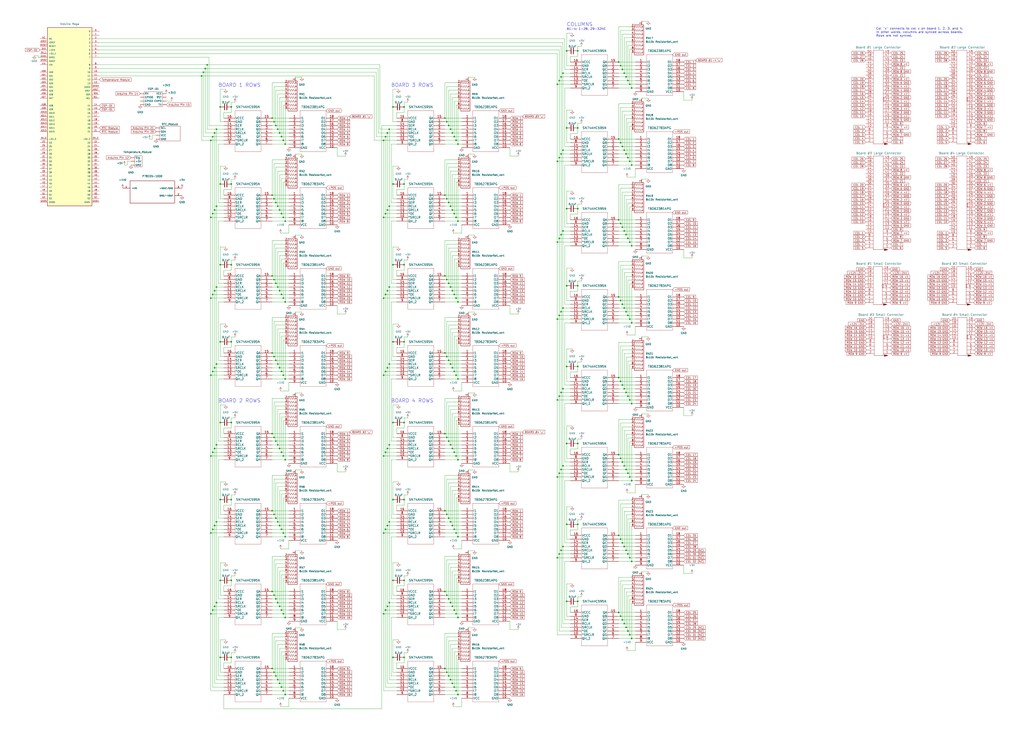
<source format=kicad_sch>
(kicad_sch (version 20211123) (generator eeschema)
  (paper "User" 699.999 499.999)
  (title_block (title "Luminator 16x112 Driver Board") (date "2021-12-20") (rev "1.2") (company "Designed by: Tyler Bowers"))
  (junction (at 189.865 356.997))
  (junction (at 262.255 96.012))
  (junction (at 307.975 141.097))
  (junction (at 186.055 296.672))
  (junction (at 150.495 233.807))
  (junction (at 192.405 470.027))
  (junction (at 191.135 198.882))
  (junction (at 305.435 136.017))
  (junction (at 422.91 258.318))
  (junction (at 424.18 313.563))
  (junction (at 147.955 356.997))
  (junction (at 310.515 201.422))
  (junction (at 309.245 359.537))
  (junction (at 426.72 210.693))
  (junction (at 193.675 364.617))
  (junction (at 429.26 215.773))
  (junction (at 425.45 371.348))
  (junction (at 150.495 181.102))
  (junction (at 150.495 341.757))
  (junction (at 383.54 105.283))
  (junction (at 307.975 412.242))
  (junction (at 189.865 249.047))
  (junction (at 262.255 148.717))
  (junction (at 429.26 271.018))
  (junction (at 146.685 359.537))
  (junction (at 191.135 467.487))
  (junction (at 150.495 125.857))
  (junction (at 304.165 241.427))
  (junction (at 309.245 414.782))
  (junction (at 189.865 88.392))
  (junction (at 424.18 44.958))
  (junction (at 264.795 306.832))
  (junction (at 310.515 417.322))
  (junction (at 382.27 163.068))
  (junction (at 383.54 52.578))
  (junction (at 305.435 407.162))
  (junction (at 311.785 148.717))
  (junction (at 150.495 289.052))
  (junction (at 382.27 107.823))
  (junction (at 381 381.508))
  (junction (at 306.705 85.852))
  (junction (at 310.515 362.077))
  (junction (at 424.18 152.908))
  (junction (at 189.865 141.097))
  (junction (at 144.145 364.617))
  (junction (at 304.165 457.327))
  (junction (at 194.945 259.207))
  (junction (at 381 57.658))
  (junction (at 426.72 265.938))
  (junction (at 426.72 102.743))
  (junction (at 191.135 414.782))
  (junction (at 382.27 215.773))
  (junction (at 264.795 359.537))
  (junction (at 394.97 303.403))
  (junction (at 429.26 431.673))
  (junction (at 304.165 80.772))
  (junction (at 192.405 309.372))
  (junction (at 381 273.558))
  (junction (at 194.945 151.257))
  (junction (at 262.255 364.617))
  (junction (at 144.145 96.012))
  (junction (at 187.325 407.162))
  (junction (at 266.065 249.047))
  (junction (at 263.525 362.077))
  (junction (at 191.135 251.587))
  (junction (at 426.72 50.038))
  (junction (at 194.945 314.452))
  (junction (at 424.18 368.808))
  (junction (at 262.255 203.962))
  (junction (at 394.97 87.503))
  (junction (at 144.145 203.962))
  (junction (at 425.45 47.498))
  (junction (at 431.8 436.753))
  (junction (at 381 218.313))
  (junction (at 384.81 50.038))
  (junction (at 382.27 271.018))
  (junction (at 425.45 263.398))
  (junction (at 194.945 475.107))
  (junction (at 266.065 356.997))
  (junction (at 425.45 424.053))
  (junction (at 147.955 412.242))
  (junction (at 430.53 110.363))
  (junction (at 422.91 203.073))
  (junction (at 311.785 419.862))
  (junction (at 429.26 107.823))
  (junction (at 306.705 193.802))
  (junction (at 306.705 354.457))
  (junction (at 189.865 412.242))
  (junction (at 145.415 201.422))
  (junction (at 384.81 210.693))
  (junction (at 304.165 133.477))
  (junction (at 191.135 143.637))
  (junction (at 313.055 314.452))
  (junction (at 264.795 90.932))
  (junction (at 383.54 268.478))
  (junction (at 262.255 311.912))
  (junction (at 430.53 381.508))
  (junction (at 304.165 404.622))
  (junction (at 383.54 213.233))
  (junction (at 187.325 243.967))
  (junction (at 193.675 256.667))
  (junction (at 264.795 251.587))
  (junction (at 158.115 397.002))
  (junction (at 307.975 356.997))
  (junction (at 144.145 419.862))
  (junction (at 191.135 306.832))
  (junction (at 305.435 83.312))
  (junction (at 311.785 96.012))
  (junction (at 193.675 419.862))
  (junction (at 310.515 93.472))
  (junction (at 305.435 459.867))
  (junction (at 306.705 462.407))
  (junction (at 188.595 85.852))
  (junction (at 188.595 138.557))
  (junction (at 387.35 87.503))
  (junction (at 387.35 250.698))
  (junction (at 387.35 34.798))
  (junction (at 310.515 146.177))
  (junction (at 313.055 151.257))
  (junction (at 158.115 341.757))
  (junction (at 394.97 250.698))
  (junction (at 147.955 304.292))
  (junction (at 387.35 358.648))
  (junction (at 429.26 378.968))
  (junction (at 189.865 196.342))
  (junction (at 422.91 150.368))
  (junction (at 394.97 34.798))
  (junction (at 424.18 97.663))
  (junction (at 426.72 373.888))
  (junction (at 424.18 421.513))
  (junction (at 268.605 449.707))
  (junction (at 263.525 254.127))
  (junction (at 145.415 417.322))
  (junction (at 383.54 376.428))
  (junction (at 425.45 208.153))
  (junction (at 186.055 133.477))
  (junction (at 313.055 206.502))
  (junction (at 139.065 49.403))
  (junction (at 431.8 60.198))
  (junction (at 384.81 318.643))
  (junction (at 394.97 142.748))
  (junction (at 188.595 354.457))
  (junction (at 263.525 93.472))
  (junction (at 158.115 233.807))
  (junction (at 384.81 102.743))
  (junction (at 266.065 196.342))
  (junction (at 266.065 88.392))
  (junction (at 189.865 304.292))
  (junction (at 268.605 341.757))
  (junction (at 430.53 434.213))
  (junction (at 145.415 309.372))
  (junction (at 263.525 201.422))
  (junction (at 307.975 249.047))
  (junction (at 304.165 349.377))
  (junction (at 429.26 163.068))
  (junction (at 145.415 146.177))
  (junction (at 147.955 88.392))
  (junction (at 387.35 142.748))
  (junction (at 186.055 349.377))
  (junction (at 146.685 414.782))
  (junction (at 147.955 196.342))
  (junction (at 430.53 57.658))
  (junction (at 383.54 321.183))
  (junction (at 268.605 397.002))
  (junction (at 144.145 148.717))
  (junction (at 394.97 411.353))
  (junction (at 425.45 316.103))
  (junction (at 427.99 376.428))
  (junction (at 311.785 256.667))
  (junction (at 158.115 449.707))
  (junction (at 311.785 364.617))
  (junction (at 193.675 203.962))
  (junction (at 188.595 409.702))
  (junction (at 137.795 51.943))
  (junction (at 384.81 157.988))
  (junction (at 146.685 306.832))
  (junction (at 387.35 411.353))
  (junction (at 430.53 218.313))
  (junction (at 422.91 418.973))
  (junction (at 268.605 125.857))
  (junction (at 306.705 138.557))
  (junction (at 263.525 309.372))
  (junction (at 192.405 146.177))
  (junction (at 150.495 449.707))
  (junction (at 266.065 304.292))
  (junction (at 264.795 198.882))
  (junction (at 187.325 191.262))
  (junction (at 382.27 378.968))
  (junction (at 264.795 143.637))
  (junction (at 309.245 251.587))
  (junction (at 309.245 467.487))
  (junction (at 193.675 311.912))
  (junction (at 422.91 95.123))
  (junction (at 426.72 157.988))
  (junction (at 313.055 259.207))
  (junction (at 305.435 299.212))
  (junction (at 193.675 96.012))
  (junction (at 193.675 148.717))
  (junction (at 384.81 373.888))
  (junction (at 307.975 88.392))
  (junction (at 425.45 100.203))
  (junction (at 147.955 249.047))
  (junction (at 313.055 475.107))
  (junction (at 158.115 125.857))
  (junction (at 382.27 55.118))
  (junction (at 186.055 188.722))
  (junction (at 384.81 265.938))
  (junction (at 150.495 397.002))
  (junction (at 146.685 90.932))
  (junction (at 310.515 309.372))
  (junction (at 262.255 256.667))
  (junction (at 422.91 366.268))
  (junction (at 431.8 112.903))
  (junction (at 187.325 459.867))
  (junction (at 146.685 251.587))
  (junction (at 266.065 141.097))
  (junction (at 158.115 73.152))
  (junction (at 188.595 193.802))
  (junction (at 309.245 306.832))
  (junction (at 426.72 318.643))
  (junction (at 186.055 80.772))
  (junction (at 192.405 362.077))
  (junction (at 191.135 90.932))
  (junction (at 276.225 341.757))
  (junction (at 431.8 168.148))
  (junction (at 276.225 233.807))
  (junction (at 192.405 93.472))
  (junction (at 431.8 328.803))
  (junction (at 263.525 417.322))
  (junction (at 425.45 155.448))
  (junction (at 382.27 323.723))
  (junction (at 431.8 220.853))
  (junction (at 192.405 254.127))
  (junction (at 394.97 195.453))
  (junction (at 381 110.363))
  (junction (at 268.605 181.102))
  (junction (at 276.225 125.857))
  (junction (at 426.72 426.593))
  (junction (at 305.435 243.967))
  (junction (at 383.54 160.528))
  (junction (at 313.055 422.402))
  (junction (at 188.595 246.507))
  (junction (at 186.055 241.427))
  (junction (at 144.145 256.667))
  (junction (at 263.525 146.177))
  (junction (at 311.785 311.912))
  (junction (at 430.53 326.263))
  (junction (at 145.415 362.077))
  (junction (at 268.605 289.052))
  (junction (at 427.99 160.528))
  (junction (at 430.53 273.558))
  (junction (at 304.165 296.672))
  (junction (at 140.335 46.863))
  (junction (at 307.975 464.947))
  (junction (at 141.605 44.323))
  (junction (at 387.35 303.403))
  (junction (at 310.515 254.127))
  (junction (at 306.705 409.702))
  (junction (at 394.97 358.648))
  (junction (at 146.685 143.637))
  (junction (at 427.99 213.233))
  (junction (at 264.795 414.782))
  (junction (at 427.99 105.283))
  (junction (at 430.53 165.608))
  (junction (at 381 165.608))
  (junction (at 427.99 429.133))
  (junction (at 309.245 198.882))
  (junction (at 381 326.263))
  (junction (at 305.435 351.917))
  (junction (at 188.595 462.407))
  (junction (at 150.495 73.152))
  (junction (at 187.325 136.017))
  (junction (at 431.8 384.048))
  (junction (at 306.705 301.752))
  (junction (at 186.055 404.622))
  (junction (at 194.945 98.552))
  (junction (at 187.325 299.212))
  (junction (at 422.91 311.023))
  (junction (at 158.115 181.102))
  (junction (at 429.26 323.723))
  (junction (at 429.26 55.118))
  (junction (at 276.225 73.152))
  (junction (at 309.245 90.932))
  (junction (at 431.8 276.098))
  (junction (at 186.055 457.327))
  (junction (at 187.325 351.917))
  (junction (at 192.405 417.322))
  (junction (at 422.91 42.418))
  (junction (at 276.225 397.002))
  (junction (at 309.245 143.637))
  (junction (at 189.865 464.947))
  (junction (at 194.945 367.157))
  (junction (at 191.135 359.537))
  (junction (at 193.675 472.567))
  (junction (at 427.99 268.478))
  (junction (at 304.165 188.722))
  (junction (at 192.405 201.422))
  (junction (at 145.415 254.127))
  (junction (at 427.99 321.183))
  (junction (at 147.955 141.097))
  (junction (at 276.225 289.052))
  (junction (at 194.945 422.402))
  (junction (at 276.225 449.707))
  (junction (at 307.975 196.342))
  (junction (at 276.225 181.102))
  (junction (at 305.435 191.262))
  (junction (at 194.945 206.502))
  (junction (at 313.055 98.552))
  (junction (at 187.325 83.312))
  (junction (at 311.785 472.567))
  (junction (at 145.415 93.472))
  (junction (at 262.255 419.862))
  (junction (at 424.18 205.613))
  (junction (at 158.115 289.052))
  (junction (at 146.685 198.882))
  (junction (at 313.055 367.157))
  (junction (at 268.605 233.807))
  (junction (at 188.595 301.752))
  (junction (at 424.18 260.858))
  (junction (at 310.515 470.027))
  (junction (at 268.605 73.152))
  (junction (at 311.785 203.962))
  (junction (at 306.705 246.507))
  (junction (at 266.065 412.242))
  (junction (at 427.99 52.578))
  (junction (at 144.145 311.912))
  (junction (at 387.35 195.453))
  (junction (at 307.975 304.292))
  (wire (pts (xy 427.99 352.298) (xy 431.8 352.298)))
  (wire (pts (xy 149.225 193.802) (xy 153.035 193.802)))
  (wire (pts (xy 146.685 90.932) (xy 146.685 143.637)))
  (wire (pts (xy 271.145 206.502) (xy 267.335 206.502)))
  (wire (pts (xy 309.88 267.462) (xy 315.595 267.462)))
  (wire (pts (xy 264.795 251.587) (xy 264.795 306.832)))
  (wire (pts (xy 139.065 49.403) (xy 139.065 93.472)))
  (wire (pts (xy 426.72 294.513) (xy 431.8 294.513)))
  (wire (pts (xy 386.08 276.098) (xy 386.08 316.103)))
  (wire (pts (xy 153.035 459.867) (xy 150.495 459.867)))
  (wire (pts (xy 271.145 133.477) (xy 271.145 129.667)))
  (wire (pts (xy 150.495 221.742) (xy 150.495 233.807)))
  (wire (pts (xy 307.975 88.392) (xy 307.975 64.262)))
  (wire (pts (xy 153.035 407.162) (xy 150.495 407.162)))
  (wire (pts (xy 389.89 38.608) (xy 394.97 38.608)))
  (wire (pts (xy 429.26 107.823) (xy 429.26 83.693)))
  (wire (pts (xy 186.055 141.097) (xy 189.865 141.097)))
  (wire (pts (xy 263.525 470.027) (xy 271.145 470.027)))
  (wire (pts (xy 425.45 239.268) (xy 431.8 239.268)))
  (wire (pts (xy 320.04 268.732) (xy 324.485 268.732)))
  (wire (pts (xy 153.035 292.862) (xy 158.115 292.862)))
  (wire (pts (xy 271.145 151.257) (xy 267.335 151.257)))
  (wire (pts (xy 264.795 359.537) (xy 264.795 414.782)))
  (wire (pts (xy 146.685 467.487) (xy 153.035 467.487)))
  (wire (pts (xy 426.72 241.808) (xy 431.8 241.808)))
  (wire (pts (xy 424.18 313.563) (xy 434.34 313.563)))
  (wire (pts (xy 311.785 203.962) (xy 315.595 203.962)))
  (wire (pts (xy 26.035 37.973) (xy 26.035 39.243)))
  (wire (pts (xy 104.14 92.583) (xy 106.68 92.583)))
  (wire (pts (xy 386.08 112.903) (xy 389.89 112.903)))
  (wire (pts (xy 422.91 210.693) (xy 426.72 210.693)))
  (wire (pts (xy 145.415 362.077) (xy 153.035 362.077)))
  (wire (pts (xy 150.495 73.152) (xy 150.495 83.312)))
  (wire (pts (xy 389.89 362.458) (xy 394.97 362.458)))
  (wire (pts (xy 422.91 126.238) (xy 431.8 126.238)))
  (wire (pts (xy 309.88 159.512) (xy 315.595 159.512)))
  (wire (pts (xy 147.955 249.047) (xy 147.955 304.292)))
  (wire (pts (xy 422.91 394.843) (xy 431.8 394.843)))
  (wire (pts (xy 427.99 160.528) (xy 427.99 136.398)))
  (wire (pts (xy 387.35 87.503) (xy 387.35 97.663)))
  (wire (pts (xy 422.91 100.203) (xy 425.45 100.203)))
  (wire (pts (xy 267.335 98.552) (xy 267.335 138.557)))
  (wire (pts (xy 422.91 368.808) (xy 424.18 368.808)))
  (wire (pts (xy 260.985 85.852) (xy 271.145 85.852)))
  (wire (pts (xy 145.415 201.422) (xy 145.415 254.127)))
  (wire (pts (xy 313.055 475.107) (xy 315.595 475.107)))
  (wire (pts (xy 389.89 421.513) (xy 387.35 421.513)))
  (wire (pts (xy 386.08 371.348) (xy 386.08 328.803)))
  (wire (pts (xy 305.435 351.917) (xy 305.435 327.787)))
  (wire (pts (xy 394.97 355.473) (xy 397.51 355.473)))
  (wire (pts (xy 424.18 344.678) (xy 431.8 344.678)))
  (wire (pts (xy 467.36 392.303) (xy 473.075 392.303)))
  (wire (pts (xy 381 57.658) (xy 389.89 57.658)))
  (wire (pts (xy 381 326.263) (xy 381 381.508)))
  (wire (pts (xy 86.995 112.903) (xy 86.995 110.363)))
  (wire (pts (xy 310.515 309.372) (xy 315.595 309.372)))
  (wire (pts (xy 146.685 306.832) (xy 146.685 359.537)))
  (wire (pts (xy 304.165 470.027) (xy 310.515 470.027)))
  (wire (pts (xy 429.26 323.723) (xy 429.26 299.593)))
  (wire (pts (xy 153.035 136.017) (xy 150.495 136.017)))
  (wire (pts (xy 306.705 246.507) (xy 306.705 222.377)))
  (wire (pts (xy 304.165 193.802) (xy 306.705 193.802)))
  (wire (pts (xy 386.08 155.448) (xy 389.89 155.448)))
  (wire (pts (xy 427.99 429.133) (xy 434.34 429.133)))
  (wire (pts (xy 304.165 380.492) (xy 313.055 380.492)))
  (wire (pts (xy 153.035 457.327) (xy 153.035 453.517)))
  (wire (pts (xy 304.165 272.542) (xy 313.055 272.542)))
  (wire (pts (xy 313.055 259.207) (xy 315.595 259.207)))
  (wire (pts (xy 304.165 141.097) (xy 307.975 141.097)))
  (wire (pts (xy 188.595 277.622) (xy 194.945 277.622)))
  (wire (pts (xy 394.97 139.573) (xy 397.51 139.573)))
  (wire (pts (xy 186.055 422.402) (xy 194.945 422.402)))
  (wire (pts (xy 150.495 125.857) (xy 150.495 136.017)))
  (wire (pts (xy 194.945 124.587) (xy 193.675 124.587)))
  (wire (pts (xy 144.145 96.012) (xy 144.145 148.717)))
  (wire (pts (xy 394.97 31.623) (xy 397.51 31.623)))
  (wire (pts (xy 268.605 73.152) (xy 268.605 83.312)))
  (wire (pts (xy 276.225 76.962) (xy 276.225 73.152)))
  (wire (pts (xy 187.325 383.032) (xy 194.945 383.032)))
  (wire (pts (xy 426.72 50.038) (xy 426.72 25.908)))
  (wire (pts (xy 268.605 61.087) (xy 268.605 73.152)))
  (wire (pts (xy 386.08 26.543) (xy 386.08 47.498)))
  (wire (pts (xy 383.54 268.478) (xy 383.54 321.183)))
  (wire (pts (xy 257.175 93.472) (xy 263.525 93.472)))
  (wire (pts (xy 391.16 130.683) (xy 387.35 130.683)))
  (wire (pts (xy 422.91 378.968) (xy 429.26 378.968)))
  (wire (pts (xy 309.245 335.407) (xy 313.055 335.407)))
  (wire (pts (xy 422.91 18.288) (xy 431.8 18.288)))
  (wire (pts (xy 389.89 366.268) (xy 389.89 362.458)))
  (wire (pts (xy 307.975 141.097) (xy 315.595 141.097)))
  (wire (pts (xy 271.145 345.567) (xy 276.225 345.567)))
  (wire (pts (xy 425.45 184.023) (xy 431.8 184.023)))
  (wire (pts (xy 268.605 276.987) (xy 268.605 289.052)))
  (wire (pts (xy 307.975 412.242) (xy 315.595 412.242)))
  (wire (pts (xy 387.35 411.353) (xy 387.35 421.513)))
  (wire (pts (xy 305.435 275.082) (xy 313.055 275.082)))
  (wire (pts (xy 305.435 459.867) (xy 305.435 435.737)))
  (wire (pts (xy 306.705 114.427) (xy 313.055 114.427)))
  (wire (pts (xy 381 165.608) (xy 389.89 165.608)))
  (wire (pts (xy 186.055 404.622) (xy 186.055 380.492)))
  (wire (pts (xy 193.675 124.587) (xy 193.675 148.717)))
  (wire (pts (xy 102.235 95.123) (xy 104.14 95.123)))
  (wire (pts (xy 158.115 129.667) (xy 158.115 125.857)))
  (wire (pts (xy 306.705 330.327) (xy 313.055 330.327)))
  (wire (pts (xy 263.525 309.372) (xy 263.525 362.077)))
  (wire (pts (xy 186.055 380.492) (xy 194.945 380.492)))
  (wire (pts (xy 85.09 112.903) (xy 86.995 112.903)))
  (wire (pts (xy 422.91 373.888) (xy 426.72 373.888)))
  (wire (pts (xy 425.45 263.398) (xy 425.45 239.268)))
  (wire (pts (xy 434.34 229.108) (xy 434.34 223.393)))
  (wire (pts (xy 304.165 90.932) (xy 309.245 90.932)))
  (wire (pts (xy 306.705 193.802) (xy 306.705 169.672)))
  (wire (pts (xy 394.97 250.698) (xy 394.97 247.523)))
  (wire (pts (xy 186.055 414.782) (xy 191.135 414.782)))
  (wire (pts (xy 150.495 169.037) (xy 150.495 181.102)))
  (wire (pts (xy 189.865 440.817) (xy 194.945 440.817)))
  (wire (pts (xy 426.72 373.888) (xy 426.72 349.758)))
  (wire (pts (xy 389.89 254.508) (xy 394.97 254.508)))
  (wire (pts (xy 186.055 409.702) (xy 188.595 409.702)))
  (wire (pts (xy 271.145 292.862) (xy 276.225 292.862)))
  (wire (pts (xy 426.72 78.613) (xy 431.8 78.613)))
  (wire (pts (xy 309.245 198.882) (xy 309.245 174.752)))
  (wire (pts (xy 189.865 280.162) (xy 194.945 280.162)))
  (wire (pts (xy 384.81 426.593) (xy 389.89 426.593)))
  (wire (pts (xy 310.515 229.997) (xy 313.055 229.997)))
  (wire (pts (xy 313.055 232.537) (xy 311.785 232.537)))
  (wire (pts (xy 153.035 301.752) (xy 149.225 301.752)))
  (wire (pts (xy 142.875 85.852) (xy 153.035 85.852)))
  (wire (pts (xy 189.865 64.262) (xy 194.945 64.262)))
  (wire (pts (xy 425.45 347.218) (xy 431.8 347.218)))
  (wire (pts (xy 313.055 340.487) (xy 311.785 340.487)))
  (wire (pts (xy 305.435 435.737) (xy 313.055 435.737)))
  (wire (pts (xy 309.88 483.362) (xy 315.595 483.362)))
  (wire (pts (xy 259.715 44.323) (xy 141.605 44.323)))
  (wire (pts (xy 158.115 397.002) (xy 158.115 393.827)))
  (wire (pts (xy 424.18 205.613) (xy 424.18 181.483)))
  (wire (pts (xy 430.53 57.658) (xy 434.34 57.658)))
  (wire (pts (xy 394.97 247.523) (xy 397.51 247.523)))
  (wire (pts (xy 382.27 107.823) (xy 389.89 107.823)))
  (wire (pts (xy 145.415 201.422) (xy 153.035 201.422)))
  (wire (pts (xy 194.945 232.537) (xy 193.675 232.537)))
  (wire (pts (xy 424.18 44.958) (xy 434.34 44.958)))
  (wire (pts (xy 425.45 263.398) (xy 434.34 263.398)))
  (wire (pts (xy 426.72 373.888) (xy 434.34 373.888)))
  (wire (pts (xy 425.45 371.348) (xy 425.45 347.218)))
  (wire (pts (xy 422.91 152.908) (xy 424.18 152.908)))
  (wire (pts (xy 271.145 457.327) (xy 271.145 453.517)))
  (wire (pts (xy 431.8 410.083) (xy 430.53 410.083)))
  (wire (pts (xy 154.305 169.037) (xy 150.495 169.037)))
  (wire (pts (xy 429.26 55.118) (xy 429.26 30.988)))
  (wire (pts (xy 422.91 342.138) (xy 431.8 342.138)))
  (wire (pts (xy 191.135 90.932) (xy 197.485 90.932)))
  (wire (pts (xy 311.785 232.537) (xy 311.785 256.667)))
  (wire (pts (xy 267.335 301.752) (xy 267.335 259.207)))
  (wire (pts (xy 313.055 182.372) (xy 313.055 206.502)))
  (wire (pts (xy 264.795 143.637) (xy 271.145 143.637)))
  (wire (pts (xy 383.54 213.233) (xy 383.54 268.478)))
  (wire (pts (xy 147.955 141.097) (xy 153.035 141.097)))
  (wire (pts (xy 313.055 127.127) (xy 313.055 151.257)))
  (wire (pts (xy 381 165.608) (xy 381 218.313)))
  (wire (pts (xy 187.325 136.017) (xy 187.325 111.887)))
  (wire (pts (xy 311.785 287.782) (xy 311.785 311.912)))
  (wire (pts (xy 391.16 183.388) (xy 387.35 183.388)))
  (wire (pts (xy 194.945 290.322) (xy 194.945 314.452)))
  (wire (pts (xy 271.145 76.962) (xy 276.225 76.962)))
  (wire (pts (xy 394.97 38.608) (xy 394.97 34.798)))
  (wire (pts (xy 192.405 93.472) (xy 192.405 69.342)))
  (wire (pts (xy 271.145 237.617) (xy 276.225 237.617)))
  (wire (pts (xy 422.91 323.723) (xy 429.26 323.723)))
  (wire (pts (xy 422.91 205.613) (xy 424.18 205.613)))
  (wire (pts (xy 266.065 141.097) (xy 271.145 141.097)))
  (wire (pts (xy 394.97 34.798) (xy 394.97 31.623)))
  (wire (pts (xy 384.81 50.038) (xy 389.89 50.038)))
  (wire (pts (xy 268.605 329.692) (xy 268.605 341.757)))
  (wire (pts (xy 431.8 168.148) (xy 434.34 168.148)))
  (wire (pts (xy 309.245 227.457) (xy 313.055 227.457)))
  (wire (pts (xy 197.485 159.512) (xy 197.485 153.797)))
  (wire (pts (xy 263.525 93.472) (xy 263.525 146.177)))
  (wire (pts (xy 431.8 144.018) (xy 431.8 168.148)))
  (wire (pts (xy 262.255 419.862) (xy 262.255 472.567)))
  (wire (pts (xy 307.975 64.262) (xy 313.055 64.262)))
  (wire (pts (xy 431.8 304.673) (xy 431.8 328.803)))
  (wire (pts (xy 194.945 450.977) (xy 194.945 475.107)))
  (wire (pts (xy 201.93 160.782) (xy 206.375 160.782)))
  (wire (pts (xy 263.525 93.472) (xy 271.145 93.472)))
  (wire (pts (xy 268.605 125.857) (xy 268.605 136.017)))
  (wire (pts (xy 381 57.658) (xy 381 110.363)))
  (wire (pts (xy 310.515 177.292) (xy 313.055 177.292)))
  (wire (pts (xy 145.415 254.127) (xy 145.415 309.372)))
  (wire (pts (xy 271.145 83.312) (xy 268.605 83.312)))
  (wire (pts (xy 427.99 321.183) (xy 434.34 321.183)))
  (wire (pts (xy 192.405 362.077) (xy 192.405 337.947)))
  (wire (pts (xy 438.785 67.183) (xy 443.23 67.183)))
  (wire (pts (xy 430.53 165.608) (xy 434.34 165.608)))
  (wire (pts (xy 137.795 51.943) (xy 67.945 51.943)))
  (wire (pts (xy 147.955 304.292) (xy 153.035 304.292)))
  (wire (pts (xy 262.255 203.962) (xy 262.255 256.667)))
  (wire (pts (xy 389.89 258.318) (xy 389.89 254.508)))
  (wire (pts (xy 137.795 96.012) (xy 144.145 96.012)))
  (wire (pts (xy 382.27 163.068) (xy 389.89 163.068)))
  (wire (pts (xy 271.145 459.867) (xy 268.605 459.867)))
  (wire (pts (xy 149.225 354.457) (xy 153.035 354.457)))
  (wire (pts (xy 271.145 98.552) (xy 267.335 98.552)))
  (wire (pts (xy 387.35 183.388) (xy 387.35 195.453)))
  (wire (pts (xy 158.115 177.927) (xy 160.655 177.927)))
  (wire (pts (xy 194.945 422.402) (xy 197.485 422.402)))
  (wire (pts (xy 310.515 470.027) (xy 310.515 445.897)))
  (wire (pts (xy 193.675 96.012) (xy 197.485 96.012)))
  (wire (pts (xy 309.245 198.882) (xy 315.595 198.882)))
  (wire (pts (xy 304.165 241.427) (xy 304.165 217.297)))
  (wire (pts (xy 427.99 105.283) (xy 434.34 105.283)))
  (wire (pts (xy 192.405 146.177) (xy 197.485 146.177)))
  (wire (pts (xy 309.245 143.637) (xy 315.595 143.637)))
  (wire (pts (xy 422.91 321.183) (xy 427.99 321.183)))
  (wire (pts (xy 425.45 424.053) (xy 425.45 399.923)))
  (wire (pts (xy 425.45 399.923) (xy 431.8 399.923)))
  (wire (pts (xy 348.615 322.707) (xy 354.33 322.707)))
  (wire (pts (xy 389.89 418.973) (xy 389.89 415.163)))
  (wire (pts (xy 186.055 419.862) (xy 193.675 419.862)))
  (wire (pts (xy 313.055 398.272) (xy 313.055 422.402)))
  (wire (pts (xy 383.54 105.283) (xy 389.89 105.283)))
  (wire (pts (xy 311.785 419.862) (xy 315.595 419.862)))
  (wire (pts (xy 313.055 124.587) (xy 311.785 124.587)))
  (wire (pts (xy 194.945 448.437) (xy 193.675 448.437)))
  (wire (pts (xy 153.035 133.477) (xy 153.035 129.667)))
  (wire (pts (xy 307.975 172.212) (xy 313.055 172.212)))
  (wire (pts (xy 386.08 384.048) (xy 386.08 424.053)))
  (wire (pts (xy 158.115 400.812) (xy 158.115 397.002)))
  (wire (pts (xy 191.135 282.702) (xy 194.945 282.702)))
  (wire (pts (xy 431.8 251.968) (xy 431.8 276.098)))
  (wire (pts (xy 315.595 483.362) (xy 315.595 477.647)))
  (wire (pts (xy 307.975 464.947) (xy 315.595 464.947)))
  (wire (pts (xy 304.165 467.487) (xy 309.245 467.487)))
  (wire (pts (xy 153.035 129.667) (xy 158.115 129.667)))
  (wire (pts (xy 389.89 44.958) (xy 387.35 44.958)))
  (wire (pts (xy 187.325 136.017) (xy 197.485 136.017)))
  (wire (pts (xy 192.405 417.322) (xy 192.405 393.192)))
  (wire (pts (xy 391.16 75.438) (xy 387.35 75.438)))
  (wire (pts (xy 313.055 179.832) (xy 311.785 179.832)))
  (wire (pts (xy 153.035 422.402) (xy 149.225 422.402)))
  (wire (pts (xy 391.16 346.583) (xy 387.35 346.583)))
  (wire (pts (xy 191.135 251.587) (xy 197.485 251.587)))
  (wire (pts (xy 153.035 80.772) (xy 153.035 76.962)))
  (wire (pts (xy 187.325 243.967) (xy 197.485 243.967)))
  (wire (pts (xy 144.145 311.912) (xy 144.145 364.617)))
  (wire (pts (xy 304.165 146.177) (xy 310.515 146.177)))
  (wire (pts (xy 141.605 44.323) (xy 67.945 44.323)))
  (wire (pts (xy 153.035 241.427) (xy 153.035 237.617)))
  (wire (pts (xy 429.26 431.673) (xy 434.34 431.673)))
  (wire (pts (xy 422.91 150.368) (xy 422.91 126.238)))
  (wire (pts (xy 186.055 191.262) (xy 187.325 191.262)))
  (wire (pts (xy 187.325 459.867) (xy 197.485 459.867)))
  (wire (pts (xy 306.705 462.407) (xy 315.595 462.407)))
  (wire (pts (xy 310.515 417.322) (xy 315.595 417.322)))
  (wire (pts (xy 264.795 198.882) (xy 264.795 251.587)))
  (wire (pts (xy 193.675 179.832) (xy 193.675 203.962)))
  (wire (pts (xy 425.45 100.203) (xy 434.34 100.203)))
  (wire (pts (xy 264.795 90.932) (xy 271.145 90.932)))
  (wire (pts (xy 262.255 148.717) (xy 271.145 148.717)))
  (wire (pts (xy 186.055 188.722) (xy 197.485 188.722)))
  (wire (pts (xy 194.945 259.207) (xy 197.485 259.207)))
  (wire (pts (xy 383.54 321.183) (xy 389.89 321.183)))
  (wire (pts (xy 276.225 233.807) (xy 276.225 230.632)))
  (wire (pts (xy 272.415 169.037) (xy 268.605 169.037)))
  (wire (pts (xy 431.8 357.378) (xy 430.53 357.378)))
  (wire (pts (xy 67.945 29.083) (xy 384.81 29.083)))
  (wire (pts (xy 189.865 356.997) (xy 189.865 332.867)))
  (wire (pts (xy 389.89 168.148) (xy 386.08 168.148)))
  (wire (pts (xy 425.45 208.153) (xy 434.34 208.153)))
  (wire (pts (xy 348.615 214.757) (xy 354.33 214.757)))
  (wire (pts (xy 146.685 143.637) (xy 146.685 198.882)))
  (wire (pts (xy 158.115 285.877) (xy 160.655 285.877)))
  (wire (pts (xy 426.72 210.693) (xy 434.34 210.693)))
  (wire (pts (xy 304.165 314.452) (xy 313.055 314.452)))
  (wire (pts (xy 150.495 233.807) (xy 150.495 243.967)))
  (wire (pts (xy 422.91 155.448) (xy 425.45 155.448)))
  (wire (pts (xy 425.45 131.318) (xy 431.8 131.318)))
  (wire (pts (xy 313.055 450.977) (xy 313.055 475.107)))
  (wire (pts (xy 153.035 404.622) (xy 153.035 400.812)))
  (wire (pts (xy 389.89 311.023) (xy 389.89 307.213)))
  (wire (pts (xy 268.605 233.807) (xy 268.605 243.967)))
  (wire (pts (xy 153.035 206.502) (xy 149.225 206.502)))
  (wire (pts (xy 305.435 191.262) (xy 305.435 167.132)))
  (wire (pts (xy 186.055 304.292) (xy 189.865 304.292)))
  (wire (pts (xy 467.36 284.353) (xy 473.075 284.353)))
  (wire (pts (xy 188.595 85.852) (xy 188.595 61.722)))
  (wire (pts (xy 144.145 364.617) (xy 153.035 364.617)))
  (wire (pts (xy 189.865 224.917) (xy 194.945 224.917)))
  (wire (pts (xy 187.325 111.887) (xy 194.945 111.887)))
  (wire (pts (xy 313.055 290.322) (xy 313.055 314.452)))
  (wire (pts (xy 310.515 362.077) (xy 315.595 362.077)))
  (wire (pts (xy 304.165 98.552) (xy 313.055 98.552)))
  (wire (pts (xy 384.81 157.988) (xy 389.89 157.988)))
  (wire (pts (xy 268.605 181.102) (xy 268.605 191.262)))
  (wire (pts (xy 382.27 55.118) (xy 389.89 55.118)))
  (wire (pts (xy 304.165 475.107) (xy 313.055 475.107)))
  (wire (pts (xy 383.54 105.283) (xy 383.54 160.528)))
  (wire (pts (xy 271.145 129.667) (xy 276.225 129.667)))
  (wire (pts (xy 305.435 136.017) (xy 315.595 136.017)))
  (wire (pts (xy 67.945 34.163) (xy 382.27 34.163)))
  (wire (pts (xy 305.435 299.212) (xy 315.595 299.212)))
  (wire (pts (xy 422.91 316.103) (xy 425.45 316.103)))
  (wire (pts (xy 191.135 414.782) (xy 191.135 390.652)))
  (wire (pts (xy 313.055 314.452) (xy 315.595 314.452)))
  (wire (pts (xy 382.27 378.968) (xy 382.27 431.673)))
  (wire (pts (xy 188.595 301.752) (xy 188.595 277.622)))
  (wire (pts (xy 264.795 414.782) (xy 264.795 467.487)))
  (wire (pts (xy 149.225 409.702) (xy 153.035 409.702)))
  (wire (pts (xy 310.515 309.372) (xy 310.515 285.242)))
  (wire (pts (xy 276.225 69.977) (xy 278.765 69.977)))
  (wire (pts (xy 394.97 192.278) (xy 397.51 192.278)))
  (wire (pts (xy 189.865 88.392) (xy 189.865 64.262)))
  (wire (pts (xy 304.165 472.567) (xy 311.785 472.567)))
  (wire (pts (xy 430.53 141.478) (xy 430.53 165.608)))
  (wire (pts (xy 429.26 215.773) (xy 429.26 191.643)))
  (wire (pts (xy 307.975 116.967) (xy 313.055 116.967)))
  (wire (pts (xy 271.145 349.377) (xy 271.145 345.567)))
  (wire (pts (xy 153.035 296.672) (xy 153.035 292.862)))
  (wire (pts (xy 304.165 56.642) (xy 313.055 56.642)))
  (wire (pts (xy 309.245 251.587) (xy 315.595 251.587)))
  (wire (pts (xy 427.99 213.233) (xy 434.34 213.233)))
  (wire (pts (xy 422.91 371.348) (xy 425.45 371.348)))
  (wire (pts (xy 186.055 464.947) (xy 189.865 464.947)))
  (wire (pts (xy 309.245 90.932) (xy 315.595 90.932)))
  (wire (pts (xy 186.055 96.012) (xy 193.675 96.012)))
  (wire (pts (xy 276.225 393.827) (xy 278.765 393.827)))
  (wire (pts (xy 276.225 341.757) (xy 276.225 338.582)))
  (wire (pts (xy 186.055 151.257) (xy 194.945 151.257)))
  (wire (pts (xy 320.04 213.487) (xy 324.485 213.487)))
  (wire (pts (xy 264.795 198.882) (xy 271.145 198.882)))
  (wire (pts (xy 266.065 196.342) (xy 271.145 196.342)))
  (wire (pts (xy 191.135 467.487) (xy 191.135 443.357)))
  (wire (pts (xy 309.245 443.357) (xy 313.055 443.357)))
  (wire (pts (xy 147.955 464.947) (xy 153.035 464.947)))
  (wire (pts (xy 424.18 97.663) (xy 424.18 73.533)))
  (wire (pts (xy 153.035 243.967) (xy 150.495 243.967)))
  (wire (pts (xy 310.515 93.472) (xy 315.595 93.472)))
  (wire (pts (xy 154.305 437.642) (xy 150.495 437.642)))
  (wire (pts (xy 186.055 259.207) (xy 194.945 259.207)))
  (wire (pts (xy 382.27 271.018) (xy 382.27 323.723)))
  (wire (pts (xy 426.72 349.758) (xy 431.8 349.758)))
  (wire (pts (xy 230.505 101.092) (xy 230.505 106.807)))
  (wire (pts (xy 422.91 220.853) (xy 431.8 220.853)))
  (wire (pts (xy 186.055 404.622) (xy 197.485 404.622)))
  (wire (pts (xy 149.225 462.407) (xy 153.035 462.407)))
  (wire (pts (xy 147.955 304.292) (xy 147.955 356.997)))
  (wire (pts (xy 268.605 289.052) (xy 268.605 299.212)))
  (wire (pts (xy 158.115 122.682) (xy 160.655 122.682)))
  (wire (pts (xy 427.99 136.398) (xy 431.8 136.398)))
  (wire (pts (xy 431.8 384.048) (xy 434.34 384.048)))
  (wire (pts (xy 422.91 421.513) (xy 424.18 421.513)))
  (wire (pts (xy 320.04 52.832) (xy 324.485 52.832)))
  (wire (pts (xy 186.055 243.967) (xy 187.325 243.967)))
  (wire (pts (xy 431.8 86.233) (xy 430.53 86.233)))
  (wire (pts (xy 389.89 60.198) (xy 386.08 60.198)))
  (wire (pts (xy 267.335 206.502) (xy 267.335 246.507)))
  (wire (pts (xy 189.865 304.292) (xy 189.865 280.162)))
  (wire (pts (xy 306.705 438.277) (xy 313.055 438.277)))
  (wire (pts (xy 422.91 418.973) (xy 434.34 418.973)))
  (wire (pts (xy 425.45 291.973) (xy 431.8 291.973)))
  (wire (pts (xy 304.165 433.197) (xy 313.055 433.197)))
  (wire (pts (xy 153.035 237.617) (xy 158.115 237.617)))
  (wire (pts (xy 422.91 50.038) (xy 426.72 50.038)))
  (wire (pts (xy 145.415 417.322) (xy 153.035 417.322)))
  (wire (pts (xy 276.225 73.152) (xy 276.225 69.977)))
  (wire (pts (xy 427.99 52.578) (xy 434.34 52.578)))
  (wire (pts (xy 201.93 429.387) (xy 206.375 429.387)))
  (wire (pts (xy 382.27 163.068) (xy 382.27 215.773)))
  (wire (pts (xy 194.945 74.422) (xy 194.945 98.552)))
  (wire (pts (xy 158.115 237.617) (xy 158.115 233.807)))
  (wire (pts (xy 186.055 470.027) (xy 192.405 470.027)))
  (wire (pts (xy 187.325 407.162) (xy 197.485 407.162)))
  (wire (pts (xy 424.18 128.778) (xy 431.8 128.778)))
  (wire (pts (xy 186.055 109.347) (xy 194.945 109.347)))
  (wire (pts (xy 267.335 367.157) (xy 267.335 409.702)))
  (wire (pts (xy 422.91 203.073) (xy 434.34 203.073)))
  (wire (pts (xy 191.77 483.362) (xy 197.485 483.362)))
  (wire (pts (xy 144.145 203.962) (xy 144.145 256.667)))
  (wire (pts (xy 266.065 141.097) (xy 266.065 196.342)))
  (wire (pts (xy 153.035 453.517) (xy 158.115 453.517)))
  (wire (pts (xy 186.055 217.297) (xy 194.945 217.297)))
  (wire (pts (xy 193.675 232.537) (xy 193.675 256.667)))
  (wire (pts (xy 262.255 256.667) (xy 262.255 311.912)))
  (wire (pts (xy 145.415 309.372) (xy 153.035 309.372)))
  (wire (pts (xy 186.055 296.672) (xy 197.485 296.672)))
  (wire (pts (xy 158.115 289.052) (xy 158.115 285.877)))
  (wire (pts (xy 187.325 299.212) (xy 197.485 299.212)))
  (wire (pts (xy 186.055 136.017) (xy 187.325 136.017)))
  (wire (pts (xy 427.99 376.428) (xy 434.34 376.428)))
  (wire (pts (xy 276.225 446.532) (xy 278.765 446.532)))
  (wire (pts (xy 384.81 265.938) (xy 384.81 318.643)))
  (wire (pts (xy 382.27 107.823) (xy 382.27 163.068)))
  (wire (pts (xy 422.91 286.893) (xy 431.8 286.893)))
  (wire (pts (xy 276.225 345.567) (xy 276.225 341.757)))
  (wire (pts (xy 426.72 318.643) (xy 434.34 318.643)))
  (wire (pts (xy 422.91 384.048) (xy 431.8 384.048)))
  (wire (pts (xy 192.405 201.422) (xy 192.405 177.292)))
  (wire (pts (xy 394.97 358.648) (xy 394.97 355.473)))
  (wire (pts (xy 306.705 385.572) (xy 313.055 385.572)))
  (wire (pts (xy 424.18 421.513) (xy 434.34 421.513)))
  (wire (pts (xy 381 381.508) (xy 381 434.213)))
  (wire (pts (xy 263.525 201.422) (xy 271.145 201.422)))
  (wire (pts (xy 305.435 59.182) (xy 313.055 59.182)))
  (wire (pts (xy 194.945 71.882) (xy 193.675 71.882)))
  (wire (pts (xy 230.505 322.707) (xy 236.22 322.707)))
  (wire (pts (xy 26.035 39.243) (xy 27.305 39.243)))
  (wire (pts (xy 348.615 209.042) (xy 348.615 214.757)))
  (wire (pts (xy 266.065 196.342) (xy 266.065 249.047)))
  (wire (pts (xy 276.225 184.912) (xy 276.225 181.102)))
  (wire (pts (xy 262.255 311.912) (xy 262.255 364.617)))
  (wire (pts (xy 186.055 133.477) (xy 186.055 109.347)))
  (wire (pts (xy 427.99 321.183) (xy 427.99 297.053)))
  (wire (pts (xy 191.135 467.487) (xy 197.485 467.487)))
  (wire (pts (xy 188.595 138.557) (xy 188.595 114.427)))
  (wire (pts (xy 150.495 113.792) (xy 150.495 125.857)))
  (wire (pts (xy 153.035 151.257) (xy 149.225 151.257)))
  (wire (pts (xy 194.945 343.027) (xy 194.945 367.157)))
  (wire (pts (xy 383.54 160.528) (xy 389.89 160.528)))
  (wire (pts (xy 425.45 316.103) (xy 434.34 316.103)))
  (wire (pts (xy 263.525 362.077) (xy 271.145 362.077)))
  (wire (pts (xy 422.91 434.213) (xy 430.53 434.213)))
  (wire (pts (xy 67.945 36.703) (xy 381 36.703)))
  (wire (pts (xy 304.165 459.867) (xy 305.435 459.867)))
  (wire (pts (xy 429.26 107.823) (xy 434.34 107.823)))
  (wire (pts (xy 186.055 201.422) (xy 192.405 201.422)))
  (wire (pts (xy 422.91 102.743) (xy 426.72 102.743)))
  (wire (pts (xy 276.225 285.877) (xy 278.765 285.877)))
  (wire (pts (xy 194.945 98.552) (xy 197.485 98.552)))
  (wire (pts (xy 187.325 459.867) (xy 187.325 435.737)))
  (wire (pts (xy 427.99 160.528) (xy 434.34 160.528)))
  (wire (pts (xy 424.18 205.613) (xy 434.34 205.613)))
  (wire (pts (xy 193.675 71.882) (xy 193.675 96.012)))
  (wire (pts (xy 187.325 275.082) (xy 194.945 275.082)))
  (wire (pts (xy 422.91 260.858) (xy 424.18 260.858)))
  (wire (pts (xy 194.945 127.127) (xy 194.945 151.257)))
  (wire (pts (xy 186.055 254.127) (xy 192.405 254.127)))
  (wire (pts (xy 304.165 138.557) (xy 306.705 138.557)))
  (wire (pts (xy 145.415 309.372) (xy 145.415 362.077)))
  (wire (pts (xy 313.055 151.257) (xy 315.595 151.257)))
  (wire (pts (xy 309.245 414.782) (xy 315.595 414.782)))
  (wire (pts (xy 304.165 203.962) (xy 311.785 203.962)))
  (wire (pts (xy 186.055 256.667) (xy 193.675 256.667)))
  (wire (pts (xy 201.93 52.832) (xy 206.375 52.832)))
  (wire (pts (xy 387.35 130.683) (xy 387.35 142.748)))
  (wire (pts (xy 304.165 201.422) (xy 310.515 201.422)))
  (wire (pts (xy 313.055 422.402) (xy 315.595 422.402)))
  (wire (pts (xy 144.145 364.617) (xy 144.145 419.862)))
  (wire (pts (xy 263.525 146.177) (xy 263.525 201.422)))
  (wire (pts (xy 186.055 356.997) (xy 189.865 356.997)))
  (wire (pts (xy 307.975 249.047) (xy 315.595 249.047)))
  (wire (pts (xy 267.335 422.402) (xy 267.335 462.407)))
  (wire (pts (xy 186.055 203.962) (xy 193.675 203.962)))
  (wire (pts (xy 306.705 85.852) (xy 306.705 61.722)))
  (wire (pts (xy 266.065 356.997) (xy 271.145 356.997)))
  (wire (pts (xy 187.325 243.967) (xy 187.325 219.837)))
  (wire (pts (xy 305.435 407.162) (xy 305.435 383.032)))
  (wire (pts (xy 384.81 265.938) (xy 389.89 265.938)))
  (wire (pts (xy 146.685 251.587) (xy 153.035 251.587)))
  (wire (pts (xy 309.245 359.537) (xy 309.245 335.407)))
  (wire (pts (xy 149.225 98.552) (xy 149.225 138.557)))
  (wire (pts (xy 201.93 105.537) (xy 206.375 105.537)))
  (wire (pts (xy 272.415 437.642) (xy 268.605 437.642)))
  (wire (pts (xy 425.45 155.448) (xy 434.34 155.448)))
  (wire (pts (xy 262.255 203.962) (xy 271.145 203.962)))
  (wire (pts (xy 186.055 148.717) (xy 193.675 148.717)))
  (wire (pts (xy 158.115 292.862) (xy 158.115 289.052)))
  (wire (pts (xy 307.975 224.917) (xy 313.055 224.917)))
  (wire (pts (xy 431.8 436.753) (xy 434.34 436.753)))
  (wire (pts (xy 311.785 96.012) (xy 315.595 96.012)))
  (wire (pts (xy 189.865 88.392) (xy 197.485 88.392)))
  (wire (pts (xy 304.165 251.587) (xy 309.245 251.587)))
  (wire (pts (xy 145.415 254.127) (xy 153.035 254.127)))
  (wire (pts (xy 192.405 445.897) (xy 194.945 445.897)))
  (wire (pts (xy 192.405 93.472) (xy 197.485 93.472)))
  (wire (pts (xy 141.605 44.323) (xy 141.605 88.392)))
  (wire (pts (xy 304.165 419.862) (xy 311.785 419.862)))
  (wire (pts (xy 188.595 114.427) (xy 194.945 114.427)))
  (wire (pts (xy 192.405 254.127) (xy 192.405 229.997)))
  (wire (pts (xy 230.505 106.807) (xy 236.22 106.807)))
  (wire (pts (xy 201.93 321.437) (xy 206.375 321.437)))
  (wire (pts (xy 258.445 46.863) (xy 140.335 46.863)))
  (wire (pts (xy 186.055 349.377) (xy 186.055 325.247)))
  (wire (pts (xy 188.595 246.507) (xy 197.485 246.507)))
  (wire (pts (xy 310.515 122.047) (xy 313.055 122.047)))
  (wire (pts (xy 186.055 475.107) (xy 194.945 475.107)))
  (wire (pts (xy 431.8 112.903) (xy 434.34 112.903)))
  (wire (pts (xy 271.145 301.752) (xy 267.335 301.752)))
  (wire (pts (xy 257.175 49.403) (xy 257.175 93.472)))
  (wire (pts (xy 304.165 88.392) (xy 307.975 88.392)))
  (wire (pts (xy 192.405 337.947) (xy 194.945 337.947)))
  (wire (pts (xy 425.45 47.498) (xy 434.34 47.498)))
  (wire (pts (xy 158.115 230.632) (xy 160.655 230.632)))
  (wire (pts (xy 305.435 327.787) (xy 313.055 327.787)))
  (wire (pts (xy 260.985 484.886) (xy 153.035 484.886)))
  (wire (pts (xy 305.435 83.312) (xy 315.595 83.312)))
  (wire (pts (xy 389.89 199.263) (xy 394.97 199.263)))
  (wire (pts (xy 348.615 316.992) (xy 348.615 322.707)))
  (wire (pts (xy 389.89 307.213) (xy 394.97 307.213)))
  (wire (pts (xy 266.065 249.047) (xy 271.145 249.047)))
  (wire (pts (xy 422.91 97.663) (xy 424.18 97.663)))
  (wire (pts (xy 150.495 437.642) (xy 150.495 449.707)))
  (wire (pts (xy 276.225 125.857) (xy 276.225 122.682)))
  (wire (pts (xy 186.055 188.722) (xy 186.055 164.592)))
  (wire (pts (xy 381 218.313) (xy 381 273.558)))
  (wire (pts (xy 422.91 157.988) (xy 426.72 157.988)))
  (wire (pts (xy 192.405 470.027) (xy 192.405 445.897)))
  (wire (pts (xy 191.135 66.802) (xy 194.945 66.802)))
  (wire (pts (xy 305.435 459.867) (xy 315.595 459.867)))
  (wire (pts (xy 262.255 364.617) (xy 271.145 364.617)))
  (wire (pts (xy 389.89 152.908) (xy 387.35 152.908)))
  (wire (pts (xy 422.91 178.943) (xy 431.8 178.943)))
  (wire (pts (xy 186.055 349.377) (xy 197.485 349.377)))
  (wire (pts (xy 467.36 170.688) (xy 467.36 176.403)))
  (wire (pts (xy 309.245 390.652) (xy 313.055 390.652)))
  (wire (pts (xy 266.065 304.292) (xy 271.145 304.292)))
  (wire (pts (xy 154.305 276.987) (xy 150.495 276.987)))
  (wire (pts (xy 384.81 29.083) (xy 384.81 50.038)))
  (wire (pts (xy 306.705 61.722) (xy 313.055 61.722)))
  (wire (pts (xy 193.675 419.862) (xy 197.485 419.862)))
  (wire (pts (xy 276.225 292.862) (xy 276.225 289.052)))
  (wire (pts (xy 424.18 44.958) (xy 424.18 20.828)))
  (wire (pts (xy 307.975 388.112) (xy 313.055 388.112)))
  (wire (pts (xy 271.145 184.912) (xy 276.225 184.912)))
  (wire (pts (xy 387.35 238.633) (xy 387.35 250.698)))
  (wire (pts (xy 422.91 313.563) (xy 424.18 313.563)))
  (wire (pts (xy 383.54 321.183) (xy 383.54 376.428)))
  (wire (pts (xy 438.785 14.478) (xy 443.23 14.478)))
  (wire (pts (xy 154.305 221.742) (xy 150.495 221.742)))
  (wire (pts (xy 320.04 376.682) (xy 324.485 376.682)))
  (wire (pts (xy 430.53 434.213) (xy 434.34 434.213)))
  (wire (pts (xy 306.705 277.622) (xy 313.055 277.622)))
  (wire (pts (xy 258.445 46.863) (xy 258.445 90.932)))
  (wire (pts (xy 425.45 23.368) (xy 431.8 23.368)))
  (wire (pts (xy 422.91 328.803) (xy 431.8 328.803)))
  (wire (pts (xy 438.785 338.328) (xy 443.23 338.328)))
  (wire (pts (xy 186.055 417.322) (xy 192.405 417.322)))
  (wire (pts (xy 150.495 384.937) (xy 150.495 397.002)))
  (wire (pts (xy 309.245 90.932) (xy 309.245 66.802)))
  (wire (pts (xy 381 36.703) (xy 381 57.658)))
  (wire (pts (xy 188.595 462.407) (xy 197.485 462.407)))
  (wire (pts (xy 189.865 141.097) (xy 197.485 141.097)))
  (wire (pts (xy 427.99 268.478) (xy 434.34 268.478)))
  (wire (pts (xy 194.945 179.832) (xy 193.675 179.832)))
  (wire (pts (xy 144.145 96.012) (xy 153.035 96.012)))
  (wire (pts (xy 230.505 214.757) (xy 236.22 214.757)))
  (wire (pts (xy 311.785 340.487) (xy 311.785 364.617)))
  (wire (pts (xy 192.405 177.292) (xy 194.945 177.292)))
  (wire (pts (xy 187.325 327.787) (xy 194.945 327.787)))
  (wire (pts (xy 150.495 329.692) (xy 150.495 341.757)))
  (wire (pts (xy 192.405 309.372) (xy 192.405 285.242)))
  (wire (pts (xy 422.91 436.753) (xy 431.8 436.753)))
  (wire (pts (xy 145.415 93.472) (xy 145.415 146.177)))
  (wire (pts (xy 149.225 314.452) (xy 149.225 354.457)))
  (wire (pts (xy 146.685 359.537) (xy 146.685 414.782)))
  (wire (pts (xy 430.53 33.528) (xy 430.53 57.658)))
  (wire (pts (xy 426.72 157.988) (xy 426.72 133.858)))
  (wire (pts (xy 307.975 280.162) (xy 313.055 280.162)))
  (wire (pts (xy 305.435 299.212) (xy 305.435 275.082)))
  (wire (pts (xy 147.955 356.997) (xy 147.955 412.242)))
  (wire (pts (xy 153.035 98.552) (xy 149.225 98.552)))
  (wire (pts (xy 381 273.558) (xy 381 326.263)))
  (wire (pts (xy 429.26 191.643) (xy 431.8 191.643)))
  (wire (pts (xy 271.145 299.212) (xy 268.605 299.212)))
  (wire (pts (xy 309.245 143.637) (xy 309.245 119.507)))
  (wire (pts (xy 382.27 323.723) (xy 389.89 323.723)))
  (wire (pts (xy 191.77 267.462) (xy 197.485 267.462)))
  (wire (pts (xy 430.53 302.133) (xy 430.53 326.263)))
  (wire (pts (xy 186.055 198.882) (xy 191.135 198.882)))
  (wire (pts (xy 311.785 472.567) (xy 315.595 472.567)))
  (wire (pts (xy 188.595 61.722) (xy 194.945 61.722)))
  (wire (pts (xy 271.145 188.722) (xy 271.145 184.912)))
  (wire (pts (xy 311.785 256.667) (xy 315.595 256.667)))
  (wire (pts (xy 147.955 141.097) (xy 147.955 196.342)))
  (wire (pts (xy 307.975 304.292) (xy 315.595 304.292)))
  (wire (pts (xy 187.325 59.182) (xy 194.945 59.182)))
  (wire (pts (xy 310.515 393.192) (xy 313.055 393.192)))
  (wire (pts (xy 263.525 417.322) (xy 263.525 470.027)))
  (wire (pts (xy 386.08 60.198) (xy 386.08 100.203)))
  (wire (pts (xy 258.445 90.932) (xy 264.795 90.932)))
  (wire (pts (xy 387.35 303.403) (xy 387.35 313.563)))
  (wire (pts (xy 262.255 419.862) (xy 271.145 419.862)))
  (wire (pts (xy 262.255 472.567) (xy 271.145 472.567)))
  (wire (pts (xy 387.35 22.733) (xy 387.35 34.798)))
  (wire (pts (xy 186.055 364.617) (xy 193.675 364.617)))
  (wire (pts (xy 271.145 404.622) (xy 271.145 400.812)))
  (wire (pts (xy 428.625 121.158) (xy 434.34 121.158)))
  (wire (pts (xy 394.97 87.503) (xy 394.97 84.328)))
  (wire (pts (xy 304.165 404.622) (xy 304.165 380.492)))
  (wire (pts (xy 304.165 151.257) (xy 313.055 151.257)))
  (wire (pts (xy 257.175 49.403) (xy 139.065 49.403)))
  (wire (pts (xy 149.225 138.557) (xy 153.035 138.557)))
  (wire (pts (xy 429.26 215.773) (xy 434.34 215.773)))
  (wire (pts (xy 310.515 285.242) (xy 313.055 285.242)))
  (wire (pts (xy 387.35 358.648) (xy 387.35 368.808)))
  (wire (pts (xy 348.615 424.942) (xy 348.615 430.657)))
  (wire (pts (xy 394.97 362.458) (xy 394.97 358.648)))
  (wire (pts (xy 426.72 265.938) (xy 434.34 265.938)))
  (wire (pts (xy 438.785 391.033) (xy 443.23 391.033)))
  (wire (pts (xy 144.145 148.717) (xy 144.145 203.962)))
  (wire (pts (xy 158.115 76.962) (xy 158.115 73.152)))
  (wire (pts (xy 189.865 356.997) (xy 197.485 356.997)))
  (wire (pts (xy 313.055 287.782) (xy 311.785 287.782)))
  (wire (pts (xy 306.705 409.702) (xy 306.705 385.572)))
  (wire (pts (xy 426.72 426.593) (xy 426.72 402.463)))
  (wire (pts (xy 381 218.313) (xy 389.89 218.313)))
  (wire (pts (xy 430.53 381.508) (xy 434.34 381.508)))
  (wire (pts (xy 467.36 386.588) (xy 467.36 392.303)))
  (wire (pts (xy 186.055 249.047) (xy 189.865 249.047)))
  (wire (pts (xy 264.795 251.587) (xy 271.145 251.587)))
  (wire (pts (xy 315.595 375.412) (xy 315.595 369.697)))
  (wire (pts (xy 304.165 196.342) (xy 307.975 196.342)))
  (wire (pts (xy 144.145 256.667) (xy 153.035 256.667)))
  (wire (pts (xy 154.305 61.087) (xy 150.495 61.087)))
  (wire (pts (xy 438.785 122.428) (xy 443.23 122.428)))
  (wire (pts (xy 255.905 51.943) (xy 255.905 96.012)))
  (wire (pts (xy 141.605 88.392) (xy 147.955 88.392)))
  (wire (pts (xy 386.08 220.853) (xy 389.89 220.853)))
  (wire (pts (xy 189.865 196.342) (xy 197.485 196.342)))
  (wire (pts (xy 186.055 309.372) (xy 192.405 309.372)))
  (wire (pts (xy 311.785 364.617) (xy 315.595 364.617)))
  (wire (pts (xy 260.985 85.852) (xy 260.985 484.886)))
  (wire (pts (xy 306.705 409.702) (xy 315.595 409.702)))
  (wire (pts (xy 424.18 152.908) (xy 424.18 128.778)))
  (wire (pts (xy 389.89 384.048) (xy 386.08 384.048)))
  (wire (pts (xy 271.145 367.157) (xy 267.335 367.157)))
  (wire (pts (xy 306.705 301.752) (xy 306.705 277.622)))
  (wire (pts (xy 67.945 31.623) (xy 383.54 31.623)))
  (wire (pts (xy 422.91 326.263) (xy 430.53 326.263)))
  (wire (pts (xy 271.145 453.517) (xy 276.225 453.517)))
  (wire (pts (xy 187.325 351.917) (xy 197.485 351.917)))
  (wire (pts (xy 431.8 33.528) (xy 430.53 33.528)))
  (wire (pts (xy 428.625 229.108) (xy 434.34 229.108)))
  (wire (pts (xy 389.89 276.098) (xy 386.08 276.098)))
  (wire (pts (xy 422.91 42.418) (xy 434.34 42.418)))
  (wire (pts (xy 384.81 210.693) (xy 389.89 210.693)))
  (wire (pts (xy 467.36 62.738) (xy 467.36 68.453)))
  (wire (pts (xy 310.515 254.127) (xy 310.515 229.997)))
  (wire (pts (xy 310.515 337.947) (xy 313.055 337.947)))
  (wire (pts (xy 304.165 407.162) (xy 305.435 407.162)))
  (wire (pts (xy 186.055 351.917) (xy 187.325 351.917)))
  (wire (pts (xy 67.945 26.543) (xy 386.08 26.543)))
  (wire (pts (xy 307.975 196.342) (xy 315.595 196.342)))
  (wire (pts (xy 394.97 415.163) (xy 394.97 411.353)))
  (wire (pts (xy 191.135 174.752) (xy 194.945 174.752)))
  (wire (pts (xy 304.165 351.917) (xy 305.435 351.917)))
  (wire (pts (xy 186.055 467.487) (xy 191.135 467.487)))
  (wire (pts (xy 140.335 46.863) (xy 140.335 90.932)))
  (wire (pts (xy 186.055 164.592) (xy 194.945 164.592)))
  (wire (pts (xy 429.26 323.723) (xy 434.34 323.723)))
  (wire (pts (xy 310.515 146.177) (xy 310.515 122.047)))
  (wire (pts (xy 313.055 343.027) (xy 313.055 367.157)))
  (wire (pts (xy 147.955 356.997) (xy 153.035 356.997)))
  (wire (pts (xy 383.54 213.233) (xy 389.89 213.233)))
  (wire (pts (xy 422.91 150.368) (xy 434.34 150.368)))
  (wire (pts (xy 307.975 412.242) (xy 307.975 388.112)))
  (wire (pts (xy 429.26 271.018) (xy 434.34 271.018)))
  (wire (pts (xy 467.36 278.638) (xy 467.36 284.353)))
  (wire (pts (xy 422.91 47.498) (xy 425.45 47.498)))
  (wire (pts (xy 304.165 217.297) (xy 313.055 217.297)))
  (wire (pts (xy 158.115 393.827) (xy 160.655 393.827)))
  (wire (pts (xy 304.165 356.997) (xy 307.975 356.997)))
  (wire (pts (xy 263.525 309.372) (xy 271.145 309.372)))
  (wire (pts (xy 389.89 415.163) (xy 394.97 415.163)))
  (wire (pts (xy 307.975 440.817) (xy 313.055 440.817)))
  (wire (pts (xy 304.165 359.537) (xy 309.245 359.537)))
  (wire (pts (xy 276.225 338.582) (xy 278.765 338.582)))
  (wire (pts (xy 230.505 430.657) (xy 236.22 430.657)))
  (wire (pts (xy 268.605 397.002) (xy 268.605 407.162)))
  (wire (pts (xy 427.99 405.003) (xy 431.8 405.003)))
  (wire (pts (xy 262.255 364.617) (xy 262.255 419.862)))
  (wire (pts (xy 424.18 421.513) (xy 424.18 397.383)))
  (wire (pts (xy 386.08 263.398) (xy 389.89 263.398)))
  (wire (pts (xy 384.81 318.643) (xy 384.81 373.888)))
  (wire (pts (xy 422.91 203.073) (xy 422.91 178.943)))
  (wire (pts (xy 429.26 354.838) (xy 431.8 354.838)))
  (wire (pts (xy 145.415 146.177) (xy 153.035 146.177)))
  (wire (pts (xy 271.145 422.402) (xy 267.335 422.402)))
  (wire (pts (xy 304.165 109.347) (xy 313.055 109.347)))
  (wire (pts (xy 438.785 283.083) (xy 443.23 283.083)))
  (wire (pts (xy 153.035 299.212) (xy 150.495 299.212)))
  (wire (pts (xy 306.705 222.377) (xy 313.055 222.377)))
  (wire (pts (xy 264.795 414.782) (xy 271.145 414.782)))
  (wire (pts (xy 186.055 459.867) (xy 187.325 459.867)))
  (wire (pts (xy 153.035 83.312) (xy 150.495 83.312)))
  (wire (pts (xy 424.18 397.383) (xy 431.8 397.383)))
  (wire (pts (xy 201.93 268.732) (xy 206.375 268.732)))
  (wire (pts (xy 146.685 198.882) (xy 146.685 251.587)))
  (wire (pts (xy 193.675 256.667) (xy 197.485 256.667)))
  (wire (pts (xy 188.595 462.407) (xy 188.595 438.277)))
  (wire (pts (xy 305.435 243.967) (xy 305.435 219.837)))
  (wire (pts (xy 427.99 81.153) (xy 431.8 81.153)))
  (wire (pts (xy 394.97 142.748) (xy 394.97 139.573)))
  (wire (pts (xy 191.77 375.412) (xy 197.485 375.412)))
  (wire (pts (xy 191.135 227.457) (xy 194.945 227.457)))
  (wire (pts (xy 230.505 209.042) (xy 230.505 214.757)))
  (wire (pts (xy 104.14 95.123) (xy 104.14 92.583)))
  (wire (pts (xy 144.145 472.567) (xy 153.035 472.567)))
  (wire (pts (xy 431.8 88.773) (xy 431.8 112.903)))
  (wire (pts (xy 422.91 431.673) (xy 429.26 431.673)))
  (wire (pts (xy 429.26 378.968) (xy 429.26 354.838)))
  (wire (pts (xy 193.675 148.717) (xy 197.485 148.717)))
  (wire (pts (xy 429.26 431.673) (xy 429.26 407.543)))
  (wire (pts (xy 158.115 449.707) (xy 158.115 446.532)))
  (wire (pts (xy 146.685 306.832) (xy 153.035 306.832)))
  (wire (pts (xy 267.335 151.257) (xy 267.335 193.802)))
  (wire (pts (xy 158.115 341.757) (xy 158.115 338.582)))
  (wire (pts (xy 266.065 356.997) (xy 266.065 412.242)))
  (wire (pts (xy 394.97 195.453) (xy 394.97 192.278)))
  (wire (pts (xy 186.055 138.557) (xy 188.595 138.557)))
  (wire (pts (xy 187.325 83.312) (xy 187.325 59.182)))
  (wire (pts (xy 386.08 328.803) (xy 389.89 328.803)))
  (wire (pts (xy 426.72 426.593) (xy 434.34 426.593)))
  (wire (pts (xy 383.54 31.623) (xy 383.54 52.578)))
  (wire (pts (xy 313.055 395.732) (xy 311.785 395.732)))
  (wire (pts (xy 422.91 318.643) (xy 426.72 318.643)))
  (wire (pts (xy 429.26 30.988) (xy 431.8 30.988)))
  (wire (pts (xy 259.715 88.392) (xy 266.065 88.392)))
  (wire (pts (xy 186.055 301.752) (xy 188.595 301.752)))
  (wire (pts (xy 144.145 256.667) (xy 144.145 311.912)))
  (wire (pts (xy 186.055 462.407) (xy 188.595 462.407)))
  (wire (pts (xy 304.165 85.852) (xy 306.705 85.852)))
  (wire (pts (xy 268.605 384.937) (xy 268.605 397.002)))
  (wire (pts (xy 188.595 385.572) (xy 194.945 385.572)))
  (wire (pts (xy 467.36 176.403) (xy 473.075 176.403)))
  (wire (pts (xy 304.165 304.292) (xy 307.975 304.292)))
  (wire (pts (xy 434.34 121.158) (xy 434.34 115.443)))
  (wire (pts (xy 191.135 198.882) (xy 197.485 198.882)))
  (wire (pts (xy 389.89 205.613) (xy 387.35 205.613)))
  (wire (pts (xy 422.91 215.773) (xy 429.26 215.773)))
  (wire (pts (xy 304.165 311.912) (xy 311.785 311.912)))
  (wire (pts (xy 146.685 359.537) (xy 153.035 359.537)))
  (wire (pts (xy 387.35 346.583) (xy 387.35 358.648)))
  (wire (pts (xy 276.225 230.632) (xy 278.765 230.632)))
  (wire (pts (xy 188.595 246.507) (xy 188.595 222.377)))
  (wire (pts (xy 264.795 306.832) (xy 264.795 359.537)))
  (wire (pts (xy 386.08 168.148) (xy 386.08 208.153)))
  (wire (pts (xy 309.88 375.412) (xy 315.595 375.412)))
  (wire (pts (xy 422.91 112.903) (xy 431.8 112.903)))
  (wire (pts (xy 424.18 260.858) (xy 424.18 236.728)))
  (wire (pts (xy 186.055 354.457) (xy 188.595 354.457)))
  (wire (pts (xy 313.055 448.437) (xy 311.785 448.437)))
  (wire (pts (xy 422.91 55.118) (xy 429.26 55.118)))
  (wire (pts (xy 431.8 194.183) (xy 430.53 194.183)))
  (wire (pts (xy 424.18 368.808) (xy 424.18 344.678)))
  (wire (pts (xy 189.865 464.947) (xy 189.865 440.817)))
  (wire (pts (xy 189.865 332.867) (xy 194.945 332.867)))
  (wire (pts (xy 422.91 429.133) (xy 427.99 429.133)))
  (wire (pts (xy 382.27 215.773) (xy 389.89 215.773)))
  (wire (pts (xy 305.435 111.887) (xy 313.055 111.887)))
  (wire (pts (xy 429.26 163.068) (xy 429.26 138.938)))
  (wire (pts (xy 386.08 371.348) (xy 389.89 371.348)))
  (wire (pts (xy 271.145 80.772) (xy 271.145 76.962)))
  (wire (pts (xy 307.975 356.997) (xy 307.975 332.867)))
  (wire (pts (xy 304.165 367.157) (xy 313.055 367.157)))
  (wire (pts (xy 306.705 85.852) (xy 315.595 85.852)))
  (wire (pts (xy 313.055 206.502) (xy 315.595 206.502)))
  (wire (pts (xy 191.135 335.407) (xy 194.945 335.407)))
  (wire (pts (xy 304.165 188.722) (xy 304.165 164.592)))
  (wire (pts (xy 311.785 311.912) (xy 315.595 311.912)))
  (wire (pts (xy 304.165 243.967) (xy 305.435 243.967)))
  (wire (pts (xy 429.26 83.693) (xy 431.8 83.693)))
  (wire (pts (xy 271.145 407.162) (xy 268.605 407.162)))
  (wire (pts (xy 186.055 296.672) (xy 186.055 272.542)))
  (wire (pts (xy 267.335 259.207) (xy 271.145 259.207)))
  (wire (pts (xy 276.225 397.002) (xy 276.225 393.827)))
  (wire (pts (xy 311.785 124.587) (xy 311.785 148.717)))
  (wire (pts (xy 430.53 249.428) (xy 430.53 273.558)))
  (wire (pts (xy 192.405 146.177) (xy 192.405 122.047)))
  (wire (pts (xy 271.145 191.262) (xy 268.605 191.262)))
  (wire (pts (xy 271.145 351.917) (xy 268.605 351.917)))
  (wire (pts (xy 430.53 86.233) (xy 430.53 110.363)))
  (wire (pts (xy 306.705 354.457) (xy 306.705 330.327)))
  (wire (pts (xy 266.065 304.292) (xy 266.065 356.997)))
  (wire (pts (xy 186.055 272.542) (xy 194.945 272.542)))
  (wire (pts (xy 267.335 193.802) (xy 271.145 193.802)))
  (wire (pts (xy 422.91 258.318) (xy 422.91 234.188)))
  (wire (pts (xy 422.91 426.593) (xy 426.72 426.593)))
  (wire (pts (xy 150.495 181.102) (xy 150.495 191.262)))
  (wire (pts (xy 186.055 193.802) (xy 188.595 193.802)))
  (wire (pts (xy 422.91 424.053) (xy 425.45 424.053)))
  (wire (pts (xy 193.675 472.567) (xy 197.485 472.567)))
  (wire (pts (xy 146.685 198.882) (xy 153.035 198.882)))
  (wire (pts (xy 315.595 267.462) (xy 315.595 261.747)))
  (wire (pts (xy 422.91 273.558) (xy 430.53 273.558)))
  (wire (pts (xy 389.89 146.558) (xy 394.97 146.558)))
  (wire (pts (xy 186.055 251.587) (xy 191.135 251.587)))
  (wire (pts (xy 145.415 470.027) (xy 153.035 470.027)))
  (wire (pts (xy 434.34 445.008) (xy 434.34 439.293)))
  (wire (pts (xy 272.415 113.792) (xy 268.605 113.792)))
  (wire (pts (xy 268.605 221.742) (xy 268.605 233.807)))
  (wire (pts (xy 259.715 44.323) (xy 259.715 88.392)))
  (wire (pts (xy 313.055 367.157) (xy 315.595 367.157)))
  (wire (pts (xy 193.675 395.732) (xy 193.675 419.862)))
  (wire (pts (xy 230.505 316.992) (xy 230.505 322.707)))
  (wire (pts (xy 307.975 304.292) (xy 307.975 280.162)))
  (wire (pts (xy 305.435 407.162) (xy 315.595 407.162)))
  (wire (pts (xy 426.72 157.988) (xy 434.34 157.988)))
  (wire (pts (xy 424.18 368.808) (xy 434.34 368.808)))
  (wire (pts (xy 268.605 437.642) (xy 268.605 449.707)))
  (wire (pts (xy 306.705 301.752) (xy 315.595 301.752)))
  (wire (pts (xy 348.615 101.092) (xy 348.615 106.807)))
  (wire (pts (xy 304.165 164.592) (xy 313.055 164.592)))
  (wire (pts (xy 428.625 337.058) (xy 434.34 337.058)))
  (wire (pts (xy 197.485 483.362) (xy 197.485 477.647)))
  (wire (pts (xy 186.055 457.327) (xy 186.055 433.197)))
  (wire (pts (xy 271.145 400.812) (xy 276.225 400.812)))
  (wire (pts (xy 424.18 152.908) (xy 434.34 152.908)))
  (wire (pts (xy 144.145 203.962) (xy 153.035 203.962)))
  (wire (pts (xy 271.145 136.017) (xy 268.605 136.017)))
  (wire (pts (xy 263.525 417.322) (xy 271.145 417.322)))
  (wire (pts (xy 271.145 243.967) (xy 268.605 243.967)))
  (wire (pts (xy 391.16 22.733) (xy 387.35 22.733)))
  (wire (pts (xy 305.435 167.132) (xy 313.055 167.132)))
  (wire (pts (xy 276.225 122.682) (xy 278.765 122.682)))
  (wire (pts (xy 149.225 301.752) (xy 149.225 259.207)))
  (wire (pts (xy 426.72 318.643) (xy 426.72 294.513)))
  (wire (pts (xy 191.135 90.932) (xy 191.135 66.802)))
  (wire (pts (xy 192.405 362.077) (xy 197.485 362.077)))
  (wire (pts (xy 425.45 316.103) (xy 425.45 291.973)))
  (wire (pts (xy 266.065 88.392) (xy 266.065 141.097)))
  (wire (pts (xy 391.16 238.633) (xy 387.35 238.633)))
  (wire (pts (xy 147.955 249.047) (xy 153.035 249.047)))
  (wire (pts (xy 150.495 341.757) (xy 150.495 351.917)))
  (wire (pts (xy 305.435 219.837) (xy 313.055 219.837)))
  (wire (pts (xy 313.055 74.422) (xy 313.055 98.552)))
  (wire (pts (xy 264.795 143.637) (xy 264.795 198.882)))
  (wire (pts (xy 86.995 110.363) (xy 89.535 110.363)))
  (wire (pts (xy 146.685 143.637) (xy 153.035 143.637)))
  (wire (pts (xy 304.165 148.717) (xy 311.785 148.717)))
  (wire (pts (xy 191.135 306.832) (xy 197.485 306.832)))
  (wire (pts (xy 194.945 206.502) (xy 197.485 206.502)))
  (wire (pts (xy 144.145 419.862) (xy 153.035 419.862)))
  (wire (pts (xy 154.305 384.937) (xy 150.495 384.937)))
  (wire (pts (xy 137.795 96.012) (xy 137.795 51.943)))
  (wire (pts (xy 386.08 316.103) (xy 389.89 316.103)))
  (wire (pts (xy 188.595 138.557) (xy 197.485 138.557)))
  (wire (pts (xy 424.18 313.563) (xy 424.18 289.433)))
  (wire (pts (xy 149.225 206.502) (xy 149.225 246.507)))
  (wire (pts (xy 394.97 91.313) (xy 394.97 87.503)))
  (wire (pts (xy 192.405 285.242) (xy 194.945 285.242)))
  (wire (pts (xy 272.415 61.087) (xy 268.605 61.087)))
  (wire (pts (xy 192.405 69.342) (xy 194.945 69.342)))
  (wire (pts (xy 186.055 90.932) (xy 191.135 90.932)))
  (wire (pts (xy 194.945 340.487) (xy 193.675 340.487)))
  (wire (pts (xy 304.165 136.017) (xy 305.435 136.017)))
  (wire (pts (xy 320.04 321.437) (xy 324.485 321.437)))
  (wire (pts (xy 387.35 75.438) (xy 387.35 87.503)))
  (wire (pts (xy 394.97 300.228) (xy 397.51 300.228)))
  (wire (pts (xy 304.165 464.947) (xy 307.975 464.947)))
  (wire (pts (xy 422.91 263.398) (xy 425.45 263.398)))
  (wire (pts (xy 422.91 42.418) (xy 422.91 18.288)))
  (wire (pts (xy 304.165 364.617) (xy 311.785 364.617)))
  (wire (pts (xy 429.26 299.593) (xy 431.8 299.593)))
  (wire (pts (xy 194.945 395.732) (xy 193.675 395.732)))
  (wire (pts (xy 394.97 307.213) (xy 394.97 303.403)))
  (wire (pts (xy 145.415 93.472) (xy 153.035 93.472)))
  (wire (pts (xy 267.335 314.452) (xy 267.335 354.457)))
  (wire (pts (xy 386.08 100.203) (xy 389.89 100.203)))
  (wire (pts (xy 188.595 301.752) (xy 197.485 301.752)))
  (wire (pts (xy 422.91 160.528) (xy 427.99 160.528)))
  (wire (pts (xy 431.8 249.428) (xy 430.53 249.428)))
  (wire (pts (xy 426.72 265.938) (xy 426.72 241.808)))
  (wire (pts (xy 267.335 138.557) (xy 271.145 138.557)))
  (wire (pts (xy 438.785 175.133) (xy 443.23 175.133)))
  (wire (pts (xy 422.91 376.428) (xy 427.99 376.428)))
  (wire (pts (xy 391.16 399.288) (xy 387.35 399.288)))
  (wire (pts (xy 311.785 448.437) (xy 311.785 472.567)))
  (wire (pts (xy 386.08 112.903) (xy 386.08 155.448)))
  (wire (pts (xy 187.325 351.917) (xy 187.325 327.787)))
  (wire (pts (xy 188.595 169.672) (xy 194.945 169.672)))
  (wire (pts (xy 431.8 412.623) (xy 431.8 436.753)))
  (wire (pts (xy 187.325 435.737) (xy 194.945 435.737)))
  (wire (pts (xy 383.54 429.133) (xy 389.89 429.133)))
  (wire (pts (xy 263.525 362.077) (xy 263.525 417.322)))
  (wire (pts (xy 383.54 376.428) (xy 383.54 429.133)))
  (wire (pts (xy 186.055 412.242) (xy 189.865 412.242)))
  (wire (pts (xy 186.055 362.077) (xy 192.405 362.077)))
  (wire (pts (xy 191.135 443.357) (xy 194.945 443.357)))
  (wire (pts (xy 382.27 271.018) (xy 389.89 271.018)))
  (wire (pts (xy 186.055 88.392) (xy 189.865 88.392)))
  (wire (pts (xy 158.115 184.912) (xy 158.115 181.102)))
  (wire (pts (xy 304.165 133.477) (xy 315.595 133.477)))
  (wire (pts (xy 424.18 97.663) (xy 434.34 97.663)))
  (wire (pts (xy 306.705 138.557) (xy 306.705 114.427)))
  (wire (pts (xy 307.975 141.097) (xy 307.975 116.967)))
  (wire (pts (xy 154.305 113.792) (xy 150.495 113.792)))
  (wire (pts (xy 188.595 330.327) (xy 194.945 330.327)))
  (wire (pts (xy 313.055 235.077) (xy 313.055 259.207)))
  (wire (pts (xy 383.54 376.428) (xy 389.89 376.428)))
  (wire (pts (xy 422.91 107.823) (xy 429.26 107.823)))
  (wire (pts (xy 146.685 414.782) (xy 146.685 467.487)))
  (wire (pts (xy 386.08 208.153) (xy 389.89 208.153)))
  (wire (pts (xy 304.165 414.782) (xy 309.245 414.782)))
  (wire (pts (xy 191.135 359.537) (xy 197.485 359.537)))
  (wire (pts (xy 425.45 424.053) (xy 434.34 424.053)))
  (wire (pts (xy 430.53 410.083) (xy 430.53 434.213)))
  (wire (pts (xy 387.35 142.748) (xy 387.35 152.908)))
  (wire (pts (xy 149.225 367.157) (xy 149.225 409.702)))
  (wire (pts (xy 264.795 359.537) (xy 271.145 359.537)))
  (wire (pts (xy 263.525 254.127) (xy 271.145 254.127)))
  (wire (pts (xy 271.145 241.427) (xy 271.145 237.617)))
  (wire (pts (xy 427.99 376.428) (xy 427.99 352.298)))
  (wire (pts (xy 431.8 220.853) (xy 434.34 220.853)))
  (wire (pts (xy 424.18 73.533) (xy 431.8 73.533)))
  (wire (pts (xy 197.485 267.462) (xy 197.485 261.747)))
  (wire (pts (xy 304.165 93.472) (xy 310.515 93.472)))
  (wire (pts (xy 304.165 241.427) (xy 315.595 241.427)))
  (wire (pts (xy 188.595 193.802) (xy 188.595 169.672)))
  (wire (pts (xy 309.245 467.487) (xy 315.595 467.487)))
  (wire (pts (xy 304.165 80.772) (xy 304.165 56.642)))
  (wire (pts (xy 150.495 61.087) (xy 150.495 73.152)))
  (wire (pts (xy 426.72 210.693) (xy 426.72 186.563)))
  (wire (pts (xy 149.225 422.402) (xy 149.225 462.407)))
  (wire (pts (xy 389.89 368.808) (xy 387.35 368.808)))
  (wire (pts (xy 191.135 306.832) (xy 191.135 282.702)))
  (wire (pts (xy 422.91 110.363) (xy 430.53 110.363)))
  (wire (pts (xy 383.54 52.578) (xy 383.54 105.283)))
  (wire (pts (xy 422.91 218.313) (xy 430.53 218.313)))
  (wire (pts (xy 431.8 359.918) (xy 431.8 384.048)))
  (wire (pts (xy 186.055 314.452) (xy 194.945 314.452)))
  (wire (pts (xy 306.705 246.507) (xy 315.595 246.507)))
  (wire (pts (xy 310.515 201.422) (xy 315.595 201.422)))
  (wire (pts (xy 382.27 431.673) (xy 389.89 431.673)))
  (wire (pts (xy 430.53 357.378) (xy 430.53 381.508)))
  (wire (pts (xy 430.53 218.313) (xy 434.34 218.313)))
  (wire (pts (xy 425.45 47.498) (xy 425.45 23.368)))
  (wire (pts (xy 304.165 462.407) (xy 306.705 462.407)))
  (wire (pts (xy 193.675 448.437) (xy 193.675 472.567)))
  (wire (pts (xy 424.18 289.433) (xy 431.8 289.433)))
  (wire (pts (xy 194.945 398.272) (xy 194.945 422.402)))
  (wire (pts (xy 153.035 345.567) (xy 158.115 345.567)))
  (wire (pts (xy 186.055 433.197) (xy 194.945 433.197)))
  (wire (pts (xy 394.97 146.558) (xy 394.97 142.748)))
  (wire (pts (xy 186.055 133.477) (xy 197.485 133.477)))
  (wire (pts (xy 304.165 417.322) (xy 310.515 417.322)))
  (wire (pts (xy 263.525 146.177) (xy 271.145 146.177)))
  (wire (pts (xy 262.255 311.912) (xy 271.145 311.912)))
  (wire (pts (xy 389.89 97.663) (xy 387.35 97.663)))
  (wire (pts (xy 382.27 215.773) (xy 382.27 271.018)))
  (wire (pts (xy 262.255 96.012) (xy 271.145 96.012)))
  (wire (pts (xy 304.165 306.832) (xy 309.245 306.832)))
  (wire (pts (xy 186.055 325.247) (xy 194.945 325.247)))
  (wire (pts (xy 153.035 188.722) (xy 153.035 184.912)))
  (wire (pts (xy 309.245 174.752) (xy 313.055 174.752)))
  (wire (pts (xy 389.89 42.418) (xy 389.89 38.608)))
  (wire (pts (xy 186.055 241.427) (xy 197.485 241.427)))
  (wire (pts (xy 422.91 105.283) (xy 427.99 105.283)))
  (wire (pts (xy 266.065 412.242) (xy 266.065 464.947)))
  (wire (pts (xy 381 326.263) (xy 389.89 326.263)))
  (wire (pts (xy 191.135 390.652) (xy 194.945 390.652)))
  (wire (pts (xy 267.335 462.407) (xy 271.145 462.407)))
  (wire (pts (xy 186.055 206.502) (xy 194.945 206.502)))
  (wire (pts (xy 307.975 464.947) (xy 307.975 440.817)))
  (wire (pts (xy 427.99 297.053) (xy 431.8 297.053)))
  (wire (pts (xy 315.595 159.512) (xy 315.595 153.797)))
  (wire (pts (xy 307.975 88.392) (xy 315.595 88.392)))
  (wire (pts (xy 197.485 375.412) (xy 197.485 369.697)))
  (wire (pts (xy 186.055 80.772) (xy 197.485 80.772)))
  (wire (pts (xy 304.165 457.327) (xy 315.595 457.327)))
  (wire (pts (xy 429.26 163.068) (xy 434.34 163.068)))
  (wire (pts (xy 150.495 449.707) (xy 150.495 459.867)))
  (wire (pts (xy 187.325 407.162) (xy 187.325 383.032)))
  (wire (pts (xy 306.705 462.407) (xy 306.705 438.277)))
  (wire (pts (xy 186.055 246.507) (xy 188.595 246.507)))
  (wire (pts (xy 426.72 402.463) (xy 431.8 402.463)))
  (wire (pts (xy 187.325 219.837) (xy 194.945 219.837)))
  (wire (pts (xy 304.165 254.127) (xy 310.515 254.127)))
  (wire (pts (xy 188.595 354.457) (xy 188.595 330.327)))
  (wire (pts (xy 311.785 148.717) (xy 315.595 148.717)))
  (wire (pts (xy 424.18 181.483) (xy 431.8 181.483)))
  (wire (pts (xy 158.115 453.517) (xy 158.115 449.707)))
  (wire (pts (xy 194.945 475.107) (xy 197.485 475.107)))
  (wire (pts (xy 153.035 76.962) (xy 158.115 76.962)))
  (wire (pts (xy 194.945 314.452) (xy 197.485 314.452)))
  (wire (pts (xy 191.135 119.507) (xy 194.945 119.507)))
  (wire (pts (xy 304.165 404.622) (xy 315.595 404.622)))
  (wire (pts (xy 382.27 55.118) (xy 382.27 107.823)))
  (wire (pts (xy 305.435 351.917) (xy 315.595 351.917)))
  (wire (pts (xy 422.91 258.318) (xy 434.34 258.318)))
  (wire (pts (xy 186.055 306.832) (xy 191.135 306.832)))
  (wire (pts (xy 304.165 206.502) (xy 313.055 206.502)))
  (wire (pts (xy 276.225 289.052) (xy 276.225 285.877)))
  (wire (pts (xy 189.865 172.212) (xy 194.945 172.212)))
  (wire (pts (xy 389.89 313.563) (xy 387.35 313.563)))
  (wire (pts (xy 422.91 418.973) (xy 422.91 394.843)))
  (wire (pts (xy 186.055 359.537) (xy 191.135 359.537)))
  (wire (pts (xy 189.865 304.292) (xy 197.485 304.292)))
  (wire (pts (xy 186.055 143.637) (xy 191.135 143.637)))
  (wire (pts (xy 422.91 276.098) (xy 431.8 276.098)))
  (wire (pts (xy 304.165 259.207) (xy 313.055 259.207)))
  (wire (pts (xy 306.705 354.457) (xy 315.595 354.457)))
  (wire (pts (xy 422.91 70.993) (xy 431.8 70.993)))
  (wire (pts (xy 267.335 354.457) (xy 271.145 354.457)))
  (wire (pts (xy 149.225 151.257) (xy 149.225 193.802)))
  (wire (pts (xy 305.435 383.032) (xy 313.055 383.032)))
  (wire (pts (xy 186.055 407.162) (xy 187.325 407.162)))
  (wire (pts (xy 192.405 201.422) (xy 197.485 201.422)))
  (wire (pts (xy 194.945 182.372) (xy 194.945 206.502)))
  (wire (pts (xy 306.705 138.557) (xy 315.595 138.557)))
  (wire (pts (xy 394.97 411.353) (xy 394.97 408.178)))
  (wire (pts (xy 304.165 301.752) (xy 306.705 301.752)))
  (wire (pts (xy 307.975 356.997) (xy 315.595 356.997)))
  (wire (pts (xy 67.945 62.992) (xy 67.945 62.103)))
  (wire (pts (xy 305.435 191.262) (xy 315.595 191.262)))
  (wire (pts (xy 381 110.363) (xy 389.89 110.363)))
  (wire (pts (xy 158.115 233.807) (xy 158.115 230.632)))
  (wire (pts (xy 188.595 354.457) (xy 197.485 354.457)))
  (wire (pts (xy 305.435 83.312) (xy 305.435 59.182)))
  (wire (pts (xy 304.165 256.667) (xy 311.785 256.667)))
  (wire (pts (xy 309.245 251.587) (xy 309.245 227.457)))
  (wire (pts (xy 268.605 169.037) (xy 268.605 181.102)))
  (wire (pts (xy 424.18 20.828) (xy 431.8 20.828)))
  (wire (pts (xy 381 434.213) (xy 389.89 434.213)))
  (wire (pts (xy 263.525 201.422) (xy 263.525 254.127)))
  (wire (pts (xy 310.515 362.077) (xy 310.515 337.947)))
  (wire (pts (xy 320.04 429.387) (xy 324.485 429.387)))
  (wire (pts (xy 429.26 271.018) (xy 429.26 246.888)))
  (wire (pts (xy 188.595 409.702) (xy 197.485 409.702)))
  (wire (pts (xy 153.035 400.812) (xy 158.115 400.812)))
  (wire (pts (xy 140.335 46.863) (xy 67.945 46.863)))
  (wire (pts (xy 422.91 213.233) (xy 427.99 213.233)))
  (wire (pts (xy 424.18 236.728) (xy 431.8 236.728)))
  (wire (pts (xy 427.99 268.478) (xy 427.99 244.348)))
  (wire (pts (xy 153.035 484.886) (xy 153.035 475.107)))
  (wire (pts (xy 187.325 83.312) (xy 197.485 83.312)))
  (wire (pts (xy 387.35 399.288) (xy 387.35 411.353)))
  (wire (pts (xy 191.135 251.587) (xy 191.135 227.457)))
  (wire (pts (xy 153.035 184.912) (xy 158.115 184.912)))
  (wire (pts (xy 422.91 95.123) (xy 434.34 95.123)))
  (wire (pts (xy 310.515 201.422) (xy 310.515 177.292)))
  (wire (pts (xy 194.945 287.782) (xy 193.675 287.782)))
  (wire (pts (xy 186.055 93.472) (xy 192.405 93.472)))
  (wire (pts (xy 144.145 311.912) (xy 153.035 311.912)))
  (wire (pts (xy 304.165 362.077) (xy 310.515 362.077)))
  (wire (pts (xy 426.72 186.563) (xy 431.8 186.563)))
  (wire (pts (xy 424.18 260.858) (xy 434.34 260.858)))
  (wire (pts (xy 304.165 80.772) (xy 315.595 80.772)))
  (wire (pts (xy 387.35 291.338) (xy 387.35 303.403)))
  (wire (pts (xy 422.91 381.508) (xy 430.53 381.508)))
  (wire (pts (xy 255.905 96.012) (xy 262.255 96.012)))
  (wire (pts (xy 150.495 397.002) (xy 150.495 407.162)))
  (wire (pts (xy 189.865 388.112) (xy 194.945 388.112)))
  (wire (pts (xy 394.97 254.508) (xy 394.97 250.698)))
  (wire (pts (xy 262.255 148.717) (xy 262.255 203.962)))
  (wire (pts (xy 422.91 95.123) (xy 422.91 70.993)))
  (wire (pts (xy 189.865 249.047) (xy 197.485 249.047)))
  (wire (pts (xy 186.055 80.772) (xy 186.055 56.642)))
  (wire (pts (xy 304.165 188.722) (xy 315.595 188.722)))
  (wire (pts (xy 266.065 88.392) (xy 271.145 88.392)))
  (wire (pts (xy 276.225 177.927) (xy 278.765 177.927)))
  (wire (pts (xy 145.415 417.322) (xy 145.415 470.027)))
  (wire (pts (xy 186.055 367.157) (xy 194.945 367.157)))
  (wire (pts (xy 304.165 325.247) (xy 313.055 325.247)))
  (wire (pts (xy 429.26 407.543) (xy 431.8 407.543)))
  (wire (pts (xy 158.115 181.102) (xy 158.115 177.927)))
  (wire (pts (xy 142.875 39.243) (xy 142.875 85.852)))
  (wire (pts (xy 262.255 96.012) (xy 262.255 148.717)))
  (wire (pts (xy 426.72 50.038) (xy 434.34 50.038)))
  (wire (pts (xy 311.785 179.832) (xy 311.785 203.962)))
  (wire (pts (xy 426.72 102.743) (xy 434.34 102.743)))
  (wire (pts (xy 386.08 47.498) (xy 389.89 47.498)))
  (wire (pts (xy 67.945 39.243) (xy 142.875 39.243)))
  (wire (pts (xy 146.685 90.932) (xy 153.035 90.932)))
  (wire (pts (xy 422.91 165.608) (xy 430.53 165.608)))
  (wire (pts (xy 230.505 424.942) (xy 230.505 430.657)))
  (wire (pts (xy 387.35 250.698) (xy 387.35 260.858)))
  (wire (pts (xy 187.325 167.132) (xy 194.945 167.132)))
  (wire (pts (xy 304.165 349.377) (xy 315.595 349.377)))
  (wire (pts (xy 264.795 90.932) (xy 264.795 143.637)))
  (wire (pts (xy 153.035 349.377) (xy 153.035 345.567)))
  (wire (pts (xy 309.245 414.782) (xy 309.245 390.652)))
  (wire (pts (xy 264.795 467.487) (xy 271.145 467.487)))
  (wire (pts (xy 430.53 110.363) (xy 434.34 110.363)))
  (wire (pts (xy 427.99 189.103) (xy 431.8 189.103)))
  (wire (pts (xy 304.165 354.457) (xy 306.705 354.457)))
  (wire (pts (xy 158.115 125.857) (xy 158.115 122.682)))
  (wire (pts (xy 384.81 102.743) (xy 389.89 102.743)))
  (wire (pts (xy 309.245 467.487) (xy 309.245 443.357)))
  (wire (pts (xy 193.675 287.782) (xy 193.675 311.912)))
  (wire (pts (xy 147.955 196.342) (xy 153.035 196.342)))
  (wire (pts (xy 192.405 229.997) (xy 194.945 229.997)))
  (wire (pts (xy 394.97 408.178) (xy 397.51 408.178)))
  (wire (pts (xy 422.91 311.023) (xy 422.91 286.893)))
  (wire (pts (xy 431.8 60.198) (xy 434.34 60.198)))
  (wire (pts (xy 304.165 309.372) (xy 310.515 309.372)))
  (wire (pts (xy 304.165 409.702) (xy 306.705 409.702)))
  (wire (pts (xy 186.055 299.212) (xy 187.325 299.212)))
  (wire (pts (xy 192.405 470.027) (xy 197.485 470.027)))
  (wire (pts (xy 431.8 36.068) (xy 431.8 60.198)))
  (wire (pts (xy 394.97 84.328) (xy 397.51 84.328)))
  (wire (pts (xy 147.955 412.242) (xy 147.955 464.947)))
  (wire (pts (xy 147.955 196.342) (xy 147.955 249.047)))
  (wire (pts (xy 158.115 345.567) (xy 158.115 341.757)))
  (wire (pts (xy 427.99 52.578) (xy 427.99 28.448)))
  (wire (pts (xy 276.225 453.517) (xy 276.225 449.707)))
  (wire (pts (xy 429.26 246.888) (xy 431.8 246.888)))
  (wire (pts (xy 422.91 265.938) (xy 426.72 265.938)))
  (wire (pts (xy 425.45 208.153) (xy 425.45 184.023)))
  (wire (pts (xy 348.615 106.807) (xy 354.33 106.807)))
  (wire (pts (xy 384.81 50.038) (xy 384.81 102.743)))
  (wire (pts (xy 191.135 414.782) (xy 197.485 414.782)))
  (wire (pts (xy 153.035 351.917) (xy 150.495 351.917)))
  (wire (pts (xy 304.165 349.377) (xy 304.165 325.247)))
  (wire (pts (xy 187.325 191.262) (xy 187.325 167.132)))
  (wire (pts (xy 382.27 378.968) (xy 389.89 378.968)))
  (wire (pts (xy 192.405 417.322) (xy 197.485 417.322)))
  (wire (pts (xy 307.975 196.342) (xy 307.975 172.212)))
  (wire (pts (xy 139.065 49.403) (xy 67.945 49.403)))
  (wire (pts (xy 310.515 254.127) (xy 315.595 254.127)))
  (wire (pts (xy 191.135 359.537) (xy 191.135 335.407)))
  (wire (pts (xy 272.415 329.692) (xy 268.605 329.692)))
  (wire (pts (xy 381 273.558) (xy 389.89 273.558)))
  (wire (pts (xy 320.04 160.782) (xy 324.485 160.782)))
  (wire (pts (xy 188.595 409.702) (xy 188.595 385.572)))
  (wire (pts (xy 383.54 160.528) (xy 383.54 213.233)))
  (wire (pts (xy 188.595 193.802) (xy 197.485 193.802)))
  (wire (pts (xy 158.115 73.152) (xy 158.115 69.977)))
  (wire (pts (xy 144.145 419.862) (xy 144.145 472.567)))
  (wire (pts (xy 255.905 51.943) (xy 137.795 51.943)))
  (wire (pts (xy 304.165 83.312) (xy 305.435 83.312)))
  (wire (pts (xy 422.91 57.658) (xy 430.53 57.658)))
  (wire (pts (xy 394.97 199.263) (xy 394.97 195.453)))
  (wire (pts (xy 307.975 332.867) (xy 313.055 332.867)))
  (wire (pts (xy 430.53 326.263) (xy 434.34 326.263)))
  (wire (pts (xy 276.225 129.667) (xy 276.225 125.857)))
  (wire (pts (xy 272.415 221.742) (xy 268.605 221.742)))
  (wire (pts (xy 311.785 395.732) (xy 311.785 419.862)))
  (wire (pts (xy 422.91 163.068) (xy 429.26 163.068)))
  (wire (pts (xy 146.685 414.782) (xy 153.035 414.782)))
  (wire (pts (xy 113.665 69.088) (xy 117.475 69.088)))
  (wire (pts (xy 186.055 196.342) (xy 189.865 196.342)))
  (wire (pts (xy 191.135 198.882) (xy 191.135 174.752)))
  (wire (pts (xy 467.36 68.453) (xy 473.075 68.453)))
  (wire (pts (xy 147.955 88.392) (xy 147.955 141.097)))
  (wire (pts (xy 304.165 412.242) (xy 307.975 412.242)))
  (wire (pts (xy 309.245 359.537) (xy 315.595 359.537)))
  (wire (pts (xy 426.72 25.908) (xy 431.8 25.908)))
  (wire (pts (xy 192.405 254.127) (xy 197.485 254.127)))
  (wire (pts (xy 266.065 412.242) (xy 271.145 412.242)))
  (wire (pts (xy 394.97 303.403) (xy 394.97 300.228)))
  (wire (pts (xy 310.515 445.897) (xy 313.055 445.897)))
  (wire (pts (xy 427.99 244.348) (xy 431.8 244.348)))
  (wire (pts (xy 268.605 449.707) (xy 268.605 459.867)))
  (wire (pts (xy 320.04 105.537) (xy 324.485 105.537)))
  (wire (pts (xy 189.865 464.947) (xy 197.485 464.947)))
  (wire (pts (xy 384.81 157.988) (xy 384.81 210.693)))
  (wire (pts (xy 276.225 449.707) (xy 276.225 446.532)))
  (wire (pts (xy 309.245 282.702) (xy 313.055 282.702)))
  (wire (pts (xy 310.515 69.342) (xy 313.055 69.342)))
  (wire (pts (xy 304.165 198.882) (xy 309.245 198.882)))
  (wire (pts (xy 149.225 246.507) (xy 153.035 246.507)))
  (wire (pts (xy 427.99 429.133) (xy 427.99 405.003)))
  (wire (pts (xy 276.225 237.617) (xy 276.225 233.807)))
  (wire (pts (xy 310.515 146.177) (xy 315.595 146.177)))
  (wire (pts (xy 311.785 71.882) (xy 311.785 96.012)))
  (wire (pts (xy 193.675 364.617) (xy 197.485 364.617)))
  (wire (pts (xy 381 381.508) (xy 389.89 381.508)))
  (wire (pts (xy 304.165 96.012) (xy 311.785 96.012)))
  (wire (pts (xy 193.675 311.912) (xy 197.485 311.912)))
  (wire (pts (xy 268.605 113.792) (xy 268.605 125.857)))
  (wire (pts (xy 147.955 88.392) (xy 153.035 88.392)))
  (wire (pts (xy 186.055 98.552) (xy 194.945 98.552)))
  (wire (pts (xy 387.35 34.798) (xy 387.35 44.958)))
  (wire (pts (xy 429.26 55.118) (xy 434.34 55.118)))
  (wire (pts (xy 187.325 299.212) (xy 187.325 275.082)))
  (wire (pts (xy 187.325 191.262) (xy 197.485 191.262)))
  (wire (pts (xy 422.91 60.198) (xy 431.8 60.198)))
  (wire (pts (xy 191.135 143.637) (xy 197.485 143.637)))
  (wire (pts (xy 313.055 71.882) (xy 311.785 71.882)))
  (wire (pts (xy 191.77 159.512) (xy 197.485 159.512)))
  (wire (pts (xy 305.435 243.967) (xy 315.595 243.967)))
  (wire (pts (xy 382.27 323.723) (xy 382.27 378.968)))
  (wire (pts (xy 186.055 146.177) (xy 192.405 146.177)))
  (wire (pts (xy 305.435 136.017) (xy 305.435 111.887)))
  (wire (pts (xy 23.495 37.973) (xy 26.035 37.973)))
  (wire (pts (xy 186.055 56.642) (xy 194.945 56.642)))
  (wire (pts (xy 188.595 438.277) (xy 194.945 438.277)))
  (wire (pts (xy 434.34 337.058) (xy 434.34 331.343)))
  (wire (pts (xy 387.35 195.453) (xy 387.35 205.613)))
  (wire (pts (xy 384.81 373.888) (xy 384.81 426.593)))
  (wire (pts (xy 140.335 90.932) (xy 146.685 90.932)))
  (wire (pts (xy 186.055 472.567) (xy 193.675 472.567)))
  (wire (pts (xy 262.255 256.667) (xy 271.145 256.667)))
  (wire (pts (xy 188.595 222.377) (xy 194.945 222.377)))
  (wire (pts (xy 309.245 306.832) (xy 315.595 306.832)))
  (wire (pts (xy 276.225 400.812) (xy 276.225 397.002)))
  (wire (pts (xy 389.89 203.073) (xy 389.89 199.263)))
  (wire (pts (xy 267.335 246.507) (xy 271.145 246.507)))
  (wire (pts (xy 158.115 69.977) (xy 160.655 69.977)))
  (wire (pts (xy 189.865 196.342) (xy 189.865 172.212)))
  (wire (pts (xy 272.415 276.987) (xy 268.605 276.987)))
  (wire (pts (xy 429.26 138.938) (xy 431.8 138.938)))
  (wire (pts (xy 304.165 457.327) (xy 304.165 433.197)))
  (wire (pts (xy 139.065 93.472) (xy 145.415 93.472)))
  (wire (pts (xy 304.165 422.402) (xy 313.055 422.402)))
  (wire (pts (xy 310.515 417.322) (xy 310.515 393.192)))
  (wire (pts (xy 309.245 306.832) (xy 309.245 282.702)))
  (wire (pts (xy 430.53 194.183) (xy 430.53 218.313)))
  (wire (pts (xy 304.165 143.637) (xy 309.245 143.637)))
  (wire (pts (xy 153.035 191.262) (xy 150.495 191.262)))
  (wire (pts (xy 145.415 362.077) (xy 145.415 417.322)))
  (wire (pts (xy 153.035 367.157) (xy 149.225 367.157)))
  (wire (pts (xy 304.165 249.047) (xy 307.975 249.047)))
  (wire (pts (xy 422.91 366.268) (xy 422.91 342.138)))
  (wire (pts (xy 427.99 28.448) (xy 431.8 28.448)))
  (wire (pts (xy 389.89 150.368) (xy 389.89 146.558)))
  (wire (pts (xy 431.8 196.723) (xy 431.8 220.853)))
  (wire (pts (xy 154.305 329.692) (xy 150.495 329.692)))
  (wire (pts (xy 192.405 309.372) (xy 197.485 309.372)))
  (wire (pts (xy 304.165 133.477) (xy 304.165 109.347)))
  (wire (pts (xy 306.705 169.672) (xy 313.055 169.672)))
  (wire (pts (xy 386.08 220.853) (xy 386.08 263.398)))
  (wire (pts (xy 431.8 302.133) (xy 430.53 302.133)))
  (wire (pts (xy 422.91 311.023) (xy 434.34 311.023)))
  (wire (pts (xy 149.225 259.207) (xy 153.035 259.207)))
  (wire (pts (xy 422.91 268.478) (xy 427.99 268.478)))
  (wire (pts (xy 276.225 181.102) (xy 276.225 177.927)))
  (wire (pts (xy 271.145 296.672) (xy 271.145 292.862)))
  (wire (pts (xy 186.055 85.852) (xy 188.595 85.852)))
  (wire (pts (xy 189.865 249.047) (xy 189.865 224.917)))
  (wire (pts (xy 193.675 340.487) (xy 193.675 364.617)))
  (wire (pts (xy 381 110.363) (xy 381 165.608)))
  (wire (pts (xy 427.99 105.283) (xy 427.99 81.153)))
  (wire (pts (xy 193.675 203.962) (xy 197.485 203.962)))
  (wire (pts (xy 384.81 373.888) (xy 389.89 373.888)))
  (wire (pts (xy 431.8 141.478) (xy 430.53 141.478)))
  (wire (pts (xy 189.865 141.097) (xy 189.865 116.967)))
  (wire (pts (xy 422.91 168.148) (xy 431.8 168.148)))
  (wire (pts (xy 150.495 289.052) (xy 150.495 299.212)))
  (wire (pts (xy 389.89 260.858) (xy 387.35 260.858)))
  (wire (pts (xy 186.055 241.427) (xy 186.055 217.297)))
  (wire (pts (xy 266.065 249.047) (xy 266.065 304.292)))
  (wire (pts (xy 384.81 318.643) (xy 389.89 318.643)))
  (wire (pts (xy 313.055 98.552) (xy 315.595 98.552)))
  (wire (pts (xy 422.91 208.153) (xy 425.45 208.153)))
  (wire (pts (xy 306.705 193.802) (xy 315.595 193.802)))
  (wire (pts (xy 386.08 424.053) (xy 389.89 424.053)))
  (wire (pts (xy 422.91 44.958) (xy 424.18 44.958)))
  (wire (pts (xy 263.525 254.127) (xy 263.525 309.372)))
  (wire (pts (xy 383.54 52.578) (xy 389.89 52.578)))
  (wire (pts (xy 150.495 276.987) (xy 150.495 289.052)))
  (wire (pts (xy 268.605 341.757) (xy 268.605 351.917)))
  (wire (pts (xy 438.785 230.378) (xy 443.23 230.378)))
  (wire (pts (xy 189.865 116.967) (xy 194.945 116.967)))
  (wire (pts (xy 271.145 314.452) (xy 267.335 314.452)))
  (wire (pts (xy 310.515 93.472) (xy 310.515 69.342)))
  (wire (pts (xy 186.055 457.327) (xy 197.485 457.327)))
  (wire (pts (xy 191.135 143.637) (xy 191.135 119.507)))
  (wire (pts (xy 307.975 249.047) (xy 307.975 224.917)))
  (wire (pts (xy 272.415 384.937) (xy 268.605 384.937)))
  (wire (pts (xy 186.055 311.912) (xy 193.675 311.912)))
  (wire (pts (xy 422.91 234.188) (xy 431.8 234.188)))
  (wire (pts (xy 267.335 409.702) (xy 271.145 409.702)))
  (wire (pts (xy 186.055 83.312) (xy 187.325 83.312)))
  (wire (pts (xy 192.405 122.047) (xy 194.945 122.047)))
  (wire (pts (xy 422.91 52.578) (xy 427.99 52.578)))
  (wire (pts (xy 425.45 76.073) (xy 431.8 76.073)))
  (wire (pts (xy 201.93 376.682) (xy 206.375 376.682)))
  (wire (pts (xy 194.945 367.157) (xy 197.485 367.157)))
  (wire (pts (xy 309.245 66.802) (xy 313.055 66.802)))
  (wire (pts (xy 427.99 213.233) (xy 427.99 189.103)))
  (wire (pts (xy 422.91 271.018) (xy 429.26 271.018)))
  (wire (pts (xy 430.53 273.558) (xy 434.34 273.558)))
  (wire (pts (xy 145.415 146.177) (xy 145.415 201.422)))
  (wire (pts (xy 153.035 314.452) (xy 149.225 314.452)))
  (wire (pts (xy 384.81 210.693) (xy 384.81 265.938)))
  (wire (pts (xy 425.45 371.348) (xy 434.34 371.348)))
  (wire (pts (xy 304.165 191.262) (xy 305.435 191.262)))
  (wire (pts (xy 264.795 306.832) (xy 271.145 306.832)))
  (wire (pts (xy 348.615 430.657) (xy 354.33 430.657)))
  (wire (pts (xy 384.81 102.743) (xy 384.81 157.988)))
  (wire (pts (xy 383.54 268.478) (xy 389.89 268.478)))
  (wire (pts (xy 304.165 299.212) (xy 305.435 299.212)))
  (wire (pts (xy 266.065 464.947) (xy 271.145 464.947)))
  (wire (pts (xy 426.72 133.858) (xy 431.8 133.858)))
  (wire (pts (xy 144.145 148.717) (xy 153.035 148.717)))
  (wire (pts (xy 425.45 100.203) (xy 425.45 76.073)))
  (wire (pts (xy 431.8 328.803) (xy 434.34 328.803)))
  (wire (pts (xy 194.945 235.077) (xy 194.945 259.207)))
  (wire (pts (xy 389.89 95.123) (xy 389.89 91.313)))
  (wire (pts (xy 158.115 446.532) (xy 160.655 446.532)))
  (wire (pts (xy 304.165 246.507) (xy 306.705 246.507)))
  (wire (pts (xy 189.865 412.242) (xy 197.485 412.242)))
  (wire (pts (xy 425.45 155.448) (xy 425.45 131.318)))
  (wire (pts (xy 146.685 251.587) (xy 146.685 306.832)))
  (wire (pts (xy 422.91 366.268) (xy 434.34 366.268)))
  (wire (pts (xy 147.955 412.242) (xy 153.035 412.242)))
  (wire (pts (xy 158.115 338.582) (xy 160.655 338.582)))
  (wire (pts (xy 201.93 213.487) (xy 206.375 213.487)))
  (wire (pts (xy 188.595 85.852) (xy 197.485 85.852)))
  (wire (pts (xy 309.245 119.507) (xy 313.055 119.507)))
  (wire (pts (xy 189.865 412.242) (xy 189.865 388.112)))
  (wire (pts (xy 304.165 296.672) (xy 304.165 272.542)))
  (wire (pts (xy 429.26 378.968) (xy 434.34 378.968)))
  (wire (pts (xy 192.405 393.192) (xy 194.945 393.192)))
  (wire (pts (xy 391.16 291.338) (xy 387.35 291.338)))
  (wire (pts (xy 382.27 34.163) (xy 382.27 55.118)))
  (wire (pts (xy 431.8 276.098) (xy 434.34 276.098)))
  (wire (pts (xy 389.89 91.313) (xy 394.97 91.313)))
  (wire (pts (xy 426.72 102.743) (xy 426.72 78.613)))
  (wire (pts (xy 304.165 296.672) (xy 315.595 296.672)))
  (wire (pts (xy 310.515 470.027) (xy 315.595 470.027)))
  (wire (pts (xy 428.625 445.008) (xy 434.34 445.008)))
  (wire (pts (xy 194.945 151.257) (xy 197.485 151.257)))
  (text "Col \"x\" connects to col x on board 1, 2, 3, and 4.\nIn other words, columns are synced across boards.\nRows are not synced." (at 598.805 25.4 0) (effects (font (size 1.5 1.5)) (justify left bottom)))
  (text "BOARD 4 ROWS" (at 267.335 275.717 0) (effects (font (size 2.5 2.5)) (justify left bottom)))
  (text "BOARD 2 ROWS" (at 149.225 275.717 0) (effects (font (size 2.5 2.5)) (justify left bottom)))
  (text "BOARD 3 ROWS" (at 267.335 59.817 0) (effects (font (size 2.5 2.5)) (justify left bottom)))
  (text "B1-4: 1-28, 29-32NC " (at 387.35 20.828 0) (effects (font (size 1.5 1.5)) (justify left bottom)))
  (text "BOARD 1 ROWS" (at 149.225 59.817 0) (effects (font (size 2.5 2.5)) (justify left bottom)))
  (text "COLUMNS" (at 387.35 18.288 0) (effects (font (size 2.5 2.5)) (justify left bottom)))
  (global_label "ROW 16 +V" (shape input) (at 666.115 224.155 0) (property "Intersheet References" "${INTERSHEET_REFS}" (effects hide)))
  (global_label "COL 13" (shape input) (at 591.82 71.755 180) (property "Intersheet References" "${INTERSHEET_REFS}" (effects hide)))
  (global_label "ROW 7" (shape input) (at 230.505 96.012 0) (property "Intersheet References" "${INTERSHEET_REFS}" (effects hide)))
  (global_label "BOARD #2 \\{slash}" (shape input) (at 239.141 295.529 0) (property "Intersheet References" "${INTERSHEET_REFS}" (effects hide)))
  (global_label "Temperature Module" (shape input) (at 67.945 54.483 0) (property "Intersheet References" "${INTERSHEET_REFS}" (effects hide)))
  (global_label "ROW 3 +V" (shape input) (at 608.965 74.295 0) (property "Intersheet References" "${INTERSHEET_REFS}" (effects hide)))
  (global_label "ROW 16" (shape input) (at 348.615 475.107 0) (property "Intersheet References" "${INTERSHEET_REFS}" (effects hide)))
  (global_label "ROW 2 GND" (shape input) (at 666.115 66.675 0) (property "Intersheet References" "${INTERSHEET_REFS}" (effects hide)))
  (global_label "COL 29 (NC)" (shape input) (at 467.36 376.428 0) (property "Intersheet References" "${INTERSHEET_REFS}" (effects hide)))
  (global_label "COL 15" (shape input) (at 467.36 218.313 0) (property "Intersheet References" "${INTERSHEET_REFS}" (effects hide)))
  (global_label "ROW 10" (shape input) (at 230.505 243.967 0) (property "Intersheet References" "${INTERSHEET_REFS}" (effects hide)))
  (global_label "+12V-24V" (shape input) (at 665.48 186.69 0) (property "Intersheet References" "${INTERSHEET_REFS}" (effects hide)))
  (global_label "COL 26" (shape input) (at 591.82 36.195 180) (property "Intersheet References" "${INTERSHEET_REFS}" (effects hide)))
  (global_label "ROW 2 +V" (shape input) (at 666.115 136.525 0) (property "Intersheet References" "${INTERSHEET_REFS}" (effects hide)))
  (global_label "COL 21" (shape input) (at 467.36 321.183 0) (property "Intersheet References" "${INTERSHEET_REFS}" (effects hide)))
  (global_label "ROW 6" (shape input) (at 230.505 93.472 0) (property "Intersheet References" "${INTERSHEET_REFS}" (effects hide)))
  (global_label "COL 16" (shape input) (at 648.97 64.135 180) (property "Intersheet References" "${INTERSHEET_REFS}" (effects hide)))
  (global_label "COL 13" (shape input) (at 467.36 213.233 0) (property "Intersheet References" "${INTERSHEET_REFS}" (effects hide)))
  (global_label "COL 11" (shape input) (at 591.82 149.225 180) (property "Intersheet References" "${INTERSHEET_REFS}" (effects hide)))
  (global_label "ROW 2 GND" (shape input) (at 608.965 139.065 0) (property "Intersheet References" "${INTERSHEET_REFS}" (effects hide)))
  (global_label "COL 31 (NC)" (shape input) (at 467.36 381.508 0) (property "Intersheet References" "${INTERSHEET_REFS}" (effects hide)))
  (global_label "ROW 14 +V" (shape input) (at 665.48 194.31 0) (property "Intersheet References" "${INTERSHEET_REFS}" (effects hide)))
  (global_label "GND out" (shape input) (at 340.995 75.692 0) (property "Intersheet References" "${INTERSHEET_REFS}" (effects hide)))
  (global_label "ROW 3" (shape input) (at 348.615 354.457 0) (property "Intersheet References" "${INTERSHEET_REFS}" (effects hide)))
  (global_label "ROW 12" (shape input) (at 230.505 196.342 0) (property "Intersheet References" "${INTERSHEET_REFS}" (effects hide)))
  (global_label "ROW 15 +V" (shape input) (at 608.965 226.695 0) (property "Intersheet References" "${INTERSHEET_REFS}" (effects hide)))
  (global_label "COL 7" (shape input) (at 608.965 94.615 0) (property "Intersheet References" "${INTERSHEET_REFS}" (effects hide)))
  (global_label "COL 15" (shape input) (at 591.82 66.675 180) (property "Intersheet References" "${INTERSHEET_REFS}" (effects hide)))
  (global_label "COL 10" (shape input) (at 648.97 151.765 180) (property "Intersheet References" "${INTERSHEET_REFS}" (effects hide)))
  (global_label "+POS out" (shape input) (at 340.995 128.397 0) (property "Intersheet References" "${INTERSHEET_REFS}" (effects hide)))
  (global_label "COL 22" (shape input) (at 467.36 271.018 0) (property "Intersheet References" "${INTERSHEET_REFS}" (effects hide)))
  (global_label "ROW 16" (shape input) (at 230.505 206.502 0) (property "Intersheet References" "${INTERSHEET_REFS}" (effects hide)))
  (global_label "COL 25" (shape input) (at 608.965 108.585 0) (property "Intersheet References" "${INTERSHEET_REFS}" (effects hide)))
  (global_label "COL 3" (shape input) (at 467.36 47.498 0) (property "Intersheet References" "${INTERSHEET_REFS}" (effects hide)))
  (global_label "+12V-24V" (shape input) (at 591.82 186.69 180) (property "Intersheet References" "${INTERSHEET_REFS}" (effects hide)))
  (global_label "ROW 7" (shape input) (at 348.615 311.912 0) (property "Intersheet References" "${INTERSHEET_REFS}" (effects hide)))
  (global_label "COL 5" (shape input) (at 591.82 169.545 180) (property "Intersheet References" "${INTERSHEET_REFS}" (effects hide)))
  (global_label "ROW 2 +V" (shape input) (at 608.965 136.525 0) (property "Intersheet References" "${INTERSHEET_REFS}" (effects hide)))
  (global_label "COL 27" (shape input) (at 591.82 38.735 180) (property "Intersheet References" "${INTERSHEET_REFS}" (effects hide)))
  (global_label "COL 20" (shape input) (at 467.36 265.938 0) (property "Intersheet References" "${INTERSHEET_REFS}" (effects hide)))
  (global_label "ROW 8 GND" (shape input) (at 608.965 48.895 0) (property "Intersheet References" "${INTERSHEET_REFS}" (effects hide)))
  (global_label "ROW 11" (shape input) (at 348.615 462.407 0) (property "Intersheet References" "${INTERSHEET_REFS}" (effects hide)))
  (global_label "ROW 1 GND" (shape input) (at 666.115 144.145 0) (property "Intersheet References" "${INTERSHEET_REFS}" (effects hide)))
  (global_label "Arduino Pin 14" (shape input) (at 95.885 64.008 180) (property "Intersheet References" "${INTERSHEET_REFS}" (effects hide)))
  (global_label "ROW 13" (shape input) (at 230.505 414.782 0) (property "Intersheet References" "${INTERSHEET_REFS}" (effects hide)))
  (global_label "ROW 9" (shape input) (at 230.505 241.427 0) (property "Intersheet References" "${INTERSHEET_REFS}" (effects hide)))
  (global_label "ROW 5" (shape input) (at 230.505 359.537 0) (property "Intersheet References" "${INTERSHEET_REFS}" (effects hide)))
  (global_label "ROW 14 GND" (shape input) (at 649.605 229.235 180) (property "Intersheet References" "${INTERSHEET_REFS}" (effects hide)))
  (global_label "ROW 7" (shape input) (at 348.615 148.717 0) (property "Intersheet References" "${INTERSHEET_REFS}" (effects hide)))
  (global_label "ROW 8" (shape input) (at 348.615 367.157 0) (property "Intersheet References" "${INTERSHEET_REFS}" (effects hide)))
  (global_label "ROW 5 GND" (shape input) (at 608.965 154.305 0) (property "Intersheet References" "${INTERSHEET_REFS}" (effects hide)))
  (global_label "COL 24" (shape input) (at 608.965 111.125 0) (property "Intersheet References" "${INTERSHEET_REFS}" (effects hide)))
  (global_label "ROW 12 GND" (shape input) (at 649.605 234.315 180) (property "Intersheet References" "${INTERSHEET_REFS}" (effects hide)))
  (global_label "ROW 12 +V" (shape input) (at 665.48 199.39 0) (property "Intersheet References" "${INTERSHEET_REFS}" (effects hide)))
  (global_label "ROW 11" (shape input) (at 348.615 409.702 0) (property "Intersheet References" "${INTERSHEET_REFS}" (effects hide)))
  (global_label "COL 6" (shape input) (at 666.115 97.155 0) (property "Intersheet References" "${INTERSHEET_REFS}" (effects hide)))
  (global_label "+12V-24V" (shape input) (at 648.97 186.69 180) (property "Intersheet References" "${INTERSHEET_REFS}" (effects hide)))
  (global_label "ROW 3 GND" (shape input) (at 608.965 149.225 0) (property "Intersheet References" "${INTERSHEET_REFS}" (effects hide)))
  (global_label "ROW 3" (shape input) (at 348.615 301.752 0) (property "Intersheet References" "${INTERSHEET_REFS}" (effects hide)))
  (global_label "ROW 2" (shape input) (at 230.505 136.017 0) (property "Intersheet References" "${INTERSHEET_REFS}" (effects hide)))
  (global_label "ROW 9" (shape input) (at 348.615 241.427 0) (property "Intersheet References" "${INTERSHEET_REFS}" (effects hide)))
  (global_label "ROW 10 +V" (shape input) (at 608.965 239.395 0) (property "Intersheet References" "${INTERSHEET_REFS}" (effects hide)))
  (global_label "COL 21" (shape input) (at 666.115 51.435 0) (property "Intersheet References" "${INTERSHEET_REFS}" (effects hide)))
  (global_label "ROW 14" (shape input) (at 230.505 417.322 0) (property "Intersheet References" "${INTERSHEET_REFS}" (effects hide)))
  (global_label "+POS out" (shape input) (at 340.995 236.347 0) (property "Intersheet References" "${INTERSHEET_REFS}" (effects hide)))
  (global_label "COL 27" (shape input) (at 648.97 111.125 180) (property "Intersheet References" "${INTERSHEET_REFS}" (effects hide)))
  (global_label "ROW 5 GND" (shape input) (at 608.965 81.915 0) (property "Intersheet References" "${INTERSHEET_REFS}" (effects hide)))
  (global_label "GND out" (shape input) (at 459.74 37.338 0) (property "Intersheet References" "${INTERSHEET_REFS}" (effects hide)))
  (global_label "COL 14" (shape input) (at 467.36 215.773 0) (property "Intersheet References" "${INTERSHEET_REFS}" (effects hide)))
  (global_label "ROW 11" (shape input) (at 230.505 246.507 0) (property "Intersheet References" "${INTERSHEET_REFS}" (effects hide)))
  (global_label "ROW 6 GND" (shape input) (at 666.115 56.515 0) (property "Intersheet References" "${INTERSHEET_REFS}" (effects hide)))
  (global_label "COL 17" (shape input) (at 591.82 133.985 180) (property "Intersheet References" "${INTERSHEET_REFS}" (effects hide)))
  (global_label "ROW 8" (shape input) (at 230.505 367.157 0) (property "Intersheet References" "${INTERSHEET_REFS}" (effects hide)))
  (global_label "ROW 16" (shape input) (at 230.505 259.207 0) (property "Intersheet References" "${INTERSHEET_REFS}" (effects hide)))
  (global_label "ROW 16 GND" (shape input) (at 649.605 224.155 180) (property "Intersheet References" "${INTERSHEET_REFS}" (effects hide)))
  (global_label "GND" (shape input) (at 665.48 184.15 0) (property "Intersheet References" "${INTERSHEET_REFS}" (effects hide)))
  (global_label "COL 16" (shape input) (at 591.82 64.135 180) (property "Intersheet References" "${INTERSHEET_REFS}" (effects hide)))
  (global_label "ROW 3" (shape input) (at 348.615 138.557 0) (property "Intersheet References" "${INTERSHEET_REFS}" (effects hide)))
  (global_label "ROW 11 +V" (shape input) (at 665.48 201.93 0) (property "Intersheet References" "${INTERSHEET_REFS}" (effects hide)))
  (global_label "ROW 4 GND" (shape input) (at 608.965 61.595 0) (property "Intersheet References" "${INTERSHEET_REFS}" (effects hide)))
  (global_label "COL 11" (shape input) (at 467.36 208.153 0) (property "Intersheet References" "${INTERSHEET_REFS}" (effects hide)))
  (global_label "COL 8" (shape input) (at 608.965 89.535 0) (property "Intersheet References" "${INTERSHEET_REFS}" (effects hide)))
  (global_label "ROW 13 +V" (shape input) (at 665.48 196.85 0) (property "Intersheet References" "${INTERSHEET_REFS}" (effects hide)))
  (global_label "ROW 3 +V" (shape input) (at 666.115 146.685 0) (property "Intersheet References" "${INTERSHEET_REFS}" (effects hide)))
  (global_label "ESP-01" (shape input) (at 67.945 74.803 0) (property "Intersheet References" "${INTERSHEET_REFS}" (effects hide)))
  (global_label "ROW 3" (shape input) (at 230.505 301.752 0) (property "Intersheet References" "${INTERSHEET_REFS}" (effects hide)))
  (global_label "ROW 4" (shape input) (at 348.615 141.097 0) (property "Intersheet References" "${INTERSHEET_REFS}" (effects hide)))
  (global_label "COL 28" (shape input) (at 648.97 41.275 180) (property "Intersheet References" "${INTERSHEET_REFS}" (effects hide)))
  (global_label "ROW 3 GND" (shape input) (at 666.115 149.225 0) (property "Intersheet References" "${INTERSHEET_REFS}" (effects hide)))
  (global_label "COL 26" (shape input) (at 467.36 368.808 0) (property "Intersheet References" "${INTERSHEET_REFS}" (effects hide)))
  (global_label "ROW 15 GND" (shape input) (at 591.82 191.77 180) (property "Intersheet References" "${INTERSHEET_REFS}" (effects hide)))
  (global_label "ROW 13 +V" (shape input) (at 666.115 231.775 0) (property "Intersheet References" "${INTERSHEET_REFS}" (effects hide)))
  (global_label "ROW 1 +V" (shape input) (at 666.115 141.605 0) (property "Intersheet References" "${INTERSHEET_REFS}" (effects hide)))
  (global_label "+12V-24V" (shape input) (at 649.605 221.615 180) (property "Intersheet References" "${INTERSHEET_REFS}" (effects hide)))
  (global_label "COL 11" (shape input) (at 467.36 155.448 0) (property "Intersheet References" "${INTERSHEET_REFS}" (effects hide)))
  (global_label "ROW 2 GND" (shape input) (at 608.965 66.675 0) (property "Intersheet References" "${INTERSHEET_REFS}" (effects hide)))
  (global_label "ROW 10 +V" (shape input) (at 608.33 204.47 0) (property "Intersheet References" "${INTERSHEET_REFS}" (effects hide)))
  (global_label "COL 21" (shape input) (at 666.115 123.825 0) (property "Intersheet References" "${INTERSHEET_REFS}" (effects hide)))
  (global_label "ROW 14 GND" (shape input) (at 648.97 194.31 180) (property "Intersheet References" "${INTERSHEET_REFS}" (effects hide)))
  (global_label "ROW 6 +V" (shape input) (at 666.115 53.975 0) (property "Intersheet References" "${INTERSHEET_REFS}" (effects hide)))
  (global_label "ROW 10" (shape input) (at 230.505 407.162 0) (property "Intersheet References" "${INTERSHEET_REFS}" (effects hide)))
  (global_label "COL 17" (shape input) (at 591.82 61.595 180) (property "Intersheet References" "${INTERSHEET_REFS}" (effects hide)))
  (global_label "COL 28" (shape input) (at 467.36 373.888 0) (property "Intersheet References" "${INTERSHEET_REFS}" (effects hide)))
  (global_label "ROW 9 GND" (shape input) (at 648.97 207.01 180) (property "Intersheet References" "${INTERSHEET_REFS}" (effects hide)))
  (global_label "ROW 16 GND" (shape input) (at 591.82 189.23 180) (property "Intersheet References" "${INTERSHEET_REFS}" (effects hide)))
  (global_label "ROW 1" (shape input) (at 348.615 133.477 0) (property "Intersheet References" "${INTERSHEET_REFS}" (effects hide)))
  (global_label "ROW 1" (shape input) (at 230.505 80.772 0) (property "Intersheet References" "${INTERSHEET_REFS}" (effects hide)))
  (global_label "COL 14" (shape input) (at 648.97 141.605 180) (property "Intersheet References" "${INTERSHEET_REFS}" (effects hide)))
  (global_label "ROW 9 GND" (shape input) (at 592.455 241.935 180) (property "Intersheet References" "${INTERSHEET_REFS}" (effects hide)))
  (global_label "ROW 16" (shape input) (at 230.505 475.107 0) (property "Intersheet References" "${INTERSHEET_REFS}" (effects hide)))
  (global_label "ROW 13" (shape input) (at 230.505 198.882 0) (property "Intersheet References" "${INTERSHEET_REFS}" (effects hide)))
  (global_label "ROW 11 +V" (shape input) (at 666.115 236.855 0) (property "Intersheet References" "${INTERSHEET_REFS}" (effects hide)))
  (global_label "ROW 6" (shape input) (at 348.615 362.077 0) (property "Intersheet References" "${INTERSHEET_REFS}" (effects hide)))
  (global_label "+12V-24V" (shape input) (at 666.115 221.615 0) (property "Intersheet References" "${INTERSHEET_REFS}" (effects hide)))
  (global_label "COL 13" (shape input) (at 648.97 71.755 180) (property "Intersheet References" "${INTERSHEET_REFS}" (effects hide)))
  (global_label "COL 23" (shape input) (at 666.115 113.665 0) (property "Intersheet References" "${INTERSHEET_REFS}" (effects hide)))
  (global_label "ROW 15 +V" (shape input) (at 666.115 226.695 0) (property "Intersheet References" "${INTERSHEET_REFS}" (effects hide)))
  (global_label "GND" (shape input) (at 648.97 184.15 180) (property "Intersheet References" "${INTERSHEET_REFS}" (effects hide)))
  (global_label "COL 6" (shape input) (at 467.36 107.823 0) (property "Intersheet References" "${INTERSHEET_REFS}" (effects hide)))
  (global_label "COL 5" (shape input) (at 591.82 97.155 180) (property "Intersheet References" "${INTERSHEET_REFS}" (effects hide)))
  (global_label "ROW 11" (shape input) (at 348.615 193.802 0) (property "Intersheet References" "${INTERSHEET_REFS}" (effects hide)))
  (global_label "COL 3" (shape input) (at 648.97 92.075 180) (property "Intersheet References" "${INTERSHEET_REFS}" (effects hide)))
  (global_label "ROW 9 +V" (shape input) (at 665.48 207.01 0) (property "Intersheet References" "${INTERSHEET_REFS}" (effects hide)))
  (global_label "ROW 1 GND" (shape input) (at 608.965 71.755 0) (property "Intersheet References" "${INTERSHEET_REFS}" (effects hide)))
  (global_label "COL 16" (shape input) (at 648.97 136.525 180) (property "Intersheet References" "${INTERSHEET_REFS}" (effects hide)))
  (global_label "ROW 13 GND" (shape input) (at 649.605 231.775 180) (property "Intersheet References" "${INTERSHEET_REFS}" (effects hide)))
  (global_label "ROW 16" (shape input) (at 230.505 422.402 0) (property "Intersheet References" "${INTERSHEET_REFS}" (effects hide)))
  (global_label "COL 21" (shape input) (at 608.965 123.825 0) (property "Intersheet References" "${INTERSHEET_REFS}" (effects hide)))
  (global_label "COL 9" (shape input) (at 666.115 156.845 0) (property "Intersheet References" "${INTERSHEET_REFS}" (effects hide)))
  (global_label "RTC Module" (shape input) (at 67.945 87.503 0) (property "Intersheet References" "${INTERSHEET_REFS}" (effects hide)))
  (global_label "BOARD #1 \\{slash}" (shape input) (at 239.141 79.629 0) (property "Intersheet References" "${INTERSHEET_REFS}" (effects hide)))
  (global_label "COL 28" (shape input) (at 648.97 113.665 180) (property "Intersheet References" "${INTERSHEET_REFS}" (effects hide)))
  (global_label "ROW 1" (shape input) (at 348.615 296.672 0) (property "Intersheet References" "${INTERSHEET_REFS}" (effects hide)))
  (global_label "COL 32 (NC)" (shape input) (at 467.36 436.753 0) (property "Intersheet References" "${INTERSHEET_REFS}" (effects hide)))
  (global_label "ROW 11 GND" (shape input) (at 649.605 236.855 180) (property "Intersheet References" "${INTERSHEET_REFS}" (effects hide)))
  (global_label "COL 25" (shape input) (at 467.36 366.268 0) (property "Intersheet References" "${INTERSHEET_REFS}" (effects hide)))
  (global_label "COL 4" (shape input) (at 591.82 167.005 180) (property "Intersheet References" "${INTERSHEET_REFS}" (effects hide)))
  (global_label "COL 28" (shape input) (at 467.36 426.593 0) (property "Intersheet References" "${INTERSHEET_REFS}" (effects hide)))
  (global_label "COL 6" (shape input) (at 467.36 55.118 0) (property "Intersheet References" "${INTERSHEET_REFS}" (effects hide)))
  (global_label "ESP-01" (shape input) (at 27.305 34.163 180) (property "Intersheet References" "${INTERSHEET_REFS}" (effects hide)))
  (global_label "COL 5" (shape input) (at 467.36 52.578 0) (property "Intersheet References" "${INTERSHEET_REFS}" (effects hide)))
  (global_label "+POS out" (shape input) (at 459.74 305.943 0) (property "Intersheet References" "${INTERSHEET_REFS}" (effects hide)))
  (global_label "ROW 15" (shape input) (at 348.615 472.567 0) (property "Intersheet References" "${INTERSHEET_REFS}" (effects hide)))
  (global_label "COL 2" (shape input) (at 591.82 161.925 180) (property "Intersheet References" "${INTERSHEET_REFS}" (effects hide)))
  (global_label "COL 28" (shape input) (at 591.82 113.665 180) (property "Intersheet References" "${INTERSHEET_REFS}" (effects hide)))
  (global_label "COL 13" (shape input) (at 648.97 144.145 180) (property "Intersheet References" "${INTERSHEET_REFS}" (effects hide)))
  (global_label "COL 26" (shape input) (at 467.36 421.513 0) (property "Intersheet References" "${INTERSHEET_REFS}" (effects hide)))
  (global_label "ROW 12 GND" (shape input) (at 592.455 234.315 180) (property "Intersheet References" "${INTERSHEET_REFS}" (effects hide)))
  (global_label "COL 27" (shape input) (at 591.82 111.125 180) (property "Intersheet References" "${INTERSHEET_REFS}" (effects hide)))
  (global_label "COL 23" (shape input) (at 666.115 41.275 0) (property "Intersheet References" "${INTERSHEET_REFS}" (effects hide)))
  (global_label "BOARD #1-4 \\{slash}" (shape input) (at 475.615 41.148 0) (property "Intersheet References" "${INTERSHEET_REFS}" (effects hide)))
  (global_label "COL 9" (shape input) (at 467.36 150.368 0) (property "Intersheet References" "${INTERSHEET_REFS}" (effects hide)))
  (global_label "ROW 10 +V" (shape input) (at 666.115 239.395 0) (property "Intersheet References" "${INTERSHEET_REFS}" (effects hide)))
  (global_label "ROW 4 GND" (shape input) (at 608.965 133.985 0) (property "Intersheet References" "${INTERSHEET_REFS}" (effects hide)))
  (global_label "ROW 6 GND" (shape input) (at 608.965 56.515 0) (property "Intersheet References" "${INTERSHEET_REFS}" (effects hide)))
  (global_label "ROW 4 +V" (shape input) (at 608.965 131.445 0) (property "Intersheet References" "${INTERSHEET_REFS}" (effects hide)))
  (global_label "ROW 13 GND" (shape input) (at 592.455 231.775 180) (property "Intersheet References" "${INTERSHEET_REFS}" (effects hide)))
  (global_label "ROW 8 +V" (shape input) (at 666.115 43.815 0) (property "Intersheet References" "${INTERSHEET_REFS}" (effects hide)))
  (global_label "ROW 16" (shape input) (at 348.615 206.502 0) (property "Intersheet References" "${INTERSHEET_REFS}" (effects hide)))
  (global_label "COL 16" (shape input) (at 591.82 136.525 180) (property "Intersheet References" "${INTERSHEET_REFS}" (effects hide)))
  (global_label "ROW 3" (shape input) (at 348.615 85.852 0) (property "Intersheet References" "${INTERSHEET_REFS}" (effects hide)))
  (global_label "ROW 1 GND" (shape input) (at 608.965 144.145 0) (property "Intersheet References" "${INTERSHEET_REFS}" (effects hide)))
  (global_label "ROW 6" (shape input) (at 348.615 146.177 0) (property "Intersheet References" "${INTERSHEET_REFS}" (effects hide)))
  (global_label "ROW 12 +V" (shape input) (at 608.965 234.315 0) (property "Intersheet References" "${INTERSHEET_REFS}" (effects hide)))
  (global_label "ROW 13 +V" (shape input) (at 608.33 196.85 0) (property "Intersheet References" "${INTERSHEET_REFS}" (effects hide)))
  (global_label "ROW 7 +V" (shape input) (at 666.115 86.995 0) (property "Intersheet References" "${INTERSHEET_REFS}" (effects hide)))
  (global_label "COL 14" (shape input) (at 467.36 163.068 0) (property "Intersheet References" "${INTERSHEET_REFS}" (effects hide)))
  (global_label "COL 3" (shape input) (at 467.36 100.203 0) (property "Intersheet References" "${INTERSHEET_REFS}" (effects hide)))
  (global_label "ROW 12" (shape input) (at 230.505 412.242 0) (property "Intersheet References" "${INTERSHEET_REFS}" (effects hide)))
  (global_label "ROW 2" (shape input) (at 230.505 351.917 0) (property "Intersheet References" "${INTERSHEET_REFS}" (effects hide)))
  (global_label "ROW 15 GND" (shape input) (at 592.455 226.695 180) (property "Intersheet References" "${INTERSHEET_REFS}" (effects hide)))
  (global_label "ROW 13 GND" (shape input) (at 648.97 196.85 180) (property "Intersheet References" "${INTERSHEET_REFS}" (effects hide)))
  (global_label "COL 2" (shape input) (at 467.36 97.663 0) (property "Intersheet References" "${INTERSHEET_REFS}" (effects hide)))
  (global_label "COL 4" (shape input) (at 467.36 50.038 0) (property "Intersheet References" "${INTERSHEET_REFS}" (effects hide)))
  (global_label "ROW 14" (shape input) (at 348.615 470.027 0) (property "Intersheet References" "${INTERSHEET_REFS}" (effects hide)))
  (global_label "ROW 7 +V" (shape input) (at 608.965 159.385 0) (property "Intersheet References" "${INTERSHEET_REFS}" (effects hide)))
  (global_label "ROW 12 GND" (shape input) (at 648.97 199.39 180) (property "Intersheet References" "${INTERSHEET_REFS}" (effects hide)))
  (global_label "ROW 7 +V" (shape input) (at 608.965 86.995 0) (property "Intersheet References" "${INTERSHEET_REFS}" (effects hide)))
  (global_label "COL 17" (shape input) (at 648.97 61.595 180) (property "Intersheet References" "${INTERSHEET_REFS}" (effects hide)))
  (global_label "COL 19" (shape input) (at 591.82 128.905 180) (property "Intersheet References" "${INTERSHEET_REFS}" (effects hide)))
  (global_label "ROW 15 +V" (shape input) (at 665.48 191.77 0) (property "Intersheet References" "${INTERSHEET_REFS}" (effects hide)))
  (global_label "+POS out" (shape input) (at 459.74 413.893 0) (property "Intersheet References" "${INTERSHEET_REFS}" (effects hide)))
  (global_label "COL 18" (shape input) (at 467.36 313.563 0) (property "Intersheet References" "${INTERSHEET_REFS}" (effects hide)))
  (global_label "COL 30 (NC)" (shape input) (at 467.36 378.968 0) (property "Intersheet References" "${INTERSHEET_REFS}" (effects hide)))
  (global_label "ROW 11 +V" (shape input) (at 608.33 201.93 0) (property "Intersheet References" "${INTERSHEET_REFS}" (effects hide)))
  (global_label "COL 3" (shape input) (at 591.82 92.075 180) (property "Intersheet References" "${INTERSHEET_REFS}" (effects hide)))
  (global_label "COL 9" (shape input) (at 608.965 156.845 0) (property "Intersheet References" "${INTERSHEET_REFS}" (effects hide)))
  (global_label "COL 27" (shape input) (at 648.97 38.735 180) (property "Intersheet References" "${INTERSHEET_REFS}" (effects hide)))
  (global_label "COL 25" (shape input) (at 467.36 418.973 0) (property "Intersheet References" "${INTERSHEET_REFS}" (effects hide)))
  (global_label "ROW 5 +V" (shape input) (at 666.115 79.375 0) (property "Intersheet References" "${INTERSHEET_REFS}" (effects hide)))
  (global_label "ROW 16 +V" (shape input) (at 608.965 224.155 0) (property "Intersheet References" "${INTERSHEET_REFS}" (effects hide)))
  (global_label "ROW 15 GND" (shape input) (at 648.97 191.77 180) (property "Intersheet References" "${INTERSHEET_REFS}" (effects hide)))
  (global_label "+POS out" (shape input) (at 222.885 128.397 0) (property "Intersheet References" "${INTERSHEET_REFS}" (effects hide)))
  (global_label "ROW 5 +V" (shape input) (at 608.965 79.375 0) (property "Intersheet References" "${INTERSHEET_REFS}" (effects hide)))
  (global_label "ROW 13" (shape input) (at 348.615 251.587 0) (property "Intersheet References" "${INTERSHEET_REFS}" (effects hide)))
  (global_label "ROW 5 GND" (shape input) (at 666.115 154.305 0) (property "Intersheet References" "${INTERSHEET_REFS}" (effects hide)))
  (global_label "COL 27" (shape input) (at 467.36 424.053 0) (property "Intersheet References" "${INTERSHEET_REFS}" (effects hide)))
  (global_label "ROW 12 +V" (shape input) (at 608.33 199.39 0) (property "Intersheet References" "${INTERSHEET_REFS}" (effects hide)))
  (global_label "COL 1" (shape input) (at 591.82 86.995 180) (property "Intersheet References" "${INTERSHEET_REFS}" (effects hide)))
  (global_label "ROW 10 GND" (shape input) (at 648.97 204.47 180) (property "Intersheet References" "${INTERSHEET_REFS}" (effects hide)))
  (global_label "ROW 1" (shape input) (at 230.505 296.672 0) (property "Intersheet References" "${INTERSHEET_REFS}" (effects hide)))
  (global_label "ROW 1" (shape input) (at 348.615 80.772 0) (property "Intersheet References" "${INTERSHEET_REFS}" (effects hide)))
  (global_label "ROW 2 +V" (shape input) (at 666.115 64.135 0) (property "Intersheet References" "${INTERSHEET_REFS}" (effects hide)))
  (global_label "ROW 10" (shape input) (at 230.505 191.262 0) (property "Intersheet References" "${INTERSHEET_REFS}" (effects hide)))
  (global_label "ROW 10" (shape input) (at 348.615 191.262 0) (property "Intersheet References" "${INTERSHEET_REFS}" (effects hide)))
  (global_label "ROW 3" (shape input) (at 230.505 354.457 0) (property "Intersheet References" "${INTERSHEET_REFS}" (effects hide)))
  (global_label "ROW 11" (shape input) (at 230.505 193.802 0) (property "Intersheet References" "${INTERSHEET_REFS}" (effects hide)))
  (global_label "COL 11" (shape input) (at 648.97 149.225 180) (property "Intersheet References" "${INTERSHEET_REFS}" (effects hide)))
  (global_label "GND out" (shape input) (at 340.995 291.592 0) (property "Intersheet References" "${INTERSHEET_REFS}" (effects hide)))
  (global_label "COL 1" (shape input) (at 648.97 86.995 180) (property "Intersheet References" "${INTERSHEET_REFS}" (effects hide)))
  (global_label "ROW 1 +V" (shape input) (at 608.965 69.215 0) (property "Intersheet References" "${INTERSHEET_REFS}" (effects hide)))
  (global_label "COL 3" (shape input) (at 648.97 164.465 180) (property "Intersheet References" "${INTERSHEET_REFS}" (effects hide)))
  (global_label "COL 25" (shape input) (at 666.115 108.585 0) (property "Intersheet References" "${INTERSHEET_REFS}" (effects hide)))
  (global_label "+POS out" (shape input) (at 459.74 197.993 0) (property "Intersheet References" "${INTERSHEET_REFS}" (effects hide)))
  (global_label "ROW 8" (shape input) (at 230.505 151.257 0) (property "Intersheet References" "${INTERSHEET_REFS}" (effects hide)))
  (global_label "COL 18" (shape input) (at 467.36 260.858 0) (property "Intersheet References" "${INTERSHEET_REFS}" (effects hide)))
  (global_label "COL 12" (shape input) (at 591.82 74.295 180) (property "Intersheet References" "${INTERSHEET_REFS}" (effects hide)))
  (global_label "ROW 16 +V" (shape input) (at 665.48 189.23 0) (property "Intersheet References" "${INTERSHEET_REFS}" (effects hide)))
  (global_label "ROW 1" (shape input) (at 230.505 349.377 0) (property "Intersheet References" "${INTERSHEET_REFS}" (effects hide)))
  (global_label "COL 3" (shape input) (at 591.82 164.465 180) (property "Intersheet References" "${INTERSHEET_REFS}" (effects hide)))
  (global_label "COL 18" (shape input) (at 648.97 131.445 180) (property "Intersheet References" "${INTERSHEET_REFS}" (effects hide)))
  (global_label "ROW 2" (shape input) (at 348.615 299.212 0) (property "Intersheet References" "${INTERSHEET_REFS}" (effects hide)))
  (global_label "ROW 15 GND" (shape input) (at 649.605 226.695 180) (property "Intersheet References" "${INTERSHEET_REFS}" (effects hide)))
  (global_label "GND out" (shape input) (at 459.74 145.288 0) (property "Intersheet References" "${INTERSHEET_REFS}" (effects hide)))
  (global_label "COL 7" (shape input) (at 666.115 167.005 0) (property "Intersheet References" "${INTERSHEET_REFS}" (effects hide)))
  (global_label "ROW 11" (shape input) (at 348.615 246.507 0) (property "Intersheet References" "${INTERSHEET_REFS}" (effects hide)))
  (global_label "ROW 13" (shape input) (at 230.505 251.587 0) (property "Intersheet References" "${INTERSHEET_REFS}" (effects hide)))
  (global_label "COL 6" (shape input) (at 666.115 169.545 0) (property "Intersheet References" "${INTERSHEET_REFS}" (effects hide)))
  (global_label "COL 10" (shape input) (at 467.36 205.613 0) (property "Intersheet References" "${INTERSHEET_REFS}" (effects hide)))
  (global_label "COL 5" (shape input) (at 648.97 169.545 180) (property "Intersheet References" "${INTERSHEET_REFS}" (effects hide)))
  (global_label "COL 4" (shape input) (at 648.97 94.615 180) (property "Intersheet References" "${INTERSHEET_REFS}" (effects hide)))
  (global_label "COL 2" (shape input) (at 467.36 44.958 0) (property "Intersheet References" "${INTERSHEET_REFS}" (effects hide)))
  (global_label "ROW 6" (shape input) (at 230.505 362.077 0) (property "Intersheet References" "${INTERSHEET_REFS}" (effects hide)))
  (global_label "ROW 6" (shape input) (at 230.505 309.372 0) (property "Intersheet References" "${INTERSHEET_REFS}" (effects hide)))
  (global_label "ROW 4" (shape input) (at 230.505 356.997 0) (property "Intersheet References" "${INTERSHEET_REFS}" (effects hide)))
  (global_label "COL 12" (shape input) (at 467.36 210.693 0) (property "Intersheet References" "${INTERSHEET_REFS}" (effects hide)))
  (global_label "BOARD #4 \\{slash}" (shape input) (at 357.251 295.529 0) (property "Intersheet References" "${INTERSHEET_REFS}" (effects hide)))
  (global_label "COL 31 (NC)" (shape input) (at 467.36 434.213 0) (property "Intersheet References" "${INTERSHEET_REFS}" (effects hide)))
  (global_label "ROW 3 GND" (shape input) (at 608.965 76.835 0) (property "Intersheet References" "${INTERSHEET_REFS}" (effects hide)))
  (global_label "ROW 4" (shape input) (at 230.505 88.392 0) (property "Intersheet References" "${INTERSHEET_REFS}" (effects hide)))
  (global_label "ROW 10" (shape input) (at 348.615 459.867 0) (property "Intersheet References" "${INTERSHEET_REFS}" (effects hide)))
  (global_label "Arduino Pin 21" (shape input) (at 106.68 87.503 180) (property "Intersheet References" "${INTERSHEET_REFS}" (effects hide)))
  (global_label "COL 25" (shape input) (at 666.115 36.195 0) (property "Intersheet References" "${INTERSHEET_REFS}" (effects hide)))
  (global_label "COL 7" (shape input) (at 608.965 167.005 0) (property "Intersheet References" "${INTERSHEET_REFS}" (effects hide)))
  (global_label "COL 7" (shape input) (at 467.36 110.363 0) (property "Intersheet References" "${INTERSHEET_REFS}" (effects hide)))
  (global_label "+12V-24V" (shape input) (at 608.965 221.615 0) (property "Intersheet References" "${INTERSHEET_REFS}" (effects hide)))
  (global_label "ROW 8 +V" (shape input) (at 608.965 43.815 0) (property "Intersheet References" "${INTERSHEET_REFS}" (effects hide)))
  (global_label "ROW 10" (shape input) (at 348.615 407.162 0) (property "Intersheet References" "${INTERSHEET_REFS}" (effects hide)))
  (global_label "COL 14" (shape input) (at 591.82 69.215 180) (property "Intersheet References" "${INTERSHEET_REFS}" (effects hide)))
  (global_label "ROW 1" (shape input) (at 230.505 133.477 0) (property "Intersheet References" "${INTERSHEET_REFS}" (effects hide)))
  (global_label "ROW 5 GND" (shape input) (at 666.115 81.915 0) (property "Intersheet References" "${INTERSHEET_REFS}" (effects hide)))
  (global_label "COL 20" (shape input) (at 591.82 126.365 180) (property "Intersheet References" "${INTERSHEET_REFS}" (effects hide)))
  (global_label "COL 13" (shape input) (at 591.82 144.145 180) (property "Intersheet References" "${INTERSHEET_REFS}" (effects hide)))
  (global_label "COL 24" (shape input) (at 666.115 38.735 0) (property "Intersheet References" "${INTERSHEET_REFS}" (effects hide)))
  (global_label "ROW 15" (shape input) (at 230.505 256.667 0) (property "Intersheet References" "${INTERSHEET_REFS}" (effects hide)))
  (global_label "ROW 4" (shape input) (at 348.615 304.292 0) (property "Intersheet References" "${INTERSHEET_REFS}" (effects hide)))
  (global_label "ROW 9" (shape input) (at 230.505 188.722 0) (property "Intersheet References" "${INTERSHEET_REFS}" (effects hide)))
  (global_label "COL 18" (shape input) (at 591.82 59.055 180) (property "Intersheet References" "${INTERSHEET_REFS}" (effects hide)))
  (global_label "ROW 13 +V" (shape input) (at 608.965 231.775 0) (property "Intersheet References" "${INTERSHEET_REFS}" (effects hide)))
  (global_label "COL 16" (shape input) (at 467.36 220.853 0) (property "Intersheet References" "${INTERSHEET_REFS}" (effects hide)))
  (global_label "ROW 8" (shape input) (at 348.615 98.552 0) (property "Intersheet References" "${INTERSHEET_REFS}" (effects hide)))
  (global_label "ROW 6 GND" (shape input) (at 608.965 128.905 0) (property "Intersheet References" "${INTERSHEET_REFS}" (effects hide)))
  (global_label "ROW 6" (shape input) (at 230.505 146.177 0) (property "Intersheet References" "${INTERSHEET_REFS}" (effects hide)))
  (global_label "ROW 11" (shape input) (at 230.505 462.407 0) (property "Intersheet References" "${INTERSHEET_REFS}" (effects hide)))
  (global_label "ROW 1" (shape input) (at 348.615 349.377 0) (property "Intersheet References" "${INTERSHEET_REFS}" (effects hide)))
  (global_label "COL 23" (shape input) (at 467.36 326.263 0) (property "Intersheet References" "${INTERSHEET_REFS}" (effects hide)))
  (global_label "COL 22" (shape input) (at 666.115 46.355 0) (property "Intersheet References" "${INTERSHEET_REFS}" (effects hide)))
  (global_label "ROW 11 GND" (shape input) (at 648.97 201.93 180) (property "Intersheet References" "${INTERSHEET_REFS}" (effects hide)))
  (global_label "COL 10" (shape input) (at 648.97 79.375 180) (property "Intersheet References" "${INTERSHEET_REFS}" (effects hide)))
  (global_label "COL 10" (shape input) (at 591.82 151.765 180) (property "Intersheet References" "${INTERSHEET_REFS}" (effects hide)))
  (global_label "ROW 9 GND" (shape input) (at 591.82 207.01 180) (property "Intersheet References" "${INTERSHEET_REFS}" (effects hide)))
  (global_label "GND out" (shape input) (at 459.74 361.188 0) (property "Intersheet References" "${INTERSHEET_REFS}" (effects hide)))
  (global_label "ROW 7" (shape input) (at 348.615 364.617 0) (property "Intersheet References" "${INTERSHEET_REFS}" (effects hide)))
  (global_label "ROW 12" (shape input) (at 348.615 249.047 0) (property "Intersheet References" "${INTERSHEET_REFS}" (effects hide)))
  (global_label "ROW 14 GND" (shape input) (at 591.82 194.31 180) (property "Intersheet References" "${INTERSHEET_REFS}" (effects hide)))
  (global_label "ROW 10" (shape input) (at 348.615 243.967 0) (property "Intersheet References" "${INTERSHEET_REFS}" (effects hide)))
  (global_label "ROW 6" (shape input) (at 348.615 309.372 0) (property "Intersheet References" "${INTERSHEET_REFS}" (effects hide)))
  (global_label "COL 16" (shape input) (at 467.36 168.148 0) (property "Intersheet References" "${INTERSHEET_REFS}" (effects hide)))
  (global_label "GND out" (shape input) (at 340.995 183.642 0) (property "Intersheet References" "${INTERSHEET_REFS}" (effects hide)))
  (global_label "GND" (shape input) (at 592.455 219.075 180) (property "Intersheet References" "${INTERSHEET_REFS}" (effects hide)))
  (global_label "COL 8" (shape input) (at 666.115 89.535 0) (property "Intersheet References" "${INTERSHEET_REFS}" (effects hide)))
  (global_label "COL 4" (shape input) (at 591.82 94.615 180) (property "Intersheet References" "${INTERSHEET_REFS}" (effects hide)))
  (global_label "COL 19" (shape input) (at 591.82 56.515 180) (property "Intersheet References" "${INTERSHEET_REFS}" (effects hide)))
  (global_label "ROW 12 GND" (shape input) (at 591.82 199.39 180) (property "Intersheet References" "${INTERSHEET_REFS}" (effects hide)))
  (global_label "COL 17" (shape input) (at 467.36 311.023 0) (property "Intersheet References" "${INTERSHEET_REFS}" (effects hide)))
  (global_label "COL 4" (shape input) (at 467.36 102.743 0) (property "Intersheet References" "${INTERSHEET_REFS}" (effects hide)))
  (global_label "COL 30 (NC)" (shape input) (at 467.36 431.673 0) (property "Intersheet References" "${INTERSHEET_REFS}" (effects hide)))
  (global_label "ROW 10 GND" (shape input) (at 649.605 239.395 180) (property "Intersheet References" "${INTERSHEET_REFS}" (effects hide)))
  (global_label "COL 20" (shape input) (at 648.97 53.975 180) (property "Intersheet References" "${INTERSHEET_REFS}" (effects hide)))
  (global_label "ROW 6 +V" (shape input) (at 608.965 126.365 0) (property "Intersheet References" "${INTERSHEET_REFS}" (effects hide)))
  (global_label "COL 13" (shape input) (at 467.36 160.528 0) (property "Intersheet References" "${INTERSHEET_REFS}" (effects hide)))
  (global_label "COL 32 (NC)" (shape input) (at 467.36 384.048 0) (property "Intersheet References" "${INTERSHEET_REFS}" (effects hide)))
  (global_label "+POS out" (shape input) (at 340.995 344.297 0) (property "Intersheet References" "${INTERSHEET_REFS}" (effects hide)))
  (global_label "COL 9" (shape input) (at 666.115 84.455 0) (property "Intersheet References" "${INTERSHEET_REFS}" (effects hide)))
  (global_label "COL 9" (shape input) (at 467.36 203.073 0) (property "Intersheet References" "${INTERSHEET_REFS}" (effects hide)))
  (global_label "ROW 10 GND" (shape input) (at 592.455 239.395 180) (property "Intersheet References" "${INTERSHEET_REFS}" (effects hide)))
  (global_label "GND" (shape input) (at 608.33 184.15 0) (property "Intersheet References" "${INTERSHEET_REFS}" (effects hide)))
  (global_label "ROW 13" (shape input) (at 348.615 467.487 0) (property "Intersheet References" "${INTERSHEET_REFS}" (effects hide)))
  (global_label "ROW 12 +V" (shape input) (at 666.115 234.315 0) (property "Intersheet References" "${INTERSHEET_REFS}" (effects hide)))
  (global_label "COL 14" (shape input) (at 648.97 69.215 180) (property "Intersheet References" "${INTERSHEET_REFS}" (effects hide)))
  (global_label "ROW 8" (shape input) (at 230.505 314.452 0) (property "Intersheet References" "${INTERSHEET_REFS}" (effects hide)))
  (global_label "ROW 2" (shape input) (at 348.615 83.312 0) (property "Intersheet References" "${INTERSHEET_REFS}" (effects hide)))
  (global_label "ROW 14 GND" (shape input) (at 592.455 229.235 180) (property "Intersheet References" "${INTERSHEET_REFS}" (effects hide)))
  (global_label "GND out" (shape input) (at 222.885 291.592 0) (property "Intersheet References" "${INTERSHEET_REFS}" (effects hide)))
  (global_label "COL 11" (shape input) (at 648.97 76.835 180) (property "Intersheet References" "${INTERSHEET_REFS}" (effects hide)))
  (global_label "COL 26" (shape input) (at 648.97 108.585 180) (property "Intersheet References" "${INTERSHEET_REFS}" (effects hide)))
  (global_label "COL 21" (shape input) (at 467.36 268.478 0) (property "Intersheet References" "${INTERSHEET_REFS}" (effects hide)))
  (global_label "COL 2" (shape input) (at 648.97 89.535 180) (property "Intersheet References" "${INTERSHEET_REFS}" (effects hide)))
  (global_label "ROW 7 GND" (shape input) (at 666.115 164.465 0) (property "Intersheet References" "${INTERSHEET_REFS}" (effects hide)))
  (global_label "ROW 15" (shape input) (at 348.615 203.962 0) (property "Intersheet References" "${INTERSHEET_REFS}" (effects hide)))
  (global_label "ROW 16 +V" (shape input) (at 608.33 189.23 0) (property "Intersheet References" "${INTERSHEET_REFS}" (effects hide)))
  (global_label "COL 14" (shape input) (at 591.82 141.605 180) (property "Intersheet References" "${INTERSHEET_REFS}" (effects hide)))
  (global_label "ROW 8" (shape input) (at 348.615 314.452 0) (property "Intersheet References" "${INTERSHEET_REFS}" (effects hide)))
  (global_label "COL 26" (shape input) (at 648.97 36.195 180) (property "Intersheet References" "${INTERSHEET_REFS}" (effects hide)))
  (global_label "ROW 3 GND" (shape input) (at 666.115 76.835 0) (property "Intersheet References" "${INTERSHEET_REFS}" (effects hide)))
  (global_label "+POS out" (shape input) (at 222.885 344.297 0) (property "Intersheet References" "${INTERSHEET_REFS}" (effects hide)))
  (global_label "ROW 7 GND" (shape input) (at 608.965 164.465 0) (property "Intersheet References" "${INTERSHEET_REFS}" (effects hide)))
  (global_label "ROW 9" (shape input) (at 230.505 457.327 0) (property "Intersheet References" "${INTERSHEET_REFS}" (effects hide)))
  (global_label "COL 22" (shape input) (at 467.36 323.723 0) (property "Intersheet References" "${INTERSHEET_REFS}" (effects hide)))
  (global_label "Arduino Pin 12" (shape input) (at 89.535 107.823 180) (property "Intersheet References" "${INTERSHEET_REFS}" (effects hide)))
  (global_label "ROW 4" (shape input) (at 348.615 356.997 0) (property "Intersheet References" "${INTERSHEET_REFS}" (effects hide)))
  (global_label "COL 19" (shape input) (at 467.36 316.103 0) (property "Intersheet References" "${INTERSHEET_REFS}" (effects hide)))
  (global_label "ROW 4 GND" (shape input) (at 666.115 61.595 0) (property "Intersheet References" "${INTERSHEET_REFS}" (effects hide)))
  (global_label "ROW 7" (shape input) (at 230.505 364.617 0) (property "Intersheet References" "${INTERSHEET_REFS}" (effects hide)))
  (global_label "ROW 12" (shape input) (at 230.505 464.947 0) (property "Intersheet References" "${INTERSHEET_REFS}" (effects hide)))
  (global_label "ROW 15" (shape input) (at 348.615 419.862 0) (property "Intersheet References" "${INTERSHEET_REFS}" (effects hide)))
  (global_label "ROW 10 +V" (shape input) (at 665.48 204.47 0) (property "Intersheet References" "${INTERSHEET_REFS}" (effects hide)))
  (global_label "COL 18" (shape input) (at 648.97 59.055 180) (property "Intersheet References" "${INTERSHEET_REFS}" (effects hide)))
  (global_label "ROW 15" (shape input) (at 230.505 472.567 0) (property "Intersheet References" "${INTERSHEET_REFS}" (effects hide)))
  (global_label "COL 23" (shape input) (at 608.965 41.275 0) (property "Intersheet References" "${INTERSHEET_REFS}" (effects hide)))
  (global_label "COL 24" (shape input) (at 467.36 328.803 0) (property "Intersheet References" "${INTERSHEET_REFS}" (effects hide)))
  (global_label "COL 27" (shape input) (at 467.36 371.348 0) (property "Intersheet References" "${INTERSHEET_REFS}" (effects hide)))
  (global_label "COL 6" (shape input) (at 608.965 97.155 0) (property "Intersheet References" "${INTERSHEET_REFS}" (effects hide)))
  (global_label "COL 19" (shape input) (at 648.97 56.515 180) (property "Intersheet References" "${INTERSHEET_REFS}" (effects hide)))
  (global_label "COL 2" (shape input) (at 648.97 161.925 180) (property "Intersheet References" "${INTERSHEET_REFS}" (effects hide)))
  (global_label "COL 28" (shape input) (at 591.82 41.275 180) (property "Intersheet References" "${INTERSHEET_REFS}" (effects hide)))
  (global_label "ROW 4" (shape input) (at 348.615 88.392 0) (property "Intersheet References" "${INTERSHEET_REFS}" (effects hide)))
  (global_label "ROW 12" (shape input) (at 348.615 412.242 0) (property "Intersheet References" "${INTERSHEET_REFS}" (effects hide)))
  (global_label "+POS out" (shape input) (at 459.74 90.043 0) (property "Intersheet References" "${INTERSHEET_REFS}" (effects hide)))
  (global_label "ROW 2" (shape input) (at 348.615 351.917 0) (property "Intersheet References" "${INTERSHEET_REFS}" (effects hide)))
  (global_label "ROW 7 +V" (shape input) (at 666.115 159.385 0) (property "Intersheet References" "${INTERSHEET_REFS}" (effects hide)))
  (global_label "ROW 4" (shape input) (at 230.505 304.292 0) (property "Intersheet References" "${INTERSHEET_REFS}" (effects hide)))
  (global_label "GND out" (shape input) (at 222.885 183.642 0) (property "Intersheet References" "${INTERSHEET_REFS}" (effects hide)))
  (global_label "ROW 1 +V" (shape input) (at 666.115 69.215 0) (property "Intersheet References" "${INTERSHEET_REFS}" (effects hide)))
  (global_label "ROW 16 GND" (shape input) (at 592.455 224.155 180) (property "Intersheet References" "${INTERSHEET_REFS}" (effects hide)))
  (global_label "COL 22" (shape input) (at 666.115 118.745 0) (property "Intersheet References" "${INTERSHEET_REFS}" (effects hide)))
  (global_label "COL 10" (shape input) (at 467.36 152.908 0) (property "Intersheet References" "${INTERSHEET_REFS}" (effects hide)))
  (global_label "ROW 15" (shape input) (at 348.615 256.667 0) (property "Intersheet References" "${INTERSHEET_REFS}" (effects hide)))
  (global_label "ROW 4" (shape input) (at 230.505 141.097 0) (property "Intersheet References" "${INTERSHEET_REFS}" (effects hide)))
  (global_label "+12V-24V" (shape input) (at 608.33 186.69 0) (property "Intersheet References" "${INTERSHEET_REFS}" (effects hide)))
  (global_label "COL 5" (shape input) (at 467.36 105.283 0) (property "Intersheet References" "${INTERSHEET_REFS}" (effects hide)))
  (global_label "ROW 11 GND" (shape input) (at 592.455 236.855 180) (property "Intersheet References" "${INTERSHEET_REFS}" (effects hide)))
  (global_label "ROW 16 GND" (shape input) (at 648.97 189.23 180) (property "Intersheet References" "${INTERSHEET_REFS}" (effects hide)))
  (global_label "ROW 4 +V" (shape input) (at 608.965 59.055 0) (property "Intersheet References" "${INTERSHEET_REFS}" (effects hide)))
  (global_label "ROW 6 +V" (shape input) (at 666.115 126.365 0) (property "Intersheet References" "${INTERSHEET_REFS}" (effects hide)))
  (global_label "COL 26" (shape input) (at 591.82 108.585 180) (property "Intersheet References" "${INTERSHEET_REFS}" (effects hide)))
  (global_label "GND" (shape input) (at 649.605 219.075 180) (property "Intersheet References" "${INTERSHEET_REFS}" (effects hide)))
  (global_label "ROW 8 +V" (shape input) (at 666.115 116.205 0) (property "Intersheet References" "${INTERSHEET_REFS}" (effects hide)))
  (global_label "COL 20" (shape input) (at 467.36 318.643 0) (property "Intersheet References" "${INTERSHEET_REFS}" (effects hide)))
  (global_label "COL 12" (shape input) (at 591.82 146.685 180) (property "Intersheet References" "${INTERSHEET_REFS}" (effects hide)))
  (global_label "ROW 5" (shape input) (at 230.505 306.832 0) (property "Intersheet References" "${INTERSHEET_REFS}" (effects hide)))
  (global_label "ROW 5" (shape input) (at 348.615 143.637 0) (property "Intersheet References" "${INTERSHEET_REFS}" (effects hide)))
  (global_label "ROW 14" (shape input) (at 230.505 470.027 0) (property "Intersheet References" "${INTERSHEET_REFS}" (effects hide)))
  (global_label "GND out" (shape input) (at 340.995 399.542 0) (property "Intersheet References" "${INTERSHEET_REFS}" (effects hide)))
  (global_label "COL 15" (shape input) (at 648.97 66.675 180) (property "Intersheet References" "${INTERSHEET_REFS}" (effects hide)))
  (global_label "ROW 8 GND" (shape input) (at 666.115 121.285 0) (property "Intersheet References" "${INTERSHEET_REFS}" (effects hide)))
  (global_label "ROW 16" (shape input) (at 348.615 422.402 0) (property "Intersheet References" "${INTERSHEET_REFS}" (effects hide)))
  (global_label "ROW 2 +V" (shape input) (at 608.965 64.135 0) (property "Intersheet References" "${INTERSHEET_REFS}" (effects hide)))
  (global_label "COL 15" (shape input) (at 591.82 139.065 180) (property "Intersheet References" "${INTERSHEET_REFS}" (effects hide)))
  (global_label "ROW 6" (shape input) (at 348.615 93.472 0) (property "Intersheet References" "${INTERSHEET_REFS}" (effects hide)))
  (global_label "COL 8" (shape input) (at 666.115 161.925 0) (property "Intersheet References" "${INTERSHEET_REFS}" (effects hide)))
  (global_label "COL 8" (shape input) (at 608.965 161.925 0) (property "Intersheet References" "${INTERSHEET_REFS}" (effects hide)))
  (global_label "+12V-24V" (shape input) (at 592.455 221.615 180) (property "Intersheet References" "${INTERSHEET_REFS}" (effects hide)))
  (global_label "ROW 5" (shape input) (at 230.505 90.932 0) (property "Intersheet References" "${INTERSHEET_REFS}" (effects hide)))
  (global_label "COL 24" (shape input) (at 666.115 111.125 0) (property "Intersheet References" "${INTERSHEET_REFS}" (effects hide)))
  (global_label "COL 24" (shape input) (at 467.36 276.098 0) (property "Intersheet References" "${INTERSHEET_REFS}" (effects hide)))
  (global_label "ROW 14" (shape input) (at 348.615 254.127 0) (property "Intersheet References" "${INTERSHEET_REFS}" (effects hide)))
  (global_label "COL 20" (shape input) (at 591.82 53.975 180) (property "Intersheet References" "${INTERSHEET_REFS}" (effects hide)))
  (global_label "ROW 4 +V" (shape input) (at 666.115 59.055 0) (property "Intersheet References" "${INTERSHEET_REFS}" (effects hide)))
  (global_label "+POS out" (shape input) (at 222.885 452.247 0) (property "Intersheet References" "${INTERSHEET_REFS}" (effects hide)))
  (global_label "COL 19" (shape input) (at 648.97 128.905 180) (property "Intersheet References" "${INTERSHEET_REFS}" (effects hide)))
  (global_label "ROW 13" (shape input) (at 348.615 198.882 0) (property "Intersheet References" "${INTERSHEET_REFS}" (effects hide)))
  (global_label "ROW 14" (shape input) (at 230.505 201.422 0) (property "Intersheet References" "${INTERSHEET_REFS}" (effects hide)))
  (global_label "ROW 2" (shape input) (at 230.505 83.312 0) (property "Intersheet References" "${INTERSHEET_REFS}" (effects hide)))
  (global_label "RTC Module" (shape input) (at 67.945 90.043 0) (property "Intersheet References" "${INTERSHEET_REFS}" (effects hide)))
  (global_label "COL 24" (shape input) (at 608.965 38.735 0) (property "Intersheet References" "${INTERSHEET_REFS}" (effects hide)))
  (global_label "COL 11" (shape input) (at 591.82 76.835 180) (property "Intersheet References" "${INTERSHEET_REFS}" (effects hide)))
  (global_label "ROW 7 GND" (shape input) (at 608.965 92.075 0) (property "Intersheet References" "${INTERSHEET_REFS}" (effects hide)))
  (global_label "COL 7" (shape input) (at 467.36 57.658 0) (property "Intersheet References" "${INTERSHEET_REFS}" (effects hide)))
  (global_label "COL 10" (shape input) (at 591.82 79.375 180) (property "Intersheet References" "${INTERSHEET_REFS}" (effects hide)))
  (global_label "COL 1" (shape input) (at 467.36 42.418 0) (property "Intersheet References" "${INTERSHEET_REFS}" (effects hide)))
  (global_label "COL 17" (shape input) (at 467.36 258.318 0) (property "Intersheet References" "${INTERSHEET_REFS}" (effects hide)))
  (global_label "ROW 8 GND" (shape input) (at 608.965 121.285 0) (property "Intersheet References" "${INTERSHEET_REFS}" (effects hide)))
  (global_label "ROW 3" (shape input) (at 230.505 85.852 0) (property "Intersheet References" "${INTERSHEET_REFS}" (effects hide)))
  (global_label "ROW 11 GND" (shape input) (at 591.82 201.93 180) (property "Intersheet References" "${INTERSHEET_REFS}" (effects hide)))
  (global_label "ROW 12" (shape input) (at 348.615 464.947 0) (property "Intersheet References" "${INTERSHEET_REFS}" (effects hide)))
  (global_label "ROW 9 +V" (shape input) (at 608.33 207.01 0) (property "Intersheet References" "${INTERSHEET_REFS}" (effects hide)))
  (global_label "ROW 5 +V" (shape input) (at 666.115 151.765 0) (property "Intersheet References" "${INTERSHEET_REFS}" (effects hide)))
  (global_label "+POS out" (shape input) (at 222.885 236.347 0) (property "Intersheet References" "${INTERSHEET_REFS}" (effects hide)))
  (global_label "ROW 5" (shape input) (at 230.505 143.637 0) (property "Intersheet References" "${INTERSHEET_REFS}" (effects hide)))
  (global_label "ROW 3" (shape input) (at 230.505 138.557 0) (property "Intersheet References" "${INTERSHEET_REFS}" (effects hide)))
  (global_label "COL 1" (shape input) (at 648.97 159.385 180) (property "Intersheet References" "${INTERSHEET_REFS}" (effects hide)))
  (global_label "GND out" (shape input) (at 459.74 253.238 0) (property "Intersheet References" "${INTERSHEET_REFS}" (effects hide)))
  (global_label "GND out" (shape input) (at 222.885 75.692 0) (property "Intersheet References" "${INTERSHEET_REFS}" (effects hide)))
  (global_label "ROW 14" (shape input) (at 348.615 201.422 0) (property "Intersheet References" "${INTERSHEET_REFS}" (effects hide)))
  (global_label "ROW 2 GND" (shape input) (at 666.115 139.065 0) (property "Intersheet References" "${INTERSHEET_REFS}" (effects hide)))
  (global_label "ROW 14 +V" (shape input) (at 666.115 229.235 0) (property "Intersheet References" "${INTERSHEET_REFS}" (effects hide)))
  (global_label "ROW 5" (shape input) (at 348.615 359.537 0) (property "Intersheet References" "${INTERSHEET_REFS}" (effects hide)))
  (global_label "ROW 14 +V" (shape input) (at 608.33 194.31 0) (property "Intersheet References" "${INTERSHEET_REFS}" (effects hide)))
  (global_label "ROW 12" (shape input) (at 230.505 249.047 0) (property "Intersheet References" "${INTERSHEET_REFS}" (effects hide)))
  (global_label "ROW 14" (shape input) (at 230.505 254.127 0) (property "Intersheet References" "${INTERSHEET_REFS}" (effects hide)))
  (global_label "COL 15" (shape input) (at 467.36 165.608 0) (property "Intersheet References" "${INTERSHEET_REFS}" (effects hide)))
  (global_label "ROW 7 GND" (shape input) (at 666.115 92.075 0) (property "Intersheet References" "${INTERSHEET_REFS}" (effects hide)))
  (global_label "COL 12" (shape input) (at 467.36 157.988 0) (property "Intersheet References" "${INTERSHEET_REFS}" (effects hide)))
  (global_label "COL 17" (shape input) (at 648.97 133.985 180) (property "Intersheet References" "${INTERSHEET_REFS}" (effects hide)))
  (global_label "COL 23" (shape input) (at 608.965 113.665 0) (property "Intersheet References" "${INTERSHEET_REFS}" (effects hide)))
  (global_label "ROW 9" (shape input) (at 348.615 457.327 0) (property "Intersheet References" "${INTERSHEET_REFS}" (effects hide)))
  (global_label "ROW 7" (shape input) (at 348.615 96.012 0) (property "Intersheet References" "${INTERSHEET_REFS}" (effects hide)))
  (global_label "ROW 9" (shape input) (at 348.615 404.622 0) (property "Intersheet References" "${INTERSHEET_REFS}" (effects hide)))
  (global_label "ROW 8" (shape input) (at 230.505 98.552 0) (property "Intersheet References" "${INTERSHEET_REFS}" (effects hide)))
  (global_label "COL 29 (NC)" (shape input) (at 467.36 429.133 0) (property "Intersheet References" "${INTERSHEET_REFS}" (effects hide)))
  (global_label "COL 22" (shape input) (at 608.965 46.355 0) (property "Intersheet References" "${INTERSHEET_REFS}" (effects hide)))
  (global_label "ROW 4 GND" (shape input) (at 666.115 133.985 0) (property "Intersheet References" "${INTERSHEET_REFS}" (effects hide)))
  (global_label "COL 25" (shape input) (at 608.965 36.195 0) (property "Intersheet References" "${INTERSHEET_REFS}" (effects hide)))
  (global_label "ROW 6 +V" (shape input) (at 608.965 53.975 0) (property "Intersheet References" "${INTERSHEET_REFS}" (effects hide)))
  (global_label "COL 7" (shape input) (at 666.115 94.615 0) (property "Intersheet References" "${INTERSHEET_REFS}" (effects hide)))
  (global_label "ROW 10" (shape input) (at 230.505 459.867 0) (property "Intersheet References" "${INTERSHEET_REFS}" (effects hide)))
  (global_label "COL 19" (shape input) (at 467.36 263.398 0) (property "Intersheet References" "${INTERSHEET_REFS}" (effects hide)))
  (global_label "ROW 3 +V" (shape input) (at 608.965 146.685 0) (property "Intersheet References" "${INTERSHEET_REFS}" (effects hide)))
  (global_label "ROW 9 +V" (shape input) (at 608.965 241.935 0) (property "Intersheet References" "${INTERSHEET_REFS}" (effects hide)))
  (global_label "ROW 13" (shape input) (at 348.615 414.782 0) (property "Intersheet References" "${INTERSHEET_REFS}" (effects hide)))
  (global_label "ROW 4 +V" (shape input) (at 666.115 131.445 0) (property "Intersheet References" "${INTERSHEET_REFS}" (effects hide)))
  (global_label "ROW 8 +V" (shape input) (at 608.965 116.205 0) (property "Intersheet References" "${INTERSHEET_REFS}" (effects hide)))
  (global_label "ROW 11" (shape input) (at 230.505 409.702 0) (property "Intersheet References" "${INTERSHEET_REFS}" (effects hide)))
  (global_label "ROW 15 +V" (shape input) (at 608.33 191.77 0) (property "Intersheet References" "${INTERSHEET_REFS}" (effects hide)))
  (global_label "ROW 5 +V" (shape input) (at 608.965 151.765 0) (property "Intersheet References" "${INTERSHEET_REFS}" (effects hide)))
  (global_label "ROW 16" (shape input) (at 348.615 259.207 0) (property "Intersheet References" "${INTERSHEET_REFS}" (effects hide)))
  (global_label "ROW 8" (shape input) (at 348.615 151.257 0) (property "Intersheet References" "${INTERSHEET_REFS}" (effects hide)))
  (global_label "ROW 15" (shape input) (at 230.505 203.962 0) (property "Intersheet References" "${INTERSHEET_REFS}" (effects hide)))
  (global_label "ROW 2" (shape input) (at 230.505 299.212 0) (property "Intersheet References" "${INTERSHEET_REFS}" (effects hide)))
  (global_label "ROW 10 GND" (shape input) (at 591.82 204.47 180) (property "Intersheet References" "${INTERSHEET_REFS}" (effects hide)))
  (global_label "COL 21" (shape input) (at 608.965 51.435 0) (property "Intersheet References" "${INTERSHEET_REFS}" (effects hide)))
  (global_label "ROW 8 GND" (shape input) (at 666.115 48.895 0) (property "Intersheet References" "${INTERSHEET_REFS}" (effects hide)))
  (global_label "COL 12" (shape input) (at 648.97 146.685 180) (property "Intersheet References" "${INTERSHEET_REFS}" (effects hide)))
  (global_label "COL 5" (shape input) (at 648.97 97.155 180) (property "Intersheet References" "${INTERSHEET_REFS}" (effects hide)))
  (global_label "ROW 13" (shape input) (at 230.505 467.487 0) (property "Intersheet References" "${INTERSHEET_REFS}" (effects hide)))
  (global_label "COL 9" (shape input) (at 608.965 84.455 0) (property "Intersheet References" "${INTERSHEET_REFS}" (effects hide)))
  (global_label "ESP-01" (shape input) (at 67.945 72.263 0) (property "Intersheet References" "${INTERSHEET_REFS}" (effects hide)))
  (global_label "ROW 13 GND" (shape input) (at 591.82 196.85 180) (property "Intersheet References" "${INTERSHEET_REFS}" (effects hide)))
  (global_label "ROW 14 +V" (shape input) (at 608.965 229.235 0) (property "Intersheet References" "${INTERSHEET_REFS}" (effects hide)))
  (global_label "ROW 7" (shape input) (at 230.505 148.717 0) (property "Intersheet References" "${INTERSHEET_REFS}" (effects hide)))
  (global_label "ROW 7" (shape input) (at 230.505 311.912 0) (property "Intersheet References" "${INTERSHEET_REFS}" (effects hide)))
  (global_label "ROW 9 GND" (shape input) (at 649.605 241.935 180) (property "Intersheet References" "${INTERSHEET_REFS}" (effects hide)))
  (global_label "COL 1" (shape input) (at 591.82 159.385 180) (property "Intersheet References" "${INTERSHEET_REFS}" (effects hide)))
  (global_label "GND" (shape input) (at 608.965 219.075 0) (property "Intersheet References" "${INTERSHEET_REFS}" (effects hide)))
  (global_label "COL 22" (shape input) (at 608.965 118.745 0) (property "Intersheet References" "${INTERSHEET_REFS}" (effects hide)))
  (global_label "COL 2" (shape input) (at 591.82 89.535 180) (property "Intersheet References" "${INTERSHEET_REFS}" (effects hide)))
  (global_label "COL 20" (shape input) (at 648.97 126.365 180) (property "Intersheet References" "${INTERSHEET_REFS}" (effects hide)))
  (global_label "COL 4" (shape input) (at 648.97 167.005 180) (property "Intersheet References" "${INTERSHEET_REFS}" (effects hide)))
  (global_label "ROW 1 GND" (shape input) (at 666.115 71.755 0) (property "Intersheet References" "${INTERSHEET_REFS}" (effects hide)))
  (global_label "ROW 12" (shape input) (at 348.615 196.342 0) (property "Intersheet References" "${INTERSHEET_REFS}" (effects hide)))
  (global_label "COL 6" (shape input) (at 608.965 169.545 0) (property "Intersheet References" "${INTERSHEET_REFS}" (effects hide)))
  (global_label "ROW 9 +V" (shape input) (at 666.115 241.935 0) (property "Intersheet References" "${INTERSHEET_REFS}" (effects hide)))
  (global_label "Arduino Pin 20" (shape input) (at 106.68 90.043 180) (property "Intersheet References" "${INTERSHEET_REFS}" (effects hide)))
  (global_label "Arduino Pin 15" (shape input) (at 113.665 71.628 0) (property "Intersheet References" "${INTERSHEET_REFS}" (effects hide)))
  (global_label "ROW 9" (shape input) (at 348.615 188.722 0) (property "Intersheet References" "${INTERSHEET_REFS}" (effects hide)))
  (global_label "ROW 5" (shape input) (at 348.615 306.832 0) (property "Intersheet References" "${INTERSHEET_REFS}" (effects hide)))
  (global_label "ROW 14" (shape input) (at 348.615 417.322 0) (property "Intersheet References" "${INTERSHEET_REFS}" (effects hide)))
  (global_label "ROW 5" (shape input) (at 348.615 90.932 0) (property "Intersheet References" "${INTERSHEET_REFS}" (effects hide)))
  (global_label "COL 1" (shape input) (at 467.36 95.123 0) (property "Intersheet References" "${INTERSHEET_REFS}" (effects hide)))
  (global_label "ROW 11 +V" (shape input) (at 608.965 236.855 0) (property "Intersheet References" "${INTERSHEET_REFS}" (effects hide)))
  (global_label "BOARD #3 \\{slash}" (shape input) (at 357.251 79.629 0) (property "Intersheet References" "${INTERSHEET_REFS}" (effects hide)))
  (global_label "COL 18" (shape input) (at 591.82 131.445 180) (property "Intersheet References" "${INTERSHEET_REFS}" (effects hide)))
  (global_label "COL 8" (shape input) (at 467.36 60.198 0) (property "Intersheet References" "${INTERSHEET_REFS}" (effects hide)))
  (global_label "COL 15" (shape input) (at 648.97 139.065 180) (property "Intersheet References" "${INTERSHEET_REFS}" (effects hide)))
  (global_label "ROW 2" (shape input) (at 348.615 136.017 0) (property "Intersheet References" "${INTERSHEET_REFS}" (effects hide)))
  (global_label "ROW 9" (shape input) (at 230.505 404.622 0) (property "Intersheet References" "${INTERSHEET_REFS}" (effects hide)))
  (global_label "COL 12" (shape input) (at 648.97 74.295 180) (property "Intersheet References" "${INTERSHEET_REFS}" (effects hide)))
  (global_label "+POS out" (shape input) (at 340.995 452.247 0) (property "Intersheet References" "${INTERSHEET_REFS}" (effects hide)))
  (global_label "COL 8" (shape input) (at 467.36 112.903 0) (property "Intersheet References" "${INTERSHEET_REFS}" (effects hide)))
  (global_label "GND" (shape input) (at 666.115 219.075 0) (property "Intersheet References" "${INTERSHEET_REFS}" (effects hide)))
  (global_label "ROW 1 +V" (shape input) (at 608.965 141.605 0) (property "Intersheet References" "${INTERSHEET_REFS}" (effects hide)))
  (global_label "COL 23" (shape input) (at 467.36 273.558 0) (property "Intersheet References" "${INTERSHEET_REFS}" (effects hide)))
  (global_label "GND" (shape input) (at 591.82 184.15 180) (property "Intersheet References" "${INTERSHEET_REFS}" (effects hide)))
  (global_label "ROW 3 +V" (shape input) (at 666.115 74.295 0) (property "Intersheet References" "${INTERSHEET_REFS}" (effects hide)))
  (global_label "GND out" (shape input) (at 222.885 399.542 0) (property "Intersheet References" "${INTERSHEET_REFS}" (effects hide)))
  (global_label "ROW 6 GND" (shape input) (at 666.115 128.905 0) (property "Intersheet References" "${INTERSHEET_REFS}" (effects hide)))
  (global_label "ROW 15" (shape input) (at 230.505 419.862 0) (property "Intersheet References" "${INTERSHEET_REFS}" (effects hide)))
  (symbol (lib_id "Luminator:8xResistorNet_vert") (at 431.8 126.238 0) (unit 1)
    (property "Reference" "RN19" (at 441.325 133.9849 0) (effects (justify left)))
    (property "Value" "8x10k ResistorNet_vert" (at 441.325 136.5249 0) (effects (justify left)))
    (property "Footprint" "Resistor_THT:R_Array_SIP10" (effects hide))
    (property "Datasheet" "http://www.vishay.com/docs/31509/csc.pdf" (effects hide))
  )
  (symbol (lib_id "power:+5V") (at 278.765 69.977 0) (unit 1)
    (property "Reference" "#PWR0226" (effects hide))
    (property "Value" "+5V" (at 278.765 66.167 0))
  )
  (symbol (lib_id "power:GND") (at 230.505 369.697 0) (unit 1)
    (property "Reference" "#PWR0149" (effects hide))
    (property "Value" "GND" (at 230.505 374.142 0))
  )
  (symbol (lib_id "power:GND") (at 443.23 230.378 0) (unit 1)
    (property "Reference" "#PWR0169" (effects hide))
    (property "Value" "GND" (at 443.23 235.458 0))
  )
  (symbol (lib_id "Device:C") (at 391.16 358.648 90) (unit 1)
    (property "Reference" "C23" (effects hide))
    (property "Value" "0.1uF" (at 388.62 355.473 90) (effects (justify right)))
  )
  (symbol (lib_id "power:GND") (at 324.485 429.387 0) (unit 1)
    (property "Reference" "#PWR0118" (effects hide))
    (property "Value" "GND" (at 324.485 434.467 0))
  )
  (symbol (lib_id "power:+5V") (at 278.765 393.827 0) (unit 1)
    (property "Reference" "#PWR0154" (effects hide))
    (property "Value" "+5V" (at 278.765 390.017 0))
  )
  (symbol (lib_id "Luminator:+12V-24V") (at 428.625 337.058 0) (unit 1)
    (property "Reference" "#PWR0161" (effects hide))
    (property "Value" "+12V-24V" (at 428.625 331.343 0))
  )
  (symbol (lib_id "Luminator:+12V-24V") (at 83.82 128.778 0) (unit 1)
    (property "Reference" "#PWR0216" (effects hide))
    (property "Value" "+12V-24V" (at 83.82 123.063 0))
  )
  (symbol (lib_id "power:GND") (at 443.23 283.083 0) (unit 1)
    (property "Reference" "#PWR0162" (effects hide))
    (property "Value" "GND" (at 443.23 288.163 0))
  )
  (symbol (lib_id "power:GND") (at 443.23 14.478 0) (unit 1)
    (property "Reference" "#PWR0230" (effects hide))
    (property "Value" "GND" (at 443.23 19.558 0))
  )
  (symbol (lib_id "Luminator:+12V-24V") (at 191.77 483.362 0) (unit 1)
    (property "Reference" "#PWR0144" (effects hide))
    (property "Value" "+12V-24V" (at 191.77 477.647 0))
  )
  (symbol (lib_id "power:+5V") (at 160.655 177.927 0) (unit 1)
    (property "Reference" "#PWR0185" (effects hide))
    (property "Value" "+5V" (at 160.655 174.117 0))
  )
  (symbol (lib_id "Luminator:+12V-24V") (at 309.88 267.462 0) (unit 1)
    (property "Reference" "#PWR0125" (effects hide))
    (property "Value" "+12V-24V" (at 309.88 261.747 0))
  )
  (symbol (lib_id "power:+5V") (at 473.075 392.303 0) (unit 1)
    (property "Reference" "#PWR0204" (effects hide))
    (property "Value" "+5V" (at 473.075 386.588 0))
  )
  (symbol (lib_id "Luminator:8xResistorNet_vert") (at 431.8 394.843 0) (unit 1)
    (property "Reference" "RN24" (at 441.325 402.5899 0) (effects (justify left)))
    (property "Value" "8x10k ResistorNet_vert" (at 441.325 405.1299 0) (effects (justify left)))
    (property "Footprint" "Resistor_THT:R_Array_SIP10" (effects hide))
    (property "Datasheet" "http://www.vishay.com/docs/31509/csc.pdf" (effects hide))
  )
  (symbol (lib_id "Luminator:8xResistorNet_vert") (at 194.945 433.197 0) (unit 1)
    (property "Reference" "RN8" (at 204.47 440.9439 0) (effects (justify left)))
    (property "Value" "8x10k ResistorNet_vert" (at 204.47 443.4839 0) (effects (justify left)))
    (property "Footprint" "Resistor_THT:R_Array_SIP10" (effects hide))
    (property "Datasheet" "http://www.vishay.com/docs/31509/csc.pdf" (effects hide))
  )
  (symbol (lib_id "power:GND") (at 348.615 477.647 0) (unit 1)
    (property "Reference" "#PWR0120" (effects hide))
    (property "Value" "GND" (at 348.615 482.092 0))
  )
  (symbol (lib_id "Luminator:SN74AHC595N") (at 137.795 296.672 0) (unit 1)
    (property "Reference" "U8" (effects hide))
    (property "Value" "SN74AHC595N" (at 169.545 289.052 0) (effects (font (size 1.524 1.524))))
    (property "Footprint" "N16" (effects hide))
  )
  (symbol (lib_id "power:GND") (at 391.16 75.438 0) (unit 1)
    (property "Reference" "#PWR0221" (effects hide))
    (property "Value" "GND" (at 391.16 80.518 0))
  )
  (symbol (lib_id "power:+5V") (at 236.22 430.657 0) (unit 1)
    (property "Reference" "#PWR0151" (effects hide))
    (property "Value" "+5V" (at 236.22 427.101 0))
  )
  (symbol (lib_id "power:GND") (at 154.305 221.742 0) (unit 1)
    (property "Reference" "#PWR0177" (effects hide))
    (property "Value" "GND" (at 154.305 226.822 0))
  )
  (symbol (lib_id "Device:C") (at 154.305 397.002 90) (unit 1)
    (property "Reference" "C7" (effects hide))
    (property "Value" "0.1uF" (at 151.765 393.827 90) (effects (justify right)))
  )
  (symbol (lib_id "Luminator:SN74AHC595N") (at 255.905 188.722 0) (unit 1)
    (property "Reference" "U22" (effects hide))
    (property "Value" "SN74AHC595N" (at 287.655 181.102 0) (effects (font (size 1.524 1.524))))
    (property "Footprint" "N16" (effects hide))
  )
  (symbol (lib_id "power:GND") (at 272.415 329.692 0) (unit 1)
    (property "Reference" "#PWR0108" (effects hide))
    (property "Value" "GND" (at 272.415 334.772 0))
  )
  (symbol (lib_id "power:+5V") (at 473.075 176.403 0) (unit 1)
    (property "Reference" "#PWR0167" (effects hide))
    (property "Value" "+5V" (at 473.075 172.847 0))
  )
  (symbol (lib_id "power:+5V") (at 236.22 322.707 0) (unit 1)
    (property "Reference" "#PWR0111" (effects hide))
    (property "Value" "+5V" (at 236.22 319.151 0))
  )
  (symbol (lib_id "power:GND") (at 391.16 22.733 0) (unit 1)
    (property "Reference" "#PWR0228" (effects hide))
    (property "Value" "GND" (at 391.16 27.813 0))
  )
  (symbol (lib_id "power:GND") (at 154.305 384.937 0) (unit 1)
    (property "Reference" "#PWR0141" (effects hide))
    (property "Value" "GND" (at 154.305 390.017 0))
  )
  (symbol (lib_id "power:GND") (at 154.305 61.087 0) (unit 1)
    (property "Reference" "#PWR0212" (effects hide))
    (property "Value" "GND" (at 154.305 66.167 0))
  )
  (symbol (lib_id "Luminator:SN74AHC595N") (at 374.65 150.368 0) (unit 1)
    (property "Reference" "U38" (effects hide))
    (property "Value" "SN74AHC595N" (at 406.4 142.748 0) (effects (font (size 1.524 1.524))))
    (property "Footprint" "N16" (effects hide))
  )
  (symbol (lib_id "Luminator:TBD62381APG") (at 315.595 404.622 0) (unit 1)
    (property "Reference" "U34" (effects hide))
    (property "Value" "TBD62381APG" (at 332.105 397.002 0) (effects (font (size 1.524 1.524))))
    (property "Footprint" "P-DIP18-300-2p54-001_TOS" (effects hide))
  )
  (symbol (lib_id "power:GND") (at 206.375 52.832 0) (unit 1)
    (property "Reference" "#PWR0210" (effects hide))
    (property "Value" "GND" (at 206.375 57.912 0))
  )
  (symbol (lib_id "power:GND") (at 272.415 221.742 0) (unit 1)
    (property "Reference" "#PWR0182" (effects hide))
    (property "Value" "GND" (at 272.415 226.822 0))
  )
  (symbol (lib_id "power:GND") (at 324.485 213.487 0) (unit 1)
    (property "Reference" "#PWR0127" (effects hide))
    (property "Value" "GND" (at 324.485 218.567 0))
  )
  (symbol (lib_id "Luminator:TBD62783APG") (at 434.34 95.123 0) (unit 1)
    (property "Reference" "U45" (effects hide))
    (property "Value" "TBD62783APG" (at 450.85 87.503 0) (effects (font (size 1.524 1.524))))
    (property "Footprint" "P-DIP18-300-2p54-001_TOS" (effects hide))
  )
  (symbol (lib_id "power:GND") (at 154.305 113.792 0) (unit 1)
    (property "Reference" "#PWR0193" (effects hide))
    (property "Value" "GND" (at 154.305 118.872 0))
  )
  (symbol (lib_id "power:+5V") (at 160.655 338.582 0) (unit 1)
    (property "Reference" "#PWR0103" (effects hide))
    (property "Value" "+5V" (at 160.655 334.772 0))
  )
  (symbol (lib_id "Luminator:TBD62783APG") (at 434.34 203.073 0) (unit 1)
    (property "Reference" "U47" (effects hide))
    (property "Value" "TBD62783APG" (at 450.85 195.453 0) (effects (font (size 1.524 1.524))))
    (property "Footprint" "P-DIP18-300-2p54-001_TOS" (effects hide))
  )
  (symbol (lib_id "Luminator:8xResistorNet_vert") (at 313.055 164.592 0) (unit 1)
    (property "Reference" "RN11" (at 322.58 172.3389 0) (effects (justify left)))
    (property "Value" "8x10k ResistorNet_vert" (at 322.58 174.8789 0) (effects (justify left)))
    (property "Footprint" "Resistor_THT:R_Array_SIP10" (effects hide))
    (property "Datasheet" "http://www.vishay.com/docs/31509/csc.pdf" (effects hide))
  )
  (symbol (lib_id "power:+5V") (at 397.51 84.328 0) (unit 1)
    (property "Reference" "#PWR0222" (effects hide))
    (property "Value" "+5V" (at 397.51 80.518 0))
  )
  (symbol (lib_id "Luminator:TBD62783APG") (at 315.595 241.427 0) (unit 1)
    (property "Reference" "U31" (effects hide))
    (property "Value" "TBD62783APG" (at 332.105 233.807 0) (effects (font (size 1.524 1.524))))
    (property "Footprint" "P-DIP18-300-2p54-001_TOS" (effects hide))
  )
  (symbol (lib_id "power:+3.3V") (at 117.475 69.088 0) (unit 1)
    (property "Reference" "#PWR0209" (effects hide))
    (property "Value" "+3.3V" (at 117.475 63.373 0))
  )
  (symbol (lib_id "Luminator:SN74AHC595N") (at 255.905 80.772 0) (unit 1)
    (property "Reference" "U20" (effects hide))
    (property "Value" "SN74AHC595N" (at 287.655 73.152 0) (effects (font (size 1.524 1.524))))
    (property "Footprint" "N16" (effects hide))
  )
  (symbol (lib_id "power:+5V") (at 397.51 192.278 0) (unit 1)
    (property "Reference" "#PWR0175" (effects hide))
    (property "Value" "+5V" (at 397.51 188.468 0))
  )
  (symbol (lib_id "Luminator:SN74AHC595N") (at 137.795 133.477 0) (unit 1)
    (property "Reference" "U5" (effects hide))
    (property "Value" "SN74AHC595N" (at 169.545 125.857 0) (effects (font (size 1.524 1.524))))
    (property "Footprint" "N16" (effects hide))
  )
  (symbol (lib_id "power:GND") (at 391.16 346.583 0) (unit 1)
    (property "Reference" "#PWR0197" (effects hide))
    (property "Value" "GND" (at 391.16 351.663 0))
  )
  (symbol (lib_id "power:GND") (at 467.36 331.343 0) (unit 1)
    (property "Reference" "#PWR0164" (effects hide))
    (property "Value" "GND" (at 467.36 335.788 0))
  )
  (symbol (lib_id "Device:C") (at 391.16 34.798 90) (unit 1)
    (property "Reference" "C17" (effects hide))
    (property "Value" "0.1uF" (at 388.62 31.623 90) (effects (justify right)))
  )
  (symbol (lib_id "power:GND") (at 391.16 183.388 0) (unit 1)
    (property "Reference" "#PWR0174" (effects hide))
    (property "Value" "GND" (at 391.16 188.468 0))
  )
  (symbol (lib_id "power:+5V") (at 236.22 106.807 0) (unit 1)
    (property "Reference" "#PWR0191" (effects hide))
    (property "Value" "+5V" (at 236.22 103.251 0))
  )
  (symbol (lib_id "Device:C") (at 391.16 87.503 90) (unit 1)
    (property "Reference" "C18" (effects hide))
    (property "Value" "0.1uF" (at 388.62 84.328 90) (effects (justify right)))
  )
  (symbol (lib_id "power:GND") (at 443.23 67.183 0) (unit 1)
    (property "Reference" "#PWR0224" (effects hide))
    (property "Value" "GND" (at 443.23 72.263 0))
  )
  (symbol (lib_id "Luminator:SN74AHC595N") (at 255.905 133.477 0) (unit 1)
    (property "Reference" "U21" (effects hide))
    (property "Value" "SN74AHC595N" (at 287.655 125.857 0) (effects (font (size 1.524 1.524))))
    (property "Footprint" "N16" (effects hide))
  )
  (symbol (lib_id "power:GND") (at 434.34 278.638 0) (unit 1)
    (property "Reference" "#PWR0163" (effects hide))
    (property "Value" "GND" (at 434.34 283.718 0))
  )
  (symbol (lib_id "Luminator:TBD62381APG") (at 315.595 80.772 0) (unit 1)
    (property "Reference" "U28" (effects hide))
    (property "Value" "TBD62381APG" (at 332.105 73.152 0) (effects (font (size 1.524 1.524))))
    (property "Footprint" "P-DIP18-300-2p54-001_TOS" (effects hide))
  )
  (symbol (lib_id "power:GND") (at 206.375 429.387 0) (unit 1)
    (property "Reference" "#PWR0152" (effects hide))
    (property "Value" "GND" (at 206.375 434.467 0))
  )
  (symbol (lib_id "power:GND") (at 443.23 175.133 0) (unit 1)
    (property "Reference" "#PWR0166" (effects hide))
    (property "Value" "GND" (at 443.23 180.213 0))
  )
  (symbol (lib_id "Luminator:SN74AHC595N") (at 374.65 42.418 0) (unit 1)
    (property "Reference" "U36" (effects hide))
    (property "Value" "SN74AHC595N" (at 406.4 34.798 0) (effects (font (size 1.524 1.524))))
    (property "Footprint" "N16" (effects hide))
  )
  (symbol (lib_id "Luminator:TBD62783APG") (at 197.485 349.377 0) (unit 1)
    (property "Reference" "U17" (effects hide))
    (property "Value" "TBD62783APG" (at 213.995 341.757 0) (effects (font (size 1.524 1.524))))
    (property "Footprint" "P-DIP18-300-2p54-001_TOS" (effects hide))
  )
  (symbol (lib_id "Device:C") (at 272.415 289.052 90) (unit 1)
    (property "Reference" "C13" (effects hide))
    (property "Value" "0.1uF" (at 269.875 285.877 90) (effects (justify right)))
  )
  (symbol (lib_id "Luminator:8xResistorNet_vert") (at 313.055 56.642 0) (unit 1)
    (property "Reference" "RN9" (at 322.58 64.3889 0) (effects (justify left)))
    (property "Value" "8x10k ResistorNet_vert" (at 322.58 66.9289 0) (effects (justify left)))
    (property "Footprint" "Resistor_THT:R_Array_SIP10" (effects hide))
    (property "Datasheet" "http://www.vishay.com/docs/31509/csc.pdf" (effects hide))
  )
  (symbol (lib_id "Luminator:+12V-24V") (at 309.88 375.412 0) (unit 1)
    (property "Reference" "#PWR0158" (effects hide))
    (property "Value" "+12V-24V" (at 309.88 369.697 0))
  )
  (symbol (lib_id "Luminator:8xResistorNet_vert") (at 194.945 109.347 0) (unit 1)
    (property "Reference" "RN2" (at 204.47 117.0939 0) (effects (justify left)))
    (property "Value" "8x10k ResistorNet_vert" (at 204.47 119.6339 0) (effects (justify left)))
    (property "Footprint" "Resistor_THT:R_Array_SIP10" (effects hide))
    (property "Datasheet" "http://www.vishay.com/docs/31509/csc.pdf" (effects hide))
  )
  (symbol (lib_id "Luminator:SBH11-PBPC-D10-ST-BK") (at 648.97 184.15 0) (unit 1)
    (property "Reference" "J7" (effects hide))
    (property "Value" "Board #2 Small Connector" (at 659.13 180.34 0) (effects (font (size 1.524 1.524))))
    (property "Footprint" "CONN20_D10-ST-BK_SUL" (effects hide))
  )
  (symbol (lib_id "power:GND") (at 443.23 391.033 0) (unit 1)
    (property "Reference" "#PWR0202" (effects hide))
    (property "Value" "GND" (at 443.23 396.113 0))
  )
  (symbol (lib_id "Luminator:SN74AHC595N") (at 374.65 258.318 0) (unit 1)
    (property "Reference" "U40" (effects hide))
    (property "Value" "SN74AHC595N" (at 406.4 250.698 0) (effects (font (size 1.524 1.524))))
    (property "Footprint" "N16" (effects hide))
  )
  (symbol (lib_id "Luminator:SN74AHC595N") (at 374.65 311.023 0) (unit 1)
    (property "Reference" "U41" (effects hide))
    (property "Value" "SN74AHC595N" (at 406.4 303.403 0) (effects (font (size 1.524 1.524))))
    (property "Footprint" "N16" (effects hide))
  )
  (symbol (lib_id "Device:C") (at 154.305 181.102 90) (unit 1)
    (property "Reference" "C3" (effects hide))
    (property "Value" "0.1uF" (at 151.765 177.927 90) (effects (justify right)))
  )
  (symbol (lib_id "Luminator:8xResistorNet_vert") (at 313.055 109.347 0) (unit 1)
    (property "Reference" "RN10" (at 322.58 117.0939 0) (effects (justify left)))
    (property "Value" "8x10k ResistorNet_vert" (at 322.58 119.6339 0) (effects (justify left)))
    (property "Footprint" "Resistor_THT:R_Array_SIP10" (effects hide))
    (property "Datasheet" "http://www.vishay.com/docs/31509/csc.pdf" (effects hide))
  )
  (symbol (lib_id "power:+5V") (at 278.765 446.532 0) (unit 1)
    (property "Reference" "#PWR0156" (effects hide))
    (property "Value" "+5V" (at 278.765 442.722 0))
  )
  (symbol (lib_id "Device:C") (at 391.16 250.698 90) (unit 1)
    (property "Reference" "C21" (effects hide))
    (property "Value" "0.1uF" (at 388.62 247.523 90) (effects (justify right)))
  )
  (symbol (lib_id "Luminator:8xResistorNet_vert") (at 431.8 342.138 0) (unit 1)
    (property "Reference" "RN23" (at 441.325 349.8849 0) (effects (justify left)))
    (property "Value" "8x10k ResistorNet_vert" (at 441.325 352.4249 0) (effects (justify left)))
    (property "Footprint" "Resistor_THT:R_Array_SIP10" (effects hide))
    (property "Datasheet" "http://www.vishay.com/docs/31509/csc.pdf" (effects hide))
  )
  (symbol (lib_id "power:+5V") (at 354.33 322.707 0) (unit 1)
    (property "Reference" "#PWR0123" (effects hide))
    (property "Value" "+5V" (at 354.33 319.151 0))
  )
  (symbol (lib_id "Luminator:+12V-24V") (at 191.77 267.462 0) (unit 1)
    (property "Reference" "#PWR0113" (effects hide))
    (property "Value" "+12V-24V" (at 191.77 261.747 0))
  )
  (symbol (lib_id "power:GND") (at 206.375 376.682 0) (unit 1)
    (property "Reference" "#PWR0147" (effects hide))
    (property "Value" "GND" (at 206.375 381.762 0))
  )
  (symbol (lib_id "power:GND") (at 197.485 209.042 0) (unit 1)
    (property "Reference" "#PWR0188" (effects hide))
    (property "Value" "GND" (at 197.485 214.122 0))
  )
  (symbol (lib_id "Luminator:TBD62783APG") (at 315.595 349.377 0) (unit 1)
    (property "Reference" "U33" (effects hide))
    (property "Value" "TBD62783APG" (at 332.105 341.757 0) (effects (font (size 1.524 1.524))))
    (property "Footprint" "P-DIP18-300-2p54-001_TOS" (effects hide))
  )
  (symbol (lib_id "power:+5V") (at 278.765 177.927 0) (unit 1)
    (property "Reference" "#PWR0180" (effects hide))
    (property "Value" "+5V" (at 278.765 174.117 0))
  )
  (symbol (lib_id "power:GND") (at 324.485 105.537 0) (unit 1)
    (property "Reference" "#PWR0131" (effects hide))
    (property "Value" "GND" (at 324.485 110.617 0))
  )
  (symbol (lib_id "power:+5V") (at 124.46 128.778 0) (unit 1)
    (property "Reference" "#PWR0213" (effects hide))
    (property "Value" "+5V" (at 124.46 123.063 0))
  )
  (symbol (lib_id "power:+5V") (at 160.655 285.877 0) (unit 1)
    (property "Reference" "#PWR0105" (effects hide))
    (property "Value" "+5V" (at 160.655 282.067 0))
  )
  (symbol (lib_id "Luminator:TBD62783APG") (at 197.485 241.427 0) (unit 1)
    (property "Reference" "U15" (effects hide))
    (property "Value" "TBD62783APG" (at 213.995 233.807 0) (effects (font (size 1.524 1.524))))
    (property "Footprint" "P-DIP18-300-2p54-001_TOS" (effects hide))
  )
  (symbol (lib_id "Luminator:TBD62381APG") (at 197.485 80.772 0) (unit 1)
    (property "Reference" "U12" (effects hide))
    (property "Value" "TBD62381APG" (at 213.995 73.152 0) (effects (font (size 1.524 1.524))))
    (property "Footprint" "P-DIP18-300-2p54-001_TOS" (effects hide))
  )
  (symbol (lib_id "Device:C") (at 272.415 449.707 90) (unit 1)
    (property "Reference" "C16" (effects hide))
    (property "Value" "0.1uF" (at 269.875 446.532 90) (effects (justify right)))
  )
  (symbol (lib_id "Luminator:8xResistorNet_vert") (at 194.945 217.297 0) (unit 1)
    (property "Reference" "RN4" (at 204.47 225.0439 0) (effects (justify left)))
    (property "Value" "8x10k ResistorNet_vert" (at 204.47 227.5839 0) (effects (justify left)))
    (property "Footprint" "Resistor_THT:R_Array_SIP10" (effects hide))
    (property "Datasheet" "http://www.vishay.com/docs/31509/csc.pdf" (effects hide))
  )
  (symbol (lib_id "Luminator:+12V-24V") (at 309.88 483.362 0) (unit 1)
    (property "Reference" "#PWR0155" (effects hide))
    (property "Value" "+12V-24V" (at 309.88 477.647 0))
  )
  (symbol (lib_id "power:GND") (at 272.415 169.037 0) (unit 1)
    (property "Reference" "#PWR0181" (effects hide))
    (property "Value" "GND" (at 272.415 174.117 0))
  )
  (symbol (lib_id "Luminator:TBD62381APG") (at 197.485 404.622 0) (unit 1)
    (property "Reference" "U18" (effects hide))
    (property "Value" "TBD62381APG" (at 213.995 397.002 0) (effects (font (size 1.524 1.524))))
    (property "Footprint" "P-DIP18-300-2p54-001_TOS" (effects hide))
  )
  (symbol (lib_id "power:GND") (at 154.305 329.692 0) (unit 1)
    (property "Reference" "#PWR0104" (effects hide))
    (property "Value" "GND" (at 154.305 334.772 0))
  )
  (symbol (lib_id "power:GND") (at 95.885 71.628 0) (unit 1)
    (property "Reference" "#PWR0207" (effects hide))
    (property "Value" "GND" (at 95.885 76.708 0))
  )
  (symbol (lib_id "power:GND") (at 106.68 95.123 0) (unit 1)
    (property "Reference" "#PWR0218" (effects hide))
    (property "Value" "GND" (at 106.68 100.203 0))
  )
  (symbol (lib_id "Device:C") (at 391.16 303.403 90) (unit 1)
    (property "Reference" "C22" (effects hide))
    (property "Value" "0.1uF" (at 388.62 300.228 90) (effects (justify right)))
  )
  (symbol (lib_id "power:GND") (at 272.415 384.937 0) (unit 1)
    (property "Reference" "#PWR0153" (effects hide))
    (property "Value" "GND" (at 272.415 390.017 0))
  )
  (symbol (lib_id "Luminator:SBH11-PBPC-D10-ST-BK") (at 592.455 219.075 0) (unit 1)
    (property "Reference" "J4" (effects hide))
    (property "Value" "Board #3 Small Connector" (at 602.2975 215.265 0) (effects (font (size 1.524 1.524))))
    (property "Footprint" "CONN20_D10-ST-BK_SUL" (effects hide))
  )
  (symbol (lib_id "power:GND") (at 391.16 130.683 0) (unit 1)
    (property "Reference" "#PWR0136" (effects hide))
    (property "Value" "GND" (at 391.16 135.763 0))
  )
  (symbol (lib_id "Luminator:SN74AHC595N") (at 255.905 296.672 0) (unit 1)
    (property "Reference" "U24" (effects hide))
    (property "Value" "SN74AHC595N" (at 287.655 289.052 0) (effects (font (size 1.524 1.524))))
    (property "Footprint" "N16" (effects hide))
  )
  (symbol (lib_id "Device:C") (at 391.16 142.748 90) (unit 1)
    (property "Reference" "C19" (effects hide))
    (property "Value" "0.1uF" (at 388.62 139.573 90) (effects (justify right)))
  )
  (symbol (lib_id "power:GND") (at 272.415 61.087 0) (unit 1)
    (property "Reference" "#PWR0227" (effects hide))
    (property "Value" "GND" (at 272.415 66.167 0))
  )
  (symbol (lib_id "power:GND") (at 23.495 37.973 0) (unit 1)
    (property "Reference" "#PWR0220" (effects hide))
    (property "Value" "GND" (at 23.495 41.783 0))
  )
  (symbol (lib_id "power:GND") (at 348.615 369.697 0) (unit 1)
    (property "Reference" "#PWR0115" (effects hide))
    (property "Value" "GND" (at 348.615 374.142 0))
  )
  (symbol (lib_id "power:GND") (at 206.375 160.782 0) (unit 1)
    (property "Reference" "#PWR0187" (effects hide))
    (property "Value" "GND" (at 206.375 165.862 0))
  )
  (symbol (lib_id "Luminator:+12V-24V") (at 428.625 229.108 0) (unit 1)
    (property "Reference" "#PWR0173" (effects hide))
    (property "Value" "+12V-24V" (at 428.625 223.393 0))
  )
  (symbol (lib_id "power:GND") (at 197.485 316.992 0) (unit 1)
    (property "Reference" "#PWR0109" (effects hide))
    (property "Value" "GND" (at 197.485 322.072 0))
  )
  (symbol (lib_id "Luminator:SN74AHC595N") (at 255.905 349.377 0) (unit 1)
    (property "Reference" "U25" (effects hide))
    (property "Value" "SN74AHC595N" (at 287.655 341.757 0) (effects (font (size 1.524 1.524))))
    (property "Footprint" "N16" (effects hide))
  )
  (symbol (lib_id "Luminator:SN74AHC595N") (at 255.905 404.622 0) (unit 1)
    (property "Reference" "U26" (effects hide))
    (property "Value" "SN74AHC595N" (at 287.655 397.002 0) (effects (font (size 1.524 1.524))))
    (property "Footprint" "N16" (effects hide))
  )
  (symbol (lib_id "Luminator:SBH11-PBPC-D25-ST-BK") (at 591.82 108.585 0) (unit 1)
    (property "Reference" "J2" (effects hide))
    (property "Value" "Board #3 Large Connector" (at 600.71 104.775 0) (effects (font (size 1.524 1.524))))
    (property "Footprint" "CONN_SBH11-PBPC-D25-ST-BK_SUL" (effects hide))
  )
  (symbol (lib_id "power:GND") (at 154.305 276.987 0) (unit 1)
    (property "Reference" "#PWR0106" (effects hide))
    (property "Value" "GND" (at 154.305 282.067 0))
  )
  (symbol (lib_id "power:+5V") (at 397.51 139.573 0) (unit 1)
    (property "Reference" "#PWR0137" (effects hide))
    (property "Value" "+5V" (at 397.51 135.763 0))
  )
  (symbol (lib_id "Luminator:P78E05-1000") (at 104.14 131.318 0) (unit 1)
    (property "Reference" "PS1" (effects hide))
    (property "Value" "P78E05-1000" (at 104.14 120.523 0))
    (property "Footprint" "CONV_P78E05-1000" (effects hide))
    (property "STANDARD" "Manufacturer Recommendations" (effects hide))
    (property "MANUFACTURER" "CUI Inc" (effects hide))
  )
  (symbol (lib_id "Luminator:TBD62783APG") (at 315.595 457.327 0) (unit 1)
    (property "Reference" "U35" (effects hide))
    (property "Value" "TBD62783APG" (at 332.105 449.707 0) (effects (font (size 1.524 1.524))))
    (property "Footprint" "P-DIP18-300-2p54-001_TOS" (effects hide))
  )
  (symbol (lib_id "Device:C") (at 272.415 181.102 90) (unit 1)
    (property "Reference" "C11" (effects hide))
    (property "Value" "0.1uF" (at 269.875 177.927 90) (effects (justify right)))
  )
  (symbol (lib_id "Luminator:TBD62783APG") (at 434.34 418.973 0) (unit 1)
    (property "Reference" "U51" (effects hide))
    (property "Value" "TBD62783APG" (at 450.85 411.353 0) (effects (font (size 1.524 1.524))))
    (property "Footprint" "P-DIP18-300-2p54-001_TOS" (effects hide))
  )
  (symbol (lib_id "Luminator:SBH11-PBPC-D10-ST-BK") (at 591.82 184.15 0) (unit 1)
    (property "Reference" "J3" (effects hide))
    (property "Value" "Board #1 Small Connector" (at 600.71 180.34 0) (effects (font (size 1.524 1.524))))
    (property "Footprint" "CONN20_D10-ST-BK_SUL" (effects hide))
  )
  (symbol (lib_id "Luminator:8xResistorNet_vert") (at 431.8 70.993 0) (unit 1)
    (property "Reference" "RN18" (at 441.325 78.7399 0) (effects (justify left)))
    (property "Value" "8x10k ResistorNet_vert" (at 441.325 81.2799 0) (effects (justify left)))
    (property "Footprint" "Resistor_THT:R_Array_SIP10" (effects hide))
    (property "Datasheet" "http://www.vishay.com/docs/31509/csc.pdf" (effects hide))
  )
  (symbol (lib_id "Device:C") (at 154.305 341.757 90) (unit 1)
    (property "Reference" "C6" (effects hide))
    (property "Value" "0.1uF" (at 151.765 338.582 90) (effects (justify right)))
  )
  (symbol (lib_id "power:GND") (at 272.415 276.987 0) (unit 1)
    (property "Reference" "#PWR0101" (effects hide))
    (property "Value" "GND" (at 272.415 282.067 0))
  )
  (symbol (lib_id "Device:C") (at 154.305 233.807 90) (unit 1)
    (property "Reference" "C4" (effects hide))
    (property "Value" "0.1uF" (at 151.765 230.632 90) (effects (justify right)))
  )
  (symbol (lib_id "Luminator:TBD62381APG") (at 434.34 42.418 0) (unit 1)
    (property "Reference" "U44" (effects hide))
    (property "Value" "TBD62381APG" (at 450.85 34.798 0) (effects (font (size 1.524 1.524))))
    (property "Footprint" "P-DIP18-300-2p54-001_TOS" (effects hide))
  )
  (symbol (lib_id "power:+5V") (at 160.655 446.532 0) (unit 1)
    (property "Reference" "#PWR0143" (effects hide))
    (property "Value" "+5V" (at 160.655 442.722 0))
  )
  (symbol (lib_id "Luminator:Temperature_Module") (at 94.615 110.363 0) (unit 1)
    (property "Reference" "U1" (effects hide))
    (property "Value" "Temperature_Module" (at 93.98 104.013 0))
  )
  (symbol (lib_id "Luminator:TBD62783APG") (at 315.595 133.477 0) (unit 1)
    (property "Reference" "U29" (effects hide))
    (property "Value" "TBD62783APG" (at 332.105 125.857 0) (effects (font (size 1.524 1.524))))
    (property "Footprint" "P-DIP18-300-2p54-001_TOS" (effects hide))
  )
  (symbol (lib_id "Luminator:+12V-24V") (at 428.625 121.158 0) (unit 1)
    (property "Reference" "#PWR0138" (effects hide))
    (property "Value" "+12V-24V" (at 428.625 115.443 0))
  )
  (symbol (lib_id "Luminator:8xResistorNet_vert") (at 194.945 325.247 0) (unit 1)
    (property "Reference" "RN6" (at 204.47 332.9939 0) (effects (justify left)))
    (property "Value" "8x10k ResistorNet_vert" (at 204.47 335.5339 0) (effects (justify left)))
    (property "Footprint" "Resistor_THT:R_Array_SIP10" (effects hide))
    (property "Datasheet" "http://www.vishay.com/docs/31509/csc.pdf" (effects hide))
  )
  (symbol (lib_id "Luminator:+12V-24V") (at 191.77 375.412 0) (unit 1)
    (property "Reference" "#PWR0148" (effects hide))
    (property "Value" "+12V-24V" (at 191.77 369.697 0))
  )
  (symbol (lib_id "Luminator:8xResistorNet_vert") (at 194.945 380.492 0) (unit 1)
    (property "Reference" "RN7" (at 204.47 388.2389 0) (effects (justify left)))
    (property "Value" "8x10k ResistorNet_vert" (at 204.47 390.7789 0) (effects (justify left)))
    (property "Footprint" "Resistor_THT:R_Array_SIP10" (effects hide))
    (property "Datasheet" "http://www.vishay.com/docs/31509/csc.pdf" (effects hide))
  )
  (symbol (lib_id "power:+5V") (at 354.33 430.657 0) (unit 1)
    (property "Reference" "#PWR0117" (effects hide))
    (property "Value" "+5V" (at 354.33 427.101 0))
  )
  (symbol (lib_id "power:+5V") (at 160.655 230.632 0) (unit 1)
    (property "Reference" "#PWR0176" (effects hide))
    (property "Value" "+5V" (at 160.655 226.822 0))
  )
  (symbol (lib_id "Luminator:8xResistorNet_vert") (at 194.945 272.542 0) (unit 1)
    (property "Reference" "RN5" (at 204.47 280.2889 0) (effects (justify left)))
    (property "Value" "8x10k ResistorNet_vert" (at 204.47 282.8289 0) (effects (justify left)))
    (property "Footprint" "Resistor_THT:R_Array_SIP10" (effects hide))
    (property "Datasheet" "http://www.vishay.com/docs/31509/csc.pdf" (effects hide))
  )
  (symbol (lib_id "power:GND") (at 443.23 338.328 0) (unit 1)
    (property "Reference" "#PWR0199" (effects hide))
    (property "Value" "GND" (at 443.23 343.408 0))
  )
  (symbol (lib_id "power:GND") (at 324.485 160.782 0) (unit 1)
    (property "Reference" "#PWR0133" (effects hide))
    (property "Value" "GND" (at 324.485 165.862 0))
  )
  (symbol (lib_id "power:GND") (at 230.505 153.797 0) (unit 1)
    (property "Reference" "#PWR0186" (effects hide))
    (property "Value" "GND" (at 230.505 158.242 0))
  )
  (symbol (lib_id "power:GND") (at 315.595 316.992 0) (unit 1)
    (property "Reference" "#PWR0121" (effects hide))
    (property "Value" "GND" (at 315.595 322.072 0))
  )
  (symbol (lib_id "Luminator:SN74AHC595N") (at 255.905 241.427 0) (unit 1)
    (property "Reference" "U23" (effects hide))
    (property "Value" "SN74AHC595N" (at 287.655 233.807 0) (effects (font (size 1.524 1.524))))
    (property "Footprint" "N16" (effects hide))
  )
  (symbol (lib_id "power:+5V") (at 354.33 214.757 0) (unit 1)
    (property "Reference" "#PWR0129" (effects hide))
    (property "Value" "+5V" (at 354.33 211.201 0))
  )
  (symbol (lib_id "Luminator:RTC_Module") (at 116.205 90.678 0) (unit 1)
    (property "Reference" "U3" (effects hide))
    (property "Value" "RTC_Module" (at 110.49 84.963 0) (effects (justify left)))
  )
  (symbol (lib_id "power:GND") (at 230.505 477.647 0) (unit 1)
    (property "Reference" "#PWR0145" (effects hide))
    (property "Value" "GND" (at 230.505 482.092 0))
  )
  (symbol (lib_id "power:GND") (at 89.535 112.903 0) (unit 1)
    (property "Reference" "#PWR0214" (effects hide))
    (property "Value" "GND" (at 89.535 117.983 0))
  )
  (symbol (lib_id "power:GND") (at 197.485 424.942 0) (unit 1)
    (property "Reference" "#PWR0150" (effects hide))
    (property "Value" "GND" (at 197.485 430.022 0))
  )
  (symbol (lib_id "Luminator:+12V-24V") (at 428.625 445.008 0) (unit 1)
    (property "Reference" "#PWR0206" (effects hide))
    (property "Value" "+12V-24V" (at 428.625 439.293 0))
  )
  (symbol (lib_id "Luminator:8xResistorNet_vert") (at 313.055 325.247 0) (unit 1)
    (property "Reference" "RN14" (at 322.58 332.9939 0) (effects (justify left)))
    (property "Value" "8x10k ResistorNet_vert" (at 322.58 335.5339 0) (effects (justify left)))
    (property "Footprint" "Resistor_THT:R_Array_SIP10" (effects hide))
    (property "Datasheet" "http://www.vishay.com/docs/31509/csc.pdf" (effects hide))
  )
  (symbol (lib_id "power:GND") (at 272.415 113.792 0) (unit 1)
    (property "Reference" "#PWR0178" (effects hide))
    (property "Value" "GND" (at 272.415 118.872 0))
  )
  (symbol (lib_id "Luminator:SN74AHC595N") (at 374.65 203.073 0) (unit 1)
    (property "Reference" "U39" (effects hide))
    (property "Value" "SN74AHC595N" (at 406.4 195.453 0) (effects (font (size 1.524 1.524))))
    (property "Footprint" "N16" (effects hide))
  )
  (symbol (lib_id "Luminator:TBD62381APG") (at 315.595 296.672 0) (unit 1)
    (property "Reference" "U32" (effects hide))
    (property "Value" "TBD62381APG" (at 332.105 289.052 0) (effects (font (size 1.524 1.524))))
    (property "Footprint" "P-DIP18-300-2p54-001_TOS" (effects hide))
  )
  (symbol (lib_id "power:GND") (at 154.305 169.037 0) (unit 1)
    (property "Reference" "#PWR0184" (effects hide))
    (property "Value" "GND" (at 154.305 174.117 0))
  )
  (symbol (lib_id "power:GND") (at 467.36 439.293 0) (unit 1)
    (property "Reference" "#PWR0205" (effects hide))
    (property "Value" "GND" (at 467.36 443.738 0))
  )
  (symbol (lib_id "power:+5V") (at 397.51 408.178 0) (unit 1)
    (property "Reference" "#PWR0201" (effects hide))
    (property "Value" "+5V" (at 397.51 404.368 0))
  )
  (symbol (lib_id "Device:C") (at 272.415 341.757 90) (unit 1)
    (property "Reference" "C14" (effects hide))
    (property "Value" "0.1uF" (at 269.875 338.582 90) (effects (justify right)))
  )
  (symbol (lib_id "Luminator:TBD62381APG") (at 315.595 188.722 0) (unit 1)
    (property "Reference" "U30" (effects hide))
    (property "Value" "TBD62381APG" (at 332.105 181.102 0) (effects (font (size 1.524 1.524))))
    (property "Footprint" "P-DIP18-300-2p54-001_TOS" (effects hide))
  )
  (symbol (lib_id "power:+5V") (at 160.655 393.827 0) (unit 1)
    (property "Reference" "#PWR0146" (effects hide))
    (property "Value" "+5V" (at 160.655 390.017 0))
  )
  (symbol (lib_id "power:GND") (at 324.485 52.832 0) (unit 1)
    (property "Reference" "#PWR0225" (effects hide))
    (property "Value" "GND" (at 324.485 57.912 0))
  )
  (symbol (lib_id "Luminator:SBH11-PBPC-D10-ST-BK") (at 649.605 219.075 0) (unit 1)
    (property "Reference" "J8" (effects hide))
    (property "Value" "Board #4 Small Connector" (at 659.4475 215.265 0) (effects (font (size 1.524 1.524))))
    (property "Footprint" "CONN20_D10-ST-BK_SUL" (effects hide))
  )
  (symbol (lib_id "power:GND") (at 348.615 153.797 0) (unit 1)
    (property "Reference" "#PWR0134" (effects hide))
    (property "Value" "GND" (at 348.615 158.242 0))
  )
  (symbol (lib_id "Luminator:8xResistorNet_vert") (at 431.8 18.288 0) (unit 1)
    (property "Reference" "RN17" (at 441.325 26.0349 0) (effects (justify left)))
    (property "Value" "8x10k ResistorNet_vert" (at 441.325 28.5749 0) (effects (justify left)))
    (property "Footprint" "Resistor_THT:R_Array_SIP10" (effects hide))
    (property "Datasheet" "http://www.vishay.com/docs/31509/csc.pdf" (effects hide))
  )
  (symbol (lib_id "Device:C") (at 391.16 195.453 90) (unit 1)
    (property "Reference" "C20" (effects hide))
    (property "Value" "0.1uF" (at 388.62 192.278 90) (effects (justify right)))
  )
  (symbol (lib_id "Luminator:SN74AHC595N") (at 137.795 188.722 0) (unit 1)
    (property "Reference" "U6" (effects hide))
    (property "Value" "SN74AHC595N" (at 169.545 181.102 0) (effects (font (size 1.524 1.524))))
    (property "Footprint" "N16" (effects hide))
  )
  (symbol (lib_id "Device:C") (at 154.305 73.152 90) (unit 1)
    (property "Reference" "C1" (effects hide))
    (property "Value" "0.1uF" (at 151.765 69.977 90) (effects (justify right)))
  )
  (symbol (lib_id "Luminator:SN74AHC595N") (at 137.795 404.622 0) (unit 1)
    (property "Reference" "U10" (effects hide))
    (property "Value" "SN74AHC595N" (at 169.545 397.002 0) (effects (font (size 1.524 1.524))))
    (property "Footprint" "N16" (effects hide))
  )
  (symbol (lib_id "Luminator:8xResistorNet_vert") (at 194.945 164.592 0) (unit 1)
    (property "Reference" "RN3" (at 204.47 172.3389 0) (effects (justify left)))
    (property "Value" "8x10k ResistorNet_vert" (at 204.47 174.8789 0) (effects (justify left)))
    (property "Footprint" "Resistor_THT:R_Array_SIP10" (effects hide))
    (property "Datasheet" "http://www.vishay.com/docs/31509/csc.pdf" (effects hide))
  )
  (symbol (lib_id "power:+5V") (at 278.765 285.877 0) (unit 1)
    (property "Reference" "#PWR0102" (effects hide))
    (property "Value" "+5V" (at 278.765 282.067 0))
  )
  (symbol (lib_id "Luminator:SN74AHC595N") (at 374.65 366.268 0) (unit 1)
    (property "Reference" "U42" (effects hide))
    (property "Value" "SN74AHC595N" (at 406.4 358.648 0) (effects (font (size 1.524 1.524))))
    (property "Footprint" "N16" (effects hide))
  )
  (symbol (lib_id "Luminator:ESP-01") (at 104.775 69.723 0) (unit 1)
    (property "Reference" "U2" (effects hide))
    (property "Value" "ESP-01" (at 104.775 60.833 0))
  )
  (symbol (lib_id "power:+5V") (at 278.765 338.582 0) (unit 1)
    (property "Reference" "#PWR0107" (effects hide))
    (property "Value" "+5V" (at 278.765 334.772 0))
  )
  (symbol (lib_id "power:+5V") (at 278.765 230.632 0) (unit 1)
    (property "Reference" "#PWR0183" (effects hide))
    (property "Value" "+5V" (at 278.765 226.822 0))
  )
  (symbol (lib_id "power:GND") (at 206.375 213.487 0) (unit 1)
    (property "Reference" "#PWR0190" (effects hide))
    (property "Value" "GND" (at 206.375 218.567 0))
  )
  (symbol (lib_id "power:+5V") (at 160.655 122.682 0) (unit 1)
    (property "Reference" "#PWR0195" (effects hide))
    (property "Value" "+5V" (at 160.655 118.872 0))
  )
  (symbol (lib_id "power:GND") (at 434.34 386.588 0) (unit 1)
    (property "Reference" "#PWR0203" (effects hide))
    (property "Value" "GND" (at 434.34 391.668 0))
  )
  (symbol (lib_id "power:+5V") (at 473.075 284.353 0) (unit 1)
    (property "Reference" "#PWR0165" (effects hide))
    (property "Value" "+5V" (at 473.075 280.797 0))
  )
  (symbol (lib_id "Luminator:TBD62381APG") (at 197.485 188.722 0) (unit 1)
    (property "Reference" "U14" (effects hide))
    (property "Value" "TBD62381APG" (at 213.995 181.102 0) (effects (font (size 1.524 1.524))))
    (property "Footprint" "P-DIP18-300-2p54-001_TOS" (effects hide))
  )
  (symbol (lib_id "power:GND") (at 315.595 101.092 0) (unit 1)
    (property "Reference" "#PWR0130" (effects hide))
    (property "Value" "GND" (at 315.595 106.172 0))
  )
  (symbol (lib_id "Luminator:Arduino Mega") (at 47.625 79.883 0) (unit 1)
    (property "Reference" "A1" (effects hide))
    (property "Value" "Arduino Mega" (at 47.625 16.383 0))
    (property "Footprint" "ARDUINO_A000067" (effects hide))
    (property "AVAILABILITY" "Unavailable" (effects hide))
    (property "MP" "ARDUINO MEGA2560 REV3 - RETAIL" (effects hide))
    (property "MF" "Arduino" (effects hide))
    (property "DESCRIPTION" "Dev.kit: Arduino; SPI, TWI, UART; ICSP, USB B, pin strips, supply" (effects hide))
    (property "PACKAGE" "None" (effects hide))
    (property "PRICE" "None" (effects hide))
  )
  (symbol (lib_id "Luminator:SBH11-PBPC-D25-ST-BK") (at 648.97 108.585 0) (unit 1)
    (property "Reference" "J6" (effects hide))
    (property "Value" "Board #4 Large Connector" (at 657.225 104.775 0) (effects (font (size 1.524 1.524))))
    (property "Footprint" "CONN_SBH11-PBPC-D25-ST-BK_SUL" (effects hide))
  )
  (symbol (lib_id "power:GND") (at 434.34 170.688 0) (unit 1)
    (property "Reference" "#PWR0168" (effects hide))
    (property "Value" "GND" (at 434.34 175.768 0))
  )
  (symbol (lib_id "power:GND") (at 467.36 223.393 0) (unit 1)
    (property "Reference" "#PWR0170" (effects hide))
    (property "Value" "GND" (at 467.36 227.838 0))
  )
  (symbol (lib_id "Luminator:TBD62381APG") (at 197.485 296.672 0) (unit 1)
    (property "Reference" "U16" (effects hide))
    (property "Value" "TBD62381APG" (at 213.995 289.052 0) (effects (font (size 1.524 1.524))))
    (property "Footprint" "P-DIP18-300-2p54-001_TOS" (effects hide))
  )
  (symbol (lib_id "Luminator:8xResistorNet_vert") (at 431.8 286.893 0) (unit 1)
    (property "Reference" "RN22" (at 441.325 294.6399 0) (effects (justify left)))
    (property "Value" "8x10k ResistorNet_vert" (at 441.325 297.1799 0) (effects (justify left)))
    (property "Footprint" "Resistor_THT:R_Array_SIP10" (effects hide))
    (property "Datasheet" "http://www.vishay.com/docs/31509/csc.pdf" (effects hide))
  )
  (symbol (lib_id "Luminator:+12V-24V") (at 309.88 159.512 0) (unit 1)
    (property "Reference" "#PWR0135" (effects hide))
    (property "Value" "+12V-24V" (at 309.88 153.797 0))
  )
  (symbol (lib_name "+3.3V_1") (lib_id "power:+3.3V") (at 113.665 64.008 0) (unit 1)
    (property "Reference" "#PWR0208" (effects hide))
    (property "Value" "+3.3V" (at 113.665 58.293 0))
  )
  (symbol (lib_id "power:GND") (at 154.305 437.642 0) (unit 1)
    (property "Reference" "#PWR0142" (effects hide))
    (property "Value" "GND" (at 154.305 442.722 0))
  )
  (symbol (lib_id "Device:C") (at 272.415 73.152 90) (unit 1)
    (property "Reference" "C9" (effects hide))
    (property "Value" "0.1uF" (at 269.875 69.977 90) (effects (justify right)))
  )
  (symbol (lib_id "power:GND") (at 206.375 321.437 0) (unit 1)
    (property "Reference" "#PWR0110" (effects hide))
    (property "Value" "GND" (at 206.375 326.517 0))
  )
  (symbol (lib_id "power:GND") (at 348.615 261.747 0) (unit 1)
    (property "Reference" "#PWR0126" (effects hide))
    (property "Value" "GND" (at 348.615 266.192 0))
  )
  (symbol (lib_id "Luminator:8xResistorNet_vert") (at 313.055 217.297 0) (unit 1)
    (property "Reference" "RN12" (at 322.58 225.0439 0) (effects (justify left)))
    (property "Value" "8x10k ResistorNet_vert" (at 322.58 227.5839 0) (effects (justify left)))
    (property "Footprint" "Resistor_THT:R_Array_SIP10" (effects hide))
    (property "Datasheet" "http://www.vishay.com/docs/31509/csc.pdf" (effects hide))
  )
  (symbol (lib_id "Luminator:8xResistorNet_vert") (at 313.055 380.492 0) (unit 1)
    (property "Reference" "RN15" (at 322.58 388.2389 0) (effects (justify left)))
    (property "Value" "8x10k ResistorNet_vert" (at 322.58 390.7789 0) (effects (justify left)))
    (property "Footprint" "Resistor_THT:R_Array_SIP10" (effects hide))
    (property "Datasheet" "http://www.vishay.com/docs/31509/csc.pdf" (effects hide))
  )
  (symbol (lib_id "Luminator:8xResistorNet_vert") (at 313.055 272.542 0) (unit 1)
    (property "Reference" "RN13" (at 322.58 280.2889 0) (effects (justify left)))
    (property "Value" "8x10k ResistorNet_vert" (at 322.58 282.8289 0) (effects (justify left)))
    (property "Footprint" "Resistor_THT:R_Array_SIP10" (effects hide))
    (property "Datasheet" "http://www.vishay.com/docs/31509/csc.pdf" (effects hide))
  )
  (symbol (lib_id "Luminator:8xResistorNet_vert") (at 431.8 178.943 0) (unit 1)
    (property "Reference" "RN20" (at 441.325 186.6899 0) (effects (justify left)))
    (property "Value" "8x10k ResistorNet_vert" (at 441.325 189.2299 0) (effects (justify left)))
    (property "Footprint" "Resistor_THT:R_Array_SIP10" (effects hide))
    (property "Datasheet" "http://www.vishay.com/docs/31509/csc.pdf" (effects hide))
  )
  (symbol (lib_id "Luminator:SN74AHC595N") (at 255.905 457.327 0) (unit 1)
    (property "Reference" "U27" (effects hide))
    (property "Value" "SN74AHC595N" (at 287.655 449.707 0) (effects (font (size 1.524 1.524))))
    (property "Footprint" "N16" (effects hide))
  )
  (symbol (lib_id "power:GND") (at 206.375 268.732 0) (unit 1)
    (property "Reference" "#PWR0114" (effects hide))
    (property "Value" "GND" (at 206.375 273.812 0))
  )
  (symbol (lib_id "power:+5V") (at 397.51 355.473 0) (unit 1)
    (property "Reference" "#PWR0198" (effects hide))
    (property "Value" "+5V" (at 397.51 351.663 0))
  )
  (symbol (lib_id "power:GND") (at 197.485 101.092 0) (unit 1)
    (property "Reference" "#PWR0192" (effects hide))
    (property "Value" "GND" (at 197.485 106.172 0))
  )
  (symbol (lib_id "power:+5V") (at 278.765 122.682 0) (unit 1)
    (property "Reference" "#PWR0179" (effects hide))
    (property "Value" "+5V" (at 278.765 118.872 0))
  )
  (symbol (lib_id "Luminator:SBH11-PBPC-D25-ST-BK") (at 648.97 36.195 0) (unit 1)
    (property "Reference" "J5" (effects hide))
    (property "Value" "Board #2 Large Connector" (at 657.86 32.385 0) (effects (font (size 1.524 1.524))))
    (property "Footprint" "CONN_SBH11-PBPC-D25-ST-BK_SUL" (effects hide))
  )
  (symbol (lib_id "power:GND") (at 124.46 133.858 0) (unit 1)
    (property "Reference" "#PWR0215" (effects hide))
    (property "Value" "GND" (at 124.46 138.303 0))
  )
  (symbol (lib_id "power:GND") (at 391.16 399.288 0) (unit 1)
    (property "Reference" "#PWR0200" (effects hide))
    (property "Value" "GND" (at 391.16 404.368 0))
  )
  (symbol (lib_id "Luminator:SBH11-PBPC-D25-ST-BK") (at 591.82 36.195 0) (unit 1)
    (property "Reference" "J1" (effects hide))
    (property "Value" "Board #1 Large Connector" (at 600.3925 32.385 0) (effects (font (size 1.524 1.524))))
    (property "Footprint" "CONN_SBH11-PBPC-D25-ST-BK_SUL" (effects hide))
  )
  (symbol (lib_id "Luminator:SN74AHC595N") (at 374.65 95.123 0) (unit 1)
    (property "Reference" "U37" (effects hide))
    (property "Value" "SN74AHC595N" (at 406.4 87.503 0) (effects (font (size 1.524 1.524))))
    (property "Footprint" "N16" (effects hide))
  )
  (symbol (lib_id "Luminator:TBD62381APG") (at 434.34 258.318 0) (unit 1)
    (property "Reference" "U48" (effects hide))
    (property "Value" "TBD62381APG" (at 450.85 250.698 0) (effects (font (size 1.524 1.524))))
    (property "Footprint" "P-DIP18-300-2p54-001_TOS" (effects hide))
  )
  (symbol (lib_id "power:+5V") (at 473.075 68.453 0) (unit 1)
    (property "Reference" "#PWR0231" (effects hide))
    (property "Value" "+5V" (at 473.075 64.897 0))
  )
  (symbol (lib_id "power:GND") (at 230.505 261.747 0) (unit 1)
    (property "Reference" "#PWR0112" (effects hide))
    (property "Value" "GND" (at 230.505 266.192 0))
  )
  (symbol (lib_id "Luminator:SN74AHC595N") (at 137.795 241.427 0) (unit 1)
    (property "Reference" "U7" (effects hide))
    (property "Value" "SN74AHC595N" (at 169.545 233.807 0) (effects (font (size 1.524 1.524))))
    (property "Footprint" "N16" (effects hide))
  )
  (symbol (lib_id "power:+5V") (at 236.22 214.757 0) (unit 1)
    (property "Reference" "#PWR0189" (effects hide))
    (property "Value" "+5V" (at 236.22 211.201 0))
  )
  (symbol (lib_id "Luminator:8xResistorNet_vert") (at 313.055 433.197 0) (unit 1)
    (property "Reference" "RN16" (at 322.58 440.9439 0) (effects (justify left)))
    (property "Value" "8x10k ResistorNet_vert" (at 322.58 443.4839 0) (effects (justify left)))
    (property "Footprint" "Resistor_THT:R_Array_SIP10" (effects hide))
    (property "Datasheet" "http://www.vishay.com/docs/31509/csc.pdf" (effects hide))
  )
  (symbol (lib_id "power:GND") (at 272.415 437.642 0) (unit 1)
    (property "Reference" "#PWR0157" (effects hide))
    (property "Value" "GND" (at 272.415 442.722 0))
  )
  (symbol (lib_id "power:GND") (at 467.36 115.443 0) (unit 1)
    (property "Reference" "#PWR0140" (effects hide))
    (property "Value" "GND" (at 467.36 119.888 0))
  )
  (symbol (lib_id "Luminator:8xResistorNet_vert") (at 431.8 234.188 0) (unit 1)
    (property "Reference" "RN21" (at 441.325 241.9349 0) (effects (justify left)))
    (property "Value" "8x10k ResistorNet_vert" (at 441.325 244.4749 0) (effects (justify left)))
    (property "Footprint" "Resistor_THT:R_Array_SIP10" (effects hide))
    (property "Datasheet" "http://www.vishay.com/docs/31509/csc.pdf" (effects hide))
  )
  (symbol (lib_id "Luminator:TBD62783APG") (at 197.485 457.327 0) (unit 1)
    (property "Reference" "U19" (effects hide))
    (property "Value" "TBD62783APG" (at 213.995 449.707 0) (effects (font (size 1.524 1.524))))
    (property "Footprint" "P-DIP18-300-2p54-001_TOS" (effects hide))
  )
  (symbol (lib_id "Luminator:TBD62381APG") (at 434.34 366.268 0) (unit 1)
    (property "Reference" "U50" (effects hide))
    (property "Value" "TBD62381APG" (at 450.85 358.648 0) (effects (font (size 1.524 1.524))))
    (property "Footprint" "P-DIP18-300-2p54-001_TOS" (effects hide))
  )
  (symbol (lib_id "power:+5V") (at 354.33 106.807 0) (unit 1)
    (property "Reference" "#PWR0132" (effects hide))
    (property "Value" "+5V" (at 354.33 103.251 0))
  )
  (symbol (lib_id "power:GND") (at 443.23 122.428 0) (unit 1)
    (property "Reference" "#PWR0139" (effects hide))
    (property "Value" "GND" (at 443.23 127.508 0))
  )
  (symbol (lib_id "Device:C") (at 154.305 125.857 90) (unit 1)
    (property "Reference" "C2" (effects hide))
    (property "Value" "0.1uF" (at 151.765 122.682 90) (effects (justify right)))
  )
  (symbol (lib_id "power:+5V") (at 397.51 31.623 0) (unit 1)
    (property "Reference" "#PWR0229" (effects hide))
    (property "Value" "+5V" (at 397.51 27.813 0))
  )
  (symbol (lib_id "power:GND") (at 324.485 376.682 0) (unit 1)
    (property "Reference" "#PWR0116" (effects hide))
    (property "Value" "GND" (at 324.485 381.762 0))
  )
  (symbol (lib_id "Luminator:TBD62783APG") (at 197.485 133.477 0) (unit 1)
    (property "Reference" "U13" (effects hide))
    (property "Value" "TBD62783APG" (at 213.995 125.857 0) (effects (font (size 1.524 1.524))))
    (property "Footprint" "P-DIP18-300-2p54-001_TOS" (effects hide))
  )
  (symbol (lib_id "Luminator:+12V-24V") (at 191.77 159.512 0) (unit 1)
    (property "Reference" "#PWR0196" (effects hide))
    (property "Value" "+12V-24V" (at 191.77 153.797 0))
  )
  (symbol (lib_id "power:GND") (at 434.34 62.738 0) (unit 1)
    (property "Reference" "#PWR0223" (effects hide))
    (property "Value" "GND" (at 434.34 67.818 0))
  )
  (symbol (lib_id "Device:C") (at 272.415 125.857 90) (unit 1)
    (property "Reference" "C10" (effects hide))
    (property "Value" "0.1uF" (at 269.875 122.682 90) (effects (justify right)))
  )
  (symbol (lib_id "Luminator:8xResistorNet_vert") (at 194.945 56.642 0) (unit 1)
    (property "Reference" "RN1" (at 204.47 64.3889 0) (effects (justify left)))
    (property "Value" "8x10k ResistorNet_vert" (at 204.47 66.9289 0) (effects (justify left)))
    (property "Footprint" "Resistor_THT:R_Array_SIP10" (effects hide))
    (property "Datasheet" "http://www.vishay.com/docs/31509/csc.pdf" (effects hide))
  )
  (symbol (lib_id "Device:C") (at 391.16 411.353 90) (unit 1)
    (property "Reference" "C24" (effects hide))
    (property "Value" "0.1uF" (at 388.62 408.178 90) (effects (justify right)))
  )
  (symbol (lib_id "Device:C") (at 154.305 289.052 90) (unit 1)
    (property "Reference" "C5" (effects hide))
    (property "Value" "0.1uF" (at 151.765 285.877 90) (effects (justify right)))
  )
  (symbol (lib_id "power:GND") (at 206.375 105.537 0) (unit 1)
    (property "Reference" "#PWR0194" (effects hide))
    (property "Value" "GND" (at 206.375 110.617 0))
  )
  (symbol (lib_id "power:GND") (at 315.595 209.042 0) (unit 1)
    (property "Reference" "#PWR0128" (effects hide))
    (property "Value" "GND" (at 315.595 214.122 0))
  )
  (symbol (lib_id "power:GND") (at 391.16 238.633 0) (unit 1)
    (property "Reference" "#PWR0171" (effects hide))
    (property "Value" "GND" (at 391.16 243.713 0))
  )
  (symbol (lib_id "power:+5V") (at 160.655 69.977 0) (unit 1)
    (property "Reference" "#PWR0211" (effects hide))
    (property "Value" "+5V" (at 160.655 66.167 0))
  )
  (symbol (lib_id "Device:C") (at 154.305 449.707 90) (unit 1)
    (property "Reference" "C8" (effects hide))
    (property "Value" "0.1uF" (at 151.765 446.532 90) (effects (justify right)))
  )
  (symbol (lib_id "power:GND") (at 391.16 291.338 0) (unit 1)
    (property "Reference" "#PWR0159" (effects hide))
    (property "Value" "GND" (at 391.16 296.418 0))
  )
  (symbol (lib_id "Luminator:SN74AHC595N") (at 137.795 457.327 0) (unit 1)
    (property "Reference" "U11" (effects hide))
    (property "Value" "SN74AHC595N" (at 169.545 449.707 0) (effects (font (size 1.524 1.524))))
    (property "Footprint" "N16" (effects hide))
  )
  (symbol (lib_id "Luminator:SN74AHC595N") (at 137.795 80.772 0) (unit 1)
    (property "Reference" "U4" (effects hide))
    (property "Value" "SN74AHC595N" (at 169.545 73.152 0) (effects (font (size 1.524 1.524))))
    (property "Footprint" "N16" (effects hide))
  )
  (symbol (lib_id "power:GND") (at 324.485 321.437 0) (unit 1)
    (property "Reference" "#PWR0122" (effects hide))
    (property "Value" "GND" (at 324.485 326.517 0))
  )
  (symbol (lib_id "power:+5V") (at 85.09 112.903 0) (unit 1)
    (property "Reference" "#PWR0219" (effects hide))
    (property "Value" "+5V" (at 81.915 111.633 0))
  )
  (symbol (lib_id "power:GND") (at 315.595 424.942 0) (unit 1)
    (property "Reference" "#PWR0119" (effects hide))
    (property "Value" "GND" (at 315.595 430.022 0))
  )
  (symbol (lib_id "Luminator:TBD62783APG") (at 434.34 311.023 0) (unit 1)
    (property "Reference" "U49" (effects hide))
    (property "Value" "TBD62783APG" (at 450.85 303.403 0) (effects (font (size 1.524 1.524))))
    (property "Footprint" "P-DIP18-300-2p54-001_TOS" (effects hide))
  )
  (symbol (lib_id "power:GND") (at 324.485 268.732 0) (unit 1)
    (property "Reference" "#PWR0124" (effects hide))
    (property "Value" "GND" (at 324.485 273.812 0))
  )
  (symbol (lib_id "power:+5V") (at 397.51 247.523 0) (unit 1)
    (property "Reference" "#PWR0172" (effects hide))
    (property "Value" "+5V" (at 397.51 243.713 0))
  )
  (symbol (lib_id "power:+5V") (at 102.235 95.123 0) (unit 1)
    (property "Reference" "#PWR0217" (effects hide))
    (property "Value" "+5V" (at 99.06 93.853 0))
  )
  (symbol (lib_id "Luminator:SN74AHC595N") (at 374.65 418.973 0) (unit 1)
    (property "Reference" "U43" (effects hide))
    (property "Value" "SN74AHC595N" (at 406.4 411.353 0) (effects (font (size 1.524 1.524))))
    (property "Footprint" "N16" (effects hide))
  )
  (symbol (lib_id "Device:C") (at 272.415 397.002 90) (unit 1)
    (property "Reference" "C15" (effects hide))
    (property "Value" "0.1uF" (at 269.875 393.827 90) (effects (justify right)))
  )
  (symbol (lib_id "Device:C") (at 272.415 233.807 90) (unit 1)
    (property "Reference" "C12" (effects hide))
    (property "Value" "0.1uF" (at 269.875 230.632 90) (effects (justify right)))
  )
  (symbol (lib_id "power:+5V") (at 397.51 300.228 0) (unit 1)
    (property "Reference" "#PWR0160" (effects hide))
    (property "Value" "+5V" (at 397.51 296.418 0))
  )
  (symbol (lib_id "Luminator:TBD62381APG") (at 434.34 150.368 0) (unit 1)
    (property "Reference" "U46" (effects hide))
    (property "Value" "TBD62381APG" (at 450.85 142.748 0) (effects (font (size 1.524 1.524))))
    (property "Footprint" "P-DIP18-300-2p54-001_TOS" (effects hide))
  )
  (symbol (lib_id "Luminator:SN74AHC595N") (at 137.795 349.377 0) (unit 1)
    (property "Reference" "U9" (effects hide))
    (property "Value" "SN74AHC595N" (at 169.545 341.757 0) (effects (font (size 1.524 1.524))))
    (property "Footprint" "N16" (effects hide))
  )
)
</source>
